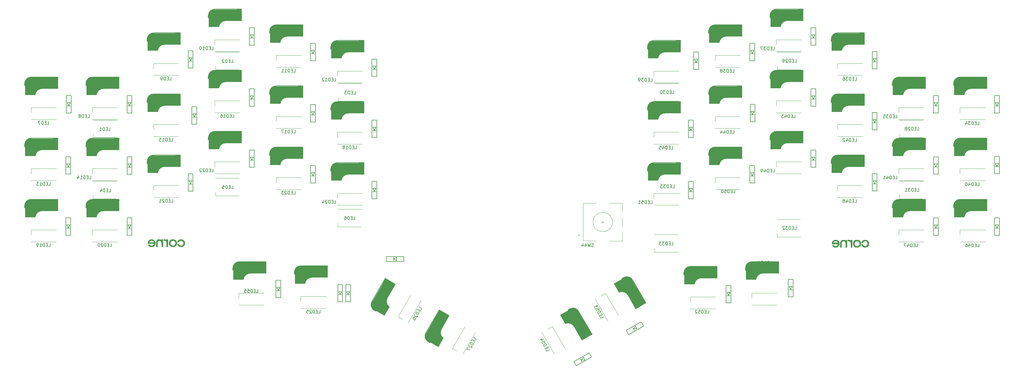
<source format=gbo>
G04 #@! TF.GenerationSoftware,KiCad,Pcbnew,(5.1.4-0-10_14)*
G04 #@! TF.CreationDate,2021-06-12T19:28:26+03:00*
G04 #@! TF.ProjectId,corne-cherry,636f726e-652d-4636-9865-7272792e6b69,3.0.1*
G04 #@! TF.SameCoordinates,Original*
G04 #@! TF.FileFunction,Legend,Bot*
G04 #@! TF.FilePolarity,Positive*
%FSLAX46Y46*%
G04 Gerber Fmt 4.6, Leading zero omitted, Abs format (unit mm)*
G04 Created by KiCad (PCBNEW (5.1.4-0-10_14)) date 2021-06-12 19:28:26*
%MOMM*%
%LPD*%
G04 APERTURE LIST*
%ADD10C,0.120000*%
%ADD11C,0.150000*%
%ADD12C,0.300000*%
%ADD13C,0.800000*%
%ADD14C,3.000000*%
%ADD15C,0.500000*%
%ADD16C,1.000000*%
%ADD17C,3.500000*%
%ADD18C,0.400000*%
%ADD19C,0.010000*%
G04 APERTURE END LIST*
D10*
X111457500Y-36655000D02*
X111457500Y-35505000D01*
X118757500Y-36655000D02*
X111457500Y-36655000D01*
X118757500Y-31155000D02*
X111457500Y-31155000D01*
D11*
X45984500Y-34980000D02*
X47484500Y-34980000D01*
X45984500Y-40380000D02*
X45984500Y-34980000D01*
X47484500Y-40380000D02*
X45984500Y-40380000D01*
X47484500Y-34980000D02*
X47484500Y-40380000D01*
X47234500Y-38180000D02*
X46234500Y-38180000D01*
X46234500Y-37180000D02*
X46734500Y-38080000D01*
X47234500Y-37180000D02*
X46234500Y-37180000D01*
X46734500Y-38080000D02*
X47234500Y-37180000D01*
D12*
X109307500Y-58355000D02*
X109307500Y-57705000D01*
D13*
X109807500Y-60805000D02*
X109807500Y-59005001D01*
D14*
X110937500Y-57305000D02*
X110937500Y-59545000D01*
D15*
X119307500Y-59155000D02*
X118007500Y-59105000D01*
D16*
X119007500Y-56405000D02*
X119007500Y-58905000D01*
D17*
X117707500Y-57605000D02*
X111007500Y-57605000D01*
D11*
X119507500Y-59405000D02*
X119507500Y-55805000D01*
X119487500Y-58405000D02*
X119487500Y-56155000D01*
X109207500Y-58455000D02*
X109407500Y-58455000D01*
X109457500Y-56855000D02*
X109457500Y-61305000D01*
X109207500Y-57705000D02*
X109207500Y-58455000D01*
X109457500Y-61305000D02*
X112487500Y-61305000D01*
X114707500Y-59405000D02*
X119507500Y-59405000D01*
X119507500Y-55805000D02*
X111307499Y-55805000D01*
X112491182Y-61283529D02*
G75*
G02X114707500Y-59405000I2151318J-291471D01*
G01*
X109207500Y-57705001D02*
G75*
G02X111307499Y-55805000I2000000J-99999D01*
G01*
D16*
X112091182Y-60883529D02*
G75*
G02X114307500Y-59005000I2151318J-291471D01*
G01*
D15*
X109657500Y-61105000D02*
X112107500Y-61105000D01*
D18*
X119357500Y-56005000D02*
X118107500Y-56005000D01*
D12*
X139950097Y-111652947D02*
X139387181Y-111327947D01*
D13*
X142321859Y-112444935D02*
X140763014Y-111544935D01*
D14*
X139855770Y-109716326D02*
X141795667Y-110836326D01*
D15*
X145642917Y-103392693D02*
X144949616Y-104493526D01*
D16*
X143111348Y-102277501D02*
X145276411Y-103527501D01*
D17*
X143500578Y-104003334D02*
X140150578Y-109805704D01*
D11*
X145959424Y-103344488D02*
X142841732Y-101544488D01*
X145083398Y-102861809D02*
X143134841Y-101736809D01*
X139986700Y-111789550D02*
X140086700Y-111616345D01*
X138726059Y-110773044D02*
X142579872Y-112998044D01*
X139337181Y-111414550D02*
X139986700Y-111789550D01*
X142579872Y-112998044D02*
X144094872Y-110373987D01*
X143559424Y-107501410D02*
X145959424Y-103344488D01*
X142841732Y-101544488D02*
X138741732Y-108645897D01*
X144078119Y-110360062D02*
G75*
G02X143559424Y-107501410I1328080J1717360D01*
G01*
X139337181Y-111414550D02*
G75*
G02X138741732Y-108645897I1086602J1682051D01*
G01*
D16*
X143531709Y-110506472D02*
G75*
G02X143013014Y-107647820I1328080J1717360D01*
G01*
D15*
X142506667Y-112724838D02*
X143731667Y-110603076D01*
D18*
X142939937Y-101774392D02*
X142314937Y-102856924D01*
D12*
X182971903Y-101602053D02*
X183534819Y-101277053D01*
D13*
X181100141Y-103260065D02*
X182658986Y-102360066D01*
D14*
X184696230Y-102488674D02*
X182756333Y-103608674D01*
D15*
X187279083Y-110662307D02*
X186672384Y-109511474D01*
D16*
X189510652Y-109027499D02*
X187345589Y-110277499D01*
D17*
X187821422Y-108501666D02*
X184471422Y-102699296D01*
D11*
X187162576Y-110960512D02*
X190280268Y-109160512D01*
X188018602Y-110443191D02*
X189967159Y-109318191D01*
X182835300Y-101565450D02*
X182935300Y-101738655D01*
X184345941Y-100981956D02*
X180492128Y-103206956D01*
X183484819Y-101190450D02*
X182835300Y-101565450D01*
X180492128Y-103206956D02*
X182007128Y-105831013D01*
X184762576Y-106803590D02*
X187162576Y-110960512D01*
X190280268Y-109160512D02*
X186180267Y-102059103D01*
X182027563Y-105823467D02*
G75*
G02X184762576Y-106803590I823238J-2008831D01*
G01*
X183484819Y-101190451D02*
G75*
G02X186180267Y-102059103I913398J-1782050D01*
G01*
D16*
X182173973Y-105277057D02*
G75*
G02X184908986Y-106257180I823238J-2008831D01*
G01*
D15*
X180765333Y-103280162D02*
X181990333Y-105401924D01*
D18*
X190032063Y-109130608D02*
X189407063Y-108048076D01*
D12*
X237967500Y-89130000D02*
X237967500Y-88480000D01*
D13*
X238467500Y-91580000D02*
X238467500Y-89780001D01*
D14*
X239597500Y-88080000D02*
X239597500Y-90320000D01*
D15*
X247967500Y-89930000D02*
X246667500Y-89880000D01*
D16*
X247667500Y-87180000D02*
X247667500Y-89680000D01*
D17*
X246367500Y-88380000D02*
X239667500Y-88380000D01*
D11*
X248167500Y-90180000D02*
X248167500Y-86580000D01*
X248147500Y-89180000D02*
X248147500Y-86930000D01*
X237867500Y-89230000D02*
X238067500Y-89230000D01*
X238117500Y-87630000D02*
X238117500Y-92080000D01*
X237867500Y-88480000D02*
X237867500Y-89230000D01*
X238117500Y-92080000D02*
X241147500Y-92080000D01*
X243367500Y-90180000D02*
X248167500Y-90180000D01*
X248167500Y-86580000D02*
X239967499Y-86580000D01*
X241151182Y-92058529D02*
G75*
G02X243367500Y-90180000I2151318J-291471D01*
G01*
X237867500Y-88480001D02*
G75*
G02X239967499Y-86580000I2000000J-99999D01*
G01*
D16*
X240751182Y-91658529D02*
G75*
G02X242967500Y-89780000I2151318J-291471D01*
G01*
D15*
X238317500Y-91880000D02*
X240767500Y-91880000D01*
D18*
X248017500Y-86780000D02*
X246767500Y-86780000D01*
D10*
X239807500Y-97930000D02*
X239807500Y-96330000D01*
X247607500Y-100030000D02*
X239807500Y-100030000D01*
X239807500Y-96330000D02*
X247607500Y-96330000D01*
D11*
X251157500Y-92080000D02*
X252657500Y-92080000D01*
X251157500Y-97480000D02*
X251157500Y-92080000D01*
X252657500Y-97480000D02*
X251157500Y-97480000D01*
X252657500Y-92080000D02*
X252657500Y-97480000D01*
X252407500Y-95280000D02*
X251407500Y-95280000D01*
X251407500Y-94280000D02*
X251907500Y-95180000D01*
X252407500Y-94280000D02*
X251407500Y-94280000D01*
X251907500Y-95180000D02*
X252407500Y-94280000D01*
X92157500Y-92380000D02*
X93657500Y-92380000D01*
X92157500Y-97780000D02*
X92157500Y-92380000D01*
X93657500Y-97780000D02*
X92157500Y-97780000D01*
X93657500Y-92380000D02*
X93657500Y-97780000D01*
X93407500Y-95580000D02*
X92407500Y-95580000D01*
X92407500Y-94580000D02*
X92907500Y-95480000D01*
X93407500Y-94580000D02*
X92407500Y-94580000D01*
X92907500Y-95480000D02*
X93407500Y-94580000D01*
X189333574Y-114967981D02*
X190083574Y-116267019D01*
X184657036Y-117667981D02*
X189333574Y-114967981D01*
X185407036Y-118967019D02*
X184657036Y-117667981D01*
X190083574Y-116267019D02*
X185407036Y-118967019D01*
X187187292Y-117650513D02*
X186687292Y-116784487D01*
X187553318Y-116284487D02*
X187023895Y-117167500D01*
X188053318Y-117150513D02*
X187553318Y-116284487D01*
X187023895Y-117167500D02*
X188053318Y-117150513D01*
X205533574Y-105267981D02*
X206283574Y-106567019D01*
X200857036Y-107967981D02*
X205533574Y-105267981D01*
X201607036Y-109267019D02*
X200857036Y-107967981D01*
X206283574Y-106567019D02*
X201607036Y-109267019D01*
X203387292Y-107950513D02*
X202887292Y-107084487D01*
X203753318Y-106584487D02*
X203223895Y-107467500D01*
X204253318Y-107450513D02*
X203753318Y-106584487D01*
X203223895Y-107467500D02*
X204253318Y-107450513D01*
X231857500Y-93980000D02*
X233357500Y-93980000D01*
X231857500Y-99380000D02*
X231857500Y-93980000D01*
X233357500Y-99380000D02*
X231857500Y-99380000D01*
X233357500Y-93980000D02*
X233357500Y-99380000D01*
X233107500Y-97180000D02*
X232107500Y-97180000D01*
X232107500Y-96180000D02*
X232607500Y-97080000D01*
X233107500Y-96180000D02*
X232107500Y-96180000D01*
X232607500Y-97080000D02*
X233107500Y-96180000D01*
X220207500Y-61605000D02*
X221707500Y-61605000D01*
X220207500Y-67005000D02*
X220207500Y-61605000D01*
X221707500Y-67005000D02*
X220207500Y-67005000D01*
X221707500Y-61605000D02*
X221707500Y-67005000D01*
X221457500Y-64805000D02*
X220457500Y-64805000D01*
X220457500Y-63805000D02*
X220957500Y-64705000D01*
X221457500Y-63805000D02*
X220457500Y-63805000D01*
X220957500Y-64705000D02*
X221457500Y-63805000D01*
X239214500Y-56725000D02*
X240714500Y-56725000D01*
X239214500Y-62125000D02*
X239214500Y-56725000D01*
X240714500Y-62125000D02*
X239214500Y-62125000D01*
X240714500Y-56725000D02*
X240714500Y-62125000D01*
X240464500Y-59925000D02*
X239464500Y-59925000D01*
X239464500Y-58925000D02*
X239964500Y-59825000D01*
X240464500Y-58925000D02*
X239464500Y-58925000D01*
X239964500Y-59825000D02*
X240464500Y-58925000D01*
X258214500Y-51850000D02*
X259714500Y-51850000D01*
X258214500Y-57250000D02*
X258214500Y-51850000D01*
X259714500Y-57250000D02*
X258214500Y-57250000D01*
X259714500Y-51850000D02*
X259714500Y-57250000D01*
X259464500Y-55050000D02*
X258464500Y-55050000D01*
X258464500Y-54050000D02*
X258964500Y-54950000D01*
X259464500Y-54050000D02*
X258464500Y-54050000D01*
X258964500Y-54950000D02*
X259464500Y-54050000D01*
X277214500Y-59225000D02*
X278714500Y-59225000D01*
X277214500Y-64625000D02*
X277214500Y-59225000D01*
X278714500Y-64625000D02*
X277214500Y-64625000D01*
X278714500Y-59225000D02*
X278714500Y-64625000D01*
X278464500Y-62425000D02*
X277464500Y-62425000D01*
X277464500Y-61425000D02*
X277964500Y-62325000D01*
X278464500Y-61425000D02*
X277464500Y-61425000D01*
X277964500Y-62325000D02*
X278464500Y-61425000D01*
X296214500Y-72975000D02*
X297714500Y-72975000D01*
X296214500Y-78375000D02*
X296214500Y-72975000D01*
X297714500Y-78375000D02*
X296214500Y-78375000D01*
X297714500Y-72975000D02*
X297714500Y-78375000D01*
X297464500Y-76175000D02*
X296464500Y-76175000D01*
X296464500Y-75175000D02*
X296964500Y-76075000D01*
X297464500Y-75175000D02*
X296464500Y-75175000D01*
X296964500Y-76075000D02*
X297464500Y-75175000D01*
X315214500Y-72975000D02*
X316714500Y-72975000D01*
X315214500Y-78375000D02*
X315214500Y-72975000D01*
X316714500Y-78375000D02*
X315214500Y-78375000D01*
X316714500Y-72975000D02*
X316714500Y-78375000D01*
X316464500Y-76175000D02*
X315464500Y-76175000D01*
X315464500Y-75175000D02*
X315964500Y-76075000D01*
X316464500Y-75175000D02*
X315464500Y-75175000D01*
X315964500Y-76075000D02*
X316464500Y-75175000D01*
X220207500Y-42605000D02*
X221707500Y-42605000D01*
X220207500Y-48005000D02*
X220207500Y-42605000D01*
X221707500Y-48005000D02*
X220207500Y-48005000D01*
X221707500Y-42605000D02*
X221707500Y-48005000D01*
X221457500Y-45805000D02*
X220457500Y-45805000D01*
X220457500Y-44805000D02*
X220957500Y-45705000D01*
X221457500Y-44805000D02*
X220457500Y-44805000D01*
X220957500Y-45705000D02*
X221457500Y-44805000D01*
X239357500Y-37680000D02*
X240857500Y-37680000D01*
X239357500Y-43080000D02*
X239357500Y-37680000D01*
X240857500Y-43080000D02*
X239357500Y-43080000D01*
X240857500Y-37680000D02*
X240857500Y-43080000D01*
X240607500Y-40880000D02*
X239607500Y-40880000D01*
X239607500Y-39880000D02*
X240107500Y-40780000D01*
X240607500Y-39880000D02*
X239607500Y-39880000D01*
X240107500Y-40780000D02*
X240607500Y-39880000D01*
X258214500Y-32850000D02*
X259714500Y-32850000D01*
X258214500Y-38250000D02*
X258214500Y-32850000D01*
X259714500Y-38250000D02*
X258214500Y-38250000D01*
X259714500Y-32850000D02*
X259714500Y-38250000D01*
X259464500Y-36050000D02*
X258464500Y-36050000D01*
X258464500Y-35050000D02*
X258964500Y-35950000D01*
X259464500Y-35050000D02*
X258464500Y-35050000D01*
X258964500Y-35950000D02*
X259464500Y-35050000D01*
X277214500Y-40225000D02*
X278714500Y-40225000D01*
X277214500Y-45625000D02*
X277214500Y-40225000D01*
X278714500Y-45625000D02*
X277214500Y-45625000D01*
X278714500Y-40225000D02*
X278714500Y-45625000D01*
X278464500Y-43425000D02*
X277464500Y-43425000D01*
X277464500Y-42425000D02*
X277964500Y-43325000D01*
X278464500Y-42425000D02*
X277464500Y-42425000D01*
X277964500Y-43325000D02*
X278464500Y-42425000D01*
X296214500Y-53975000D02*
X297714500Y-53975000D01*
X296214500Y-59375000D02*
X296214500Y-53975000D01*
X297714500Y-59375000D02*
X296214500Y-59375000D01*
X297714500Y-53975000D02*
X297714500Y-59375000D01*
X297464500Y-57175000D02*
X296464500Y-57175000D01*
X296464500Y-56175000D02*
X296964500Y-57075000D01*
X297464500Y-56175000D02*
X296464500Y-56175000D01*
X296964500Y-57075000D02*
X297464500Y-56175000D01*
X315214500Y-53825000D02*
X316714500Y-53825000D01*
X315214500Y-59225000D02*
X315214500Y-53825000D01*
X316714500Y-59225000D02*
X315214500Y-59225000D01*
X316714500Y-53825000D02*
X316714500Y-59225000D01*
X316464500Y-57025000D02*
X315464500Y-57025000D01*
X315464500Y-56025000D02*
X315964500Y-56925000D01*
X316464500Y-56025000D02*
X315464500Y-56025000D01*
X315964500Y-56925000D02*
X316464500Y-56025000D01*
X221807500Y-21420000D02*
X223307500Y-21420000D01*
X221807500Y-26820000D02*
X221807500Y-21420000D01*
X223307500Y-26820000D02*
X221807500Y-26820000D01*
X223307500Y-21420000D02*
X223307500Y-26820000D01*
X223057500Y-24620000D02*
X222057500Y-24620000D01*
X222057500Y-23620000D02*
X222557500Y-24520000D01*
X223057500Y-23620000D02*
X222057500Y-23620000D01*
X222557500Y-24520000D02*
X223057500Y-23620000D01*
X239214500Y-18725000D02*
X240714500Y-18725000D01*
X239214500Y-24125000D02*
X239214500Y-18725000D01*
X240714500Y-24125000D02*
X239214500Y-24125000D01*
X240714500Y-18725000D02*
X240714500Y-24125000D01*
X240464500Y-21925000D02*
X239464500Y-21925000D01*
X239464500Y-20925000D02*
X239964500Y-21825000D01*
X240464500Y-20925000D02*
X239464500Y-20925000D01*
X239964500Y-21825000D02*
X240464500Y-20925000D01*
X258214500Y-13850000D02*
X259714500Y-13850000D01*
X258214500Y-19250000D02*
X258214500Y-13850000D01*
X259714500Y-19250000D02*
X258214500Y-19250000D01*
X259714500Y-13850000D02*
X259714500Y-19250000D01*
X259464500Y-17050000D02*
X258464500Y-17050000D01*
X258464500Y-16050000D02*
X258964500Y-16950000D01*
X259464500Y-16050000D02*
X258464500Y-16050000D01*
X258964500Y-16950000D02*
X259464500Y-16050000D01*
X277214500Y-21225000D02*
X278714500Y-21225000D01*
X277214500Y-26625000D02*
X277214500Y-21225000D01*
X278714500Y-26625000D02*
X277214500Y-26625000D01*
X278714500Y-21225000D02*
X278714500Y-26625000D01*
X278464500Y-24425000D02*
X277464500Y-24425000D01*
X277464500Y-23425000D02*
X277964500Y-24325000D01*
X278464500Y-23425000D02*
X277464500Y-23425000D01*
X277964500Y-24325000D02*
X278464500Y-23425000D01*
X296214500Y-34975000D02*
X297714500Y-34975000D01*
X296214500Y-40375000D02*
X296214500Y-34975000D01*
X297714500Y-40375000D02*
X296214500Y-40375000D01*
X297714500Y-34975000D02*
X297714500Y-40375000D01*
X297464500Y-38175000D02*
X296464500Y-38175000D01*
X296464500Y-37175000D02*
X296964500Y-38075000D01*
X297464500Y-37175000D02*
X296464500Y-37175000D01*
X296964500Y-38075000D02*
X297464500Y-37175000D01*
X315214500Y-34975000D02*
X316714500Y-34975000D01*
X315214500Y-40375000D02*
X315214500Y-34975000D01*
X316714500Y-40375000D02*
X315214500Y-40375000D01*
X316714500Y-34975000D02*
X316714500Y-40375000D01*
X316464500Y-38175000D02*
X315464500Y-38175000D01*
X315464500Y-37175000D02*
X315964500Y-38075000D01*
X316464500Y-37175000D02*
X315464500Y-37175000D01*
X315964500Y-38075000D02*
X316464500Y-37175000D01*
X131882500Y-85030000D02*
X131882500Y-86530000D01*
X126482500Y-85030000D02*
X131882500Y-85030000D01*
X126482500Y-86530000D02*
X126482500Y-85030000D01*
X131882500Y-86530000D02*
X126482500Y-86530000D01*
X128682500Y-86280000D02*
X128682500Y-85280000D01*
X129682500Y-85280000D02*
X128782500Y-85780000D01*
X129682500Y-86280000D02*
X129682500Y-85280000D01*
X128782500Y-85780000D02*
X129682500Y-86280000D01*
X113857500Y-93680000D02*
X115357500Y-93680000D01*
X113857500Y-99080000D02*
X113857500Y-93680000D01*
X115357500Y-99080000D02*
X113857500Y-99080000D01*
X115357500Y-93680000D02*
X115357500Y-99080000D01*
X115107500Y-96880000D02*
X114107500Y-96880000D01*
X114107500Y-95880000D02*
X114607500Y-96780000D01*
X115107500Y-95880000D02*
X114107500Y-95880000D01*
X114607500Y-96780000D02*
X115107500Y-95880000D01*
X111357500Y-93680000D02*
X112857500Y-93680000D01*
X111357500Y-99080000D02*
X111357500Y-93680000D01*
X112857500Y-99080000D02*
X111357500Y-99080000D01*
X112857500Y-93680000D02*
X112857500Y-99080000D01*
X112607500Y-96880000D02*
X111607500Y-96880000D01*
X111607500Y-95880000D02*
X112107500Y-96780000D01*
X112607500Y-95880000D02*
X111607500Y-95880000D01*
X112107500Y-96780000D02*
X112607500Y-95880000D01*
X121957500Y-61605000D02*
X123457500Y-61605000D01*
X121957500Y-67005000D02*
X121957500Y-61605000D01*
X123457500Y-67005000D02*
X121957500Y-67005000D01*
X123457500Y-61605000D02*
X123457500Y-67005000D01*
X123207500Y-64805000D02*
X122207500Y-64805000D01*
X122207500Y-63805000D02*
X122707500Y-64705000D01*
X123207500Y-63805000D02*
X122207500Y-63805000D01*
X122707500Y-64705000D02*
X123207500Y-63805000D01*
X102957500Y-56730000D02*
X104457500Y-56730000D01*
X102957500Y-62130000D02*
X102957500Y-56730000D01*
X104457500Y-62130000D02*
X102957500Y-62130000D01*
X104457500Y-56730000D02*
X104457500Y-62130000D01*
X104207500Y-59930000D02*
X103207500Y-59930000D01*
X103207500Y-58930000D02*
X103707500Y-59830000D01*
X104207500Y-58930000D02*
X103207500Y-58930000D01*
X103707500Y-59830000D02*
X104207500Y-58930000D01*
X83957500Y-51855000D02*
X85457500Y-51855000D01*
X83957500Y-57255000D02*
X83957500Y-51855000D01*
X85457500Y-57255000D02*
X83957500Y-57255000D01*
X85457500Y-51855000D02*
X85457500Y-57255000D01*
X85207500Y-55055000D02*
X84207500Y-55055000D01*
X84207500Y-54055000D02*
X84707500Y-54955000D01*
X85207500Y-54055000D02*
X84207500Y-54055000D01*
X84707500Y-54955000D02*
X85207500Y-54055000D01*
X64957500Y-59230000D02*
X66457500Y-59230000D01*
X64957500Y-64630000D02*
X64957500Y-59230000D01*
X66457500Y-64630000D02*
X64957500Y-64630000D01*
X66457500Y-59230000D02*
X66457500Y-64630000D01*
X66207500Y-62430000D02*
X65207500Y-62430000D01*
X65207500Y-61430000D02*
X65707500Y-62330000D01*
X66207500Y-61430000D02*
X65207500Y-61430000D01*
X65707500Y-62330000D02*
X66207500Y-61430000D01*
X45984500Y-72980000D02*
X47484500Y-72980000D01*
X45984500Y-78380000D02*
X45984500Y-72980000D01*
X47484500Y-78380000D02*
X45984500Y-78380000D01*
X47484500Y-72980000D02*
X47484500Y-78380000D01*
X47234500Y-76180000D02*
X46234500Y-76180000D01*
X46234500Y-75180000D02*
X46734500Y-76080000D01*
X47234500Y-75180000D02*
X46234500Y-75180000D01*
X46734500Y-76080000D02*
X47234500Y-75180000D01*
X26984500Y-72976875D02*
X28484500Y-72976875D01*
X26984500Y-78376875D02*
X26984500Y-72976875D01*
X28484500Y-78376875D02*
X26984500Y-78376875D01*
X28484500Y-72976875D02*
X28484500Y-78376875D01*
X28234500Y-76176875D02*
X27234500Y-76176875D01*
X27234500Y-75176875D02*
X27734500Y-76076875D01*
X28234500Y-75176875D02*
X27234500Y-75176875D01*
X27734500Y-76076875D02*
X28234500Y-75176875D01*
X121957500Y-42605000D02*
X123457500Y-42605000D01*
X121957500Y-48005000D02*
X121957500Y-42605000D01*
X123457500Y-48005000D02*
X121957500Y-48005000D01*
X123457500Y-42605000D02*
X123457500Y-48005000D01*
X123207500Y-45805000D02*
X122207500Y-45805000D01*
X122207500Y-44805000D02*
X122707500Y-45705000D01*
X123207500Y-44805000D02*
X122207500Y-44805000D01*
X122707500Y-45705000D02*
X123207500Y-44805000D01*
X102957500Y-37730000D02*
X104457500Y-37730000D01*
X102957500Y-43130000D02*
X102957500Y-37730000D01*
X104457500Y-43130000D02*
X102957500Y-43130000D01*
X104457500Y-37730000D02*
X104457500Y-43130000D01*
X104207500Y-40930000D02*
X103207500Y-40930000D01*
X103207500Y-39930000D02*
X103707500Y-40830000D01*
X104207500Y-39930000D02*
X103207500Y-39930000D01*
X103707500Y-40830000D02*
X104207500Y-39930000D01*
X83957500Y-32855000D02*
X85457500Y-32855000D01*
X83957500Y-38255000D02*
X83957500Y-32855000D01*
X85457500Y-38255000D02*
X83957500Y-38255000D01*
X85457500Y-32855000D02*
X85457500Y-38255000D01*
X85207500Y-36055000D02*
X84207500Y-36055000D01*
X84207500Y-35055000D02*
X84707500Y-35955000D01*
X85207500Y-35055000D02*
X84207500Y-35055000D01*
X84707500Y-35955000D02*
X85207500Y-35055000D01*
X66107500Y-38430000D02*
X67607500Y-38430000D01*
X66107500Y-43830000D02*
X66107500Y-38430000D01*
X67607500Y-43830000D02*
X66107500Y-43830000D01*
X67607500Y-38430000D02*
X67607500Y-43830000D01*
X67357500Y-41630000D02*
X66357500Y-41630000D01*
X66357500Y-40630000D02*
X66857500Y-41530000D01*
X67357500Y-40630000D02*
X66357500Y-40630000D01*
X66857500Y-41530000D02*
X67357500Y-40630000D01*
X45984500Y-53980000D02*
X47484500Y-53980000D01*
X45984500Y-59380000D02*
X45984500Y-53980000D01*
X47484500Y-59380000D02*
X45984500Y-59380000D01*
X47484500Y-53980000D02*
X47484500Y-59380000D01*
X47234500Y-57180000D02*
X46234500Y-57180000D01*
X46234500Y-56180000D02*
X46734500Y-57080000D01*
X47234500Y-56180000D02*
X46234500Y-56180000D01*
X46734500Y-57080000D02*
X47234500Y-56180000D01*
X26984500Y-53976875D02*
X28484500Y-53976875D01*
X26984500Y-59376875D02*
X26984500Y-53976875D01*
X28484500Y-59376875D02*
X26984500Y-59376875D01*
X28484500Y-53976875D02*
X28484500Y-59376875D01*
X28234500Y-57176875D02*
X27234500Y-57176875D01*
X27234500Y-56176875D02*
X27734500Y-57076875D01*
X28234500Y-56176875D02*
X27234500Y-56176875D01*
X27734500Y-57076875D02*
X28234500Y-56176875D01*
X121957500Y-23605000D02*
X123457500Y-23605000D01*
X121957500Y-29005000D02*
X121957500Y-23605000D01*
X123457500Y-29005000D02*
X121957500Y-29005000D01*
X123457500Y-23605000D02*
X123457500Y-29005000D01*
X123207500Y-26805000D02*
X122207500Y-26805000D01*
X122207500Y-25805000D02*
X122707500Y-26705000D01*
X123207500Y-25805000D02*
X122207500Y-25805000D01*
X122707500Y-26705000D02*
X123207500Y-25805000D01*
X102957500Y-18730000D02*
X104457500Y-18730000D01*
X102957500Y-24130000D02*
X102957500Y-18730000D01*
X104457500Y-24130000D02*
X102957500Y-24130000D01*
X104457500Y-18730000D02*
X104457500Y-24130000D01*
X104207500Y-21930000D02*
X103207500Y-21930000D01*
X103207500Y-20930000D02*
X103707500Y-21830000D01*
X104207500Y-20930000D02*
X103207500Y-20930000D01*
X103707500Y-21830000D02*
X104207500Y-20930000D01*
X83957500Y-13855000D02*
X85457500Y-13855000D01*
X83957500Y-19255000D02*
X83957500Y-13855000D01*
X85457500Y-19255000D02*
X83957500Y-19255000D01*
X85457500Y-13855000D02*
X85457500Y-19255000D01*
X85207500Y-17055000D02*
X84207500Y-17055000D01*
X84207500Y-16055000D02*
X84707500Y-16955000D01*
X85207500Y-16055000D02*
X84207500Y-16055000D01*
X84707500Y-16955000D02*
X85207500Y-16055000D01*
X64957500Y-20980000D02*
X66457500Y-20980000D01*
X64957500Y-26380000D02*
X64957500Y-20980000D01*
X66457500Y-26380000D02*
X64957500Y-26380000D01*
X66457500Y-20980000D02*
X66457500Y-26380000D01*
X66207500Y-24180000D02*
X65207500Y-24180000D01*
X65207500Y-23180000D02*
X65707500Y-24080000D01*
X66207500Y-23180000D02*
X65207500Y-23180000D01*
X65707500Y-24080000D02*
X66207500Y-23180000D01*
X27157500Y-34970000D02*
X28657500Y-34970000D01*
X27157500Y-40370000D02*
X27157500Y-34970000D01*
X28657500Y-40370000D02*
X27157500Y-40370000D01*
X28657500Y-34970000D02*
X28657500Y-40370000D01*
X28407500Y-38170000D02*
X27407500Y-38170000D01*
X27407500Y-37170000D02*
X27907500Y-38070000D01*
X28407500Y-37170000D02*
X27407500Y-37170000D01*
X27907500Y-38070000D02*
X28407500Y-37170000D01*
D12*
X109307500Y-20355000D02*
X109307500Y-19705000D01*
D13*
X109807500Y-22805000D02*
X109807500Y-21005001D01*
D14*
X110937500Y-19305000D02*
X110937500Y-21545000D01*
D15*
X119307500Y-21155000D02*
X118007500Y-21105000D01*
D16*
X119007500Y-18405000D02*
X119007500Y-20905000D01*
D17*
X117707500Y-19605000D02*
X111007500Y-19605000D01*
D11*
X119507500Y-21405000D02*
X119507500Y-17805000D01*
X119487500Y-20405000D02*
X119487500Y-18155000D01*
X109207500Y-20455000D02*
X109407500Y-20455000D01*
X109457500Y-18855000D02*
X109457500Y-23305000D01*
X109207500Y-19705000D02*
X109207500Y-20455000D01*
X109457500Y-23305000D02*
X112487500Y-23305000D01*
X114707500Y-21405000D02*
X119507500Y-21405000D01*
X119507500Y-17805000D02*
X111307499Y-17805000D01*
X112491182Y-23283529D02*
G75*
G02X114707500Y-21405000I2151318J-291471D01*
G01*
X109207500Y-19705001D02*
G75*
G02X111307499Y-17805000I2000000J-99999D01*
G01*
D16*
X112091182Y-22883529D02*
G75*
G02X114307500Y-21005000I2151318J-291471D01*
G01*
D15*
X109657500Y-23105000D02*
X112107500Y-23105000D01*
D18*
X119357500Y-18005000D02*
X118107500Y-18005000D01*
D12*
X199671903Y-91852053D02*
X200234819Y-91527053D01*
D13*
X197800141Y-93510065D02*
X199358986Y-92610066D01*
D14*
X201396230Y-92738674D02*
X199456333Y-93858674D01*
D15*
X203979083Y-100912307D02*
X203372384Y-99761474D01*
D16*
X206210652Y-99277499D02*
X204045589Y-100527499D01*
D17*
X204521422Y-98751666D02*
X201171422Y-92949296D01*
D11*
X203862576Y-101210512D02*
X206980268Y-99410512D01*
X204718602Y-100693191D02*
X206667159Y-99568191D01*
X199535300Y-91815450D02*
X199635300Y-91988655D01*
X201045941Y-91231956D02*
X197192128Y-93456956D01*
X200184819Y-91440450D02*
X199535300Y-91815450D01*
X197192128Y-93456956D02*
X198707128Y-96081013D01*
X201462576Y-97053590D02*
X203862576Y-101210512D01*
X206980268Y-99410512D02*
X202880267Y-92309103D01*
X198727563Y-96073467D02*
G75*
G02X201462576Y-97053590I823238J-2008831D01*
G01*
X200184819Y-91440451D02*
G75*
G02X202880267Y-92309103I913398J-1782050D01*
G01*
D16*
X198873973Y-95527057D02*
G75*
G02X201608986Y-96507180I823238J-2008831D01*
G01*
D15*
X197465333Y-93530162D02*
X198690333Y-95651924D01*
D18*
X206732063Y-99380608D02*
X206107063Y-98298076D01*
D12*
X123200097Y-101902947D02*
X122637181Y-101577947D01*
D13*
X125571859Y-102694935D02*
X124013014Y-101794935D01*
D14*
X123105770Y-99966326D02*
X125045667Y-101086326D01*
D15*
X128892917Y-93642693D02*
X128199616Y-94743526D01*
D16*
X126361348Y-92527501D02*
X128526411Y-93777501D01*
D17*
X126750578Y-94253334D02*
X123400578Y-100055704D01*
D11*
X129209424Y-93594488D02*
X126091732Y-91794488D01*
X128333398Y-93111809D02*
X126384841Y-91986809D01*
X123236700Y-102039550D02*
X123336700Y-101866345D01*
X121976059Y-101023044D02*
X125829872Y-103248044D01*
X122587181Y-101664550D02*
X123236700Y-102039550D01*
X125829872Y-103248044D02*
X127344872Y-100623987D01*
X126809424Y-97751410D02*
X129209424Y-93594488D01*
X126091732Y-91794488D02*
X121991732Y-98895897D01*
X127328119Y-100610062D02*
G75*
G02X126809424Y-97751410I1328080J1717360D01*
G01*
X122587181Y-101664550D02*
G75*
G02X121991732Y-98895897I1086602J1682051D01*
G01*
D16*
X126781709Y-100756472D02*
G75*
G02X126263014Y-97897820I1328080J1717360D01*
G01*
D15*
X125756667Y-102974838D02*
X126981667Y-100853076D01*
D18*
X126189937Y-92024392D02*
X125564937Y-93106924D01*
D10*
X196607500Y-74280000D02*
G75*
G03X196607500Y-74280000I-3000000J0D01*
G01*
X195607500Y-80180000D02*
X199707500Y-80180000D01*
X199707500Y-68380000D02*
X195607500Y-68380000D01*
X191607500Y-68380000D02*
X187507500Y-68380000D01*
X191607500Y-80080000D02*
X187507500Y-80080000D01*
X187507500Y-80080000D02*
X187507500Y-68380000D01*
X186107500Y-78080000D02*
X185807500Y-78380000D01*
X185807500Y-78380000D02*
X186407500Y-78380000D01*
X186407500Y-78380000D02*
X186107500Y-78080000D01*
X199707500Y-80180000D02*
X199707500Y-77580000D01*
X199707500Y-75580000D02*
X199707500Y-72980000D01*
X199707500Y-70980000D02*
X199707500Y-68380000D01*
X193607500Y-74780000D02*
X193607500Y-73780000D01*
X193107500Y-74280000D02*
X194107500Y-74280000D01*
D12*
X78907500Y-89130000D02*
X78907500Y-88480000D01*
D13*
X79407500Y-91580000D02*
X79407500Y-89780001D01*
D14*
X80537500Y-88080000D02*
X80537500Y-90320000D01*
D15*
X88907500Y-89930000D02*
X87607500Y-89880000D01*
D16*
X88607500Y-87180000D02*
X88607500Y-89680000D01*
D17*
X87307500Y-88380000D02*
X80607500Y-88380000D01*
D11*
X89107500Y-90180000D02*
X89107500Y-86580000D01*
X89087500Y-89180000D02*
X89087500Y-86930000D01*
X78807500Y-89230000D02*
X79007500Y-89230000D01*
X79057500Y-87630000D02*
X79057500Y-92080000D01*
X78807500Y-88480000D02*
X78807500Y-89230000D01*
X79057500Y-92080000D02*
X82087500Y-92080000D01*
X84307500Y-90180000D02*
X89107500Y-90180000D01*
X89107500Y-86580000D02*
X80907499Y-86580000D01*
X82091182Y-92058529D02*
G75*
G02X84307500Y-90180000I2151318J-291471D01*
G01*
X78807500Y-88480001D02*
G75*
G02X80907499Y-86580000I2000000J-99999D01*
G01*
D16*
X81691182Y-91658529D02*
G75*
G02X83907500Y-89780000I2151318J-291471D01*
G01*
D15*
X79257500Y-91880000D02*
X81707500Y-91880000D01*
D18*
X88957500Y-86780000D02*
X87707500Y-86780000D01*
D10*
X80607500Y-97930000D02*
X80607500Y-96330000D01*
X88407500Y-100030000D02*
X80607500Y-100030000D01*
X80607500Y-96330000D02*
X88407500Y-96330000D01*
X35457500Y-48030000D02*
X35457500Y-46880000D01*
X42757500Y-48030000D02*
X35457500Y-48030000D01*
X42757500Y-42530000D02*
X35457500Y-42530000D01*
X73457500Y-26905000D02*
X73457500Y-25755000D01*
X80757500Y-26905000D02*
X73457500Y-26905000D01*
X80757500Y-21405000D02*
X73457500Y-21405000D01*
X35457500Y-67030000D02*
X35457500Y-65880000D01*
X42757500Y-67030000D02*
X35457500Y-67030000D01*
X42757500Y-61530000D02*
X35457500Y-61530000D01*
X73457500Y-66130000D02*
X73457500Y-64980000D01*
X80757500Y-66130000D02*
X73457500Y-66130000D01*
X80757500Y-60630000D02*
X73457500Y-60630000D01*
X111357500Y-75730000D02*
X111357500Y-74580000D01*
X118657500Y-75730000D02*
X111357500Y-75730000D01*
X118657500Y-70230000D02*
X111357500Y-70230000D01*
X285707500Y-48030000D02*
X285707500Y-46880000D01*
X293007500Y-48030000D02*
X285707500Y-48030000D01*
X293007500Y-42530000D02*
X285707500Y-42530000D01*
X247707500Y-26905000D02*
X247707500Y-25755000D01*
X255007500Y-26905000D02*
X247707500Y-26905000D01*
X255007500Y-21405000D02*
X247707500Y-21405000D01*
X209707500Y-36655000D02*
X209707500Y-35505000D01*
X217007500Y-36655000D02*
X209707500Y-36655000D01*
X217007500Y-31155000D02*
X209707500Y-31155000D01*
X285707500Y-67030000D02*
X285707500Y-65880000D01*
X293007500Y-67030000D02*
X285707500Y-67030000D01*
X293007500Y-61530000D02*
X285707500Y-61530000D01*
X247707500Y-78905000D02*
X247707500Y-77755000D01*
X255007500Y-78905000D02*
X247707500Y-78905000D01*
X255007500Y-73405000D02*
X247707500Y-73405000D01*
X209707500Y-83655000D02*
X209707500Y-82505000D01*
X217007500Y-83655000D02*
X209707500Y-83655000D01*
X217007500Y-78155000D02*
X209707500Y-78155000D01*
X131440994Y-104532499D02*
X130055353Y-103732499D01*
X137159647Y-98827501D02*
X133259647Y-105582499D01*
X130055353Y-103732499D02*
X133955353Y-96977501D01*
X16207500Y-40280000D02*
X16207500Y-38680000D01*
X24007500Y-42380000D02*
X16207500Y-42380000D01*
X16207500Y-38680000D02*
X24007500Y-38680000D01*
X35207500Y-40280000D02*
X35207500Y-38680000D01*
X43007500Y-42380000D02*
X35207500Y-42380000D01*
X35207500Y-38680000D02*
X43007500Y-38680000D01*
X54207500Y-26530000D02*
X54207500Y-24930000D01*
X62007500Y-28630000D02*
X54207500Y-28630000D01*
X54207500Y-24930000D02*
X62007500Y-24930000D01*
X73207500Y-19155000D02*
X73207500Y-17555000D01*
X81007500Y-21255000D02*
X73207500Y-21255000D01*
X73207500Y-17555000D02*
X81007500Y-17555000D01*
X92207500Y-24030000D02*
X92207500Y-22430000D01*
X100007500Y-26130000D02*
X92207500Y-26130000D01*
X92207500Y-22430000D02*
X100007500Y-22430000D01*
X111207500Y-28905000D02*
X111207500Y-27305000D01*
X119007500Y-31005000D02*
X111207500Y-31005000D01*
X111207500Y-27305000D02*
X119007500Y-27305000D01*
X16207500Y-59280000D02*
X16207500Y-57680000D01*
X24007500Y-61380000D02*
X16207500Y-61380000D01*
X16207500Y-57680000D02*
X24007500Y-57680000D01*
X35207500Y-59280000D02*
X35207500Y-57680000D01*
X43007500Y-61380000D02*
X35207500Y-61380000D01*
X35207500Y-57680000D02*
X43007500Y-57680000D01*
X54207500Y-45530000D02*
X54207500Y-43930000D01*
X62007500Y-47630000D02*
X54207500Y-47630000D01*
X54207500Y-43930000D02*
X62007500Y-43930000D01*
X73207500Y-38155000D02*
X73207500Y-36555000D01*
X81007500Y-40255000D02*
X73207500Y-40255000D01*
X73207500Y-36555000D02*
X81007500Y-36555000D01*
X92207500Y-43030000D02*
X92207500Y-41430000D01*
X100007500Y-45130000D02*
X92207500Y-45130000D01*
X92207500Y-41430000D02*
X100007500Y-41430000D01*
X111207500Y-47905000D02*
X111207500Y-46305000D01*
X119007500Y-50005000D02*
X111207500Y-50005000D01*
X111207500Y-46305000D02*
X119007500Y-46305000D01*
X16207500Y-78280000D02*
X16207500Y-76680000D01*
X24007500Y-80380000D02*
X16207500Y-80380000D01*
X16207500Y-76680000D02*
X24007500Y-76680000D01*
X35207500Y-78280000D02*
X35207500Y-76680000D01*
X43007500Y-80380000D02*
X35207500Y-80380000D01*
X35207500Y-76680000D02*
X43007500Y-76680000D01*
X54207500Y-64530000D02*
X54207500Y-62930000D01*
X62007500Y-66630000D02*
X54207500Y-66630000D01*
X54207500Y-62930000D02*
X62007500Y-62930000D01*
X73207500Y-57155000D02*
X73207500Y-55555000D01*
X81007500Y-59255000D02*
X73207500Y-59255000D01*
X73207500Y-55555000D02*
X81007500Y-55555000D01*
X111207500Y-66905000D02*
X111207500Y-65305000D01*
X119007500Y-69005000D02*
X111207500Y-69005000D01*
X111207500Y-65305000D02*
X119007500Y-65305000D01*
X99907500Y-98955000D02*
X99907500Y-97355000D01*
X107707500Y-101055000D02*
X99907500Y-101055000D01*
X99907500Y-97355000D02*
X107707500Y-97355000D01*
X148304615Y-114282499D02*
X146918974Y-113482499D01*
X154023268Y-108577501D02*
X150123268Y-115332499D01*
X146918974Y-113482499D02*
X150818974Y-106727501D01*
X247457500Y-38155000D02*
X247457500Y-36555000D01*
X255257500Y-40255000D02*
X247457500Y-40255000D01*
X247457500Y-36555000D02*
X255257500Y-36555000D01*
X228457500Y-43030000D02*
X228457500Y-41430000D01*
X236257500Y-45130000D02*
X228457500Y-45130000D01*
X228457500Y-41430000D02*
X236257500Y-41430000D01*
X209457500Y-47905000D02*
X209457500Y-46305000D01*
X217257500Y-50005000D02*
X209457500Y-50005000D01*
X209457500Y-46305000D02*
X217257500Y-46305000D01*
X304457500Y-78280000D02*
X304457500Y-76680000D01*
X312257500Y-80380000D02*
X304457500Y-80380000D01*
X304457500Y-76680000D02*
X312257500Y-76680000D01*
X285457500Y-78280000D02*
X285457500Y-76680000D01*
X293257500Y-80380000D02*
X285457500Y-80380000D01*
X285457500Y-76680000D02*
X293257500Y-76680000D01*
X266457500Y-64530000D02*
X266457500Y-62930000D01*
X274257500Y-66630000D02*
X266457500Y-66630000D01*
X266457500Y-62930000D02*
X274257500Y-62930000D01*
X247457500Y-57155000D02*
X247457500Y-55555000D01*
X255257500Y-59255000D02*
X247457500Y-59255000D01*
X247457500Y-55555000D02*
X255257500Y-55555000D01*
X228457500Y-62030000D02*
X228457500Y-60430000D01*
X236257500Y-64130000D02*
X228457500Y-64130000D01*
X228457500Y-60430000D02*
X236257500Y-60430000D01*
X209457500Y-66905000D02*
X209457500Y-65305000D01*
X217257500Y-69005000D02*
X209457500Y-69005000D01*
X209457500Y-65305000D02*
X217257500Y-65305000D01*
X220757500Y-99155000D02*
X220757500Y-97555000D01*
X228557500Y-101255000D02*
X220757500Y-101255000D01*
X220757500Y-97555000D02*
X228557500Y-97555000D01*
X193092788Y-97245931D02*
X194478429Y-96445931D01*
X195174135Y-105050929D02*
X191274135Y-98295931D01*
X194478429Y-96445931D02*
X198378429Y-103200929D01*
X176517385Y-107522501D02*
X177903026Y-106722501D01*
X178598732Y-115327499D02*
X174698732Y-108572501D01*
X177903026Y-106722501D02*
X181803026Y-113477499D01*
X92207500Y-62030000D02*
X92207500Y-60430000D01*
X100007500Y-64130000D02*
X92207500Y-64130000D01*
X92207500Y-60430000D02*
X100007500Y-60430000D01*
X304457500Y-40280000D02*
X304457500Y-38680000D01*
X312257500Y-42380000D02*
X304457500Y-42380000D01*
X304457500Y-38680000D02*
X312257500Y-38680000D01*
X285457500Y-40280000D02*
X285457500Y-38680000D01*
X293257500Y-42380000D02*
X285457500Y-42380000D01*
X285457500Y-38680000D02*
X293257500Y-38680000D01*
X266457500Y-26530000D02*
X266457500Y-24930000D01*
X274257500Y-28630000D02*
X266457500Y-28630000D01*
X266457500Y-24930000D02*
X274257500Y-24930000D01*
X247457500Y-19155000D02*
X247457500Y-17555000D01*
X255257500Y-21255000D02*
X247457500Y-21255000D01*
X247457500Y-17555000D02*
X255257500Y-17555000D01*
X228457500Y-24030000D02*
X228457500Y-22430000D01*
X236257500Y-26130000D02*
X228457500Y-26130000D01*
X228457500Y-22430000D02*
X236257500Y-22430000D01*
X209457500Y-28905000D02*
X209457500Y-27305000D01*
X217257500Y-31005000D02*
X209457500Y-31005000D01*
X209457500Y-27305000D02*
X217257500Y-27305000D01*
X304457500Y-59280000D02*
X304457500Y-57680000D01*
X312257500Y-61380000D02*
X304457500Y-61380000D01*
X304457500Y-57680000D02*
X312257500Y-57680000D01*
X285457500Y-59280000D02*
X285457500Y-57680000D01*
X293257500Y-61380000D02*
X285457500Y-61380000D01*
X285457500Y-57680000D02*
X293257500Y-57680000D01*
X266457500Y-45530000D02*
X266457500Y-43930000D01*
X274257500Y-47630000D02*
X266457500Y-47630000D01*
X266457500Y-43930000D02*
X274257500Y-43930000D01*
D12*
X207564500Y-39350000D02*
X207564500Y-38700000D01*
D13*
X208064500Y-41800000D02*
X208064500Y-40000001D01*
D14*
X209194500Y-38300000D02*
X209194500Y-40540000D01*
D15*
X217564500Y-40150000D02*
X216264500Y-40100000D01*
D16*
X217264500Y-37400000D02*
X217264500Y-39900000D01*
D17*
X215964500Y-38600000D02*
X209264500Y-38600000D01*
D11*
X217764500Y-40400000D02*
X217764500Y-36800000D01*
X217744500Y-39400000D02*
X217744500Y-37150000D01*
X207464500Y-39450000D02*
X207664500Y-39450000D01*
X207714500Y-37850000D02*
X207714500Y-42300000D01*
X207464500Y-38700000D02*
X207464500Y-39450000D01*
X207714500Y-42300000D02*
X210744500Y-42300000D01*
X212964500Y-40400000D02*
X217764500Y-40400000D01*
X217764500Y-36800000D02*
X209564499Y-36800000D01*
X210748182Y-42278529D02*
G75*
G02X212964500Y-40400000I2151318J-291471D01*
G01*
X207464500Y-38700001D02*
G75*
G02X209564499Y-36800000I2000000J-99999D01*
G01*
D16*
X210348182Y-41878529D02*
G75*
G02X212564500Y-40000000I2151318J-291471D01*
G01*
D15*
X207914500Y-42100000D02*
X210364500Y-42100000D01*
D18*
X217614500Y-37000000D02*
X216364500Y-37000000D01*
D12*
X207564500Y-58350000D02*
X207564500Y-57700000D01*
D13*
X208064500Y-60800000D02*
X208064500Y-59000001D01*
D14*
X209194500Y-57300000D02*
X209194500Y-59540000D01*
D15*
X217564500Y-59150000D02*
X216264500Y-59100000D01*
D16*
X217264500Y-56400000D02*
X217264500Y-58900000D01*
D17*
X215964500Y-57600000D02*
X209264500Y-57600000D01*
D11*
X217764500Y-59400000D02*
X217764500Y-55800000D01*
X217744500Y-58400000D02*
X217744500Y-56150000D01*
X207464500Y-58450000D02*
X207664500Y-58450000D01*
X207714500Y-56850000D02*
X207714500Y-61300000D01*
X207464500Y-57700000D02*
X207464500Y-58450000D01*
X207714500Y-61300000D02*
X210744500Y-61300000D01*
X212964500Y-59400000D02*
X217764500Y-59400000D01*
X217764500Y-55800000D02*
X209564499Y-55800000D01*
X210748182Y-61278529D02*
G75*
G02X212964500Y-59400000I2151318J-291471D01*
G01*
X207464500Y-57700001D02*
G75*
G02X209564499Y-55800000I2000000J-99999D01*
G01*
D16*
X210348182Y-60878529D02*
G75*
G02X212564500Y-59000000I2151318J-291471D01*
G01*
D15*
X207914500Y-61100000D02*
X210364500Y-61100000D01*
D18*
X217614500Y-56000000D02*
X216364500Y-56000000D01*
D12*
X14307500Y-69730000D02*
X14307500Y-69080000D01*
D13*
X14807500Y-72180000D02*
X14807500Y-70380001D01*
D14*
X15937500Y-68680000D02*
X15937500Y-70920000D01*
D15*
X24307500Y-70530000D02*
X23007500Y-70480000D01*
D16*
X24007500Y-67780000D02*
X24007500Y-70280000D01*
D17*
X22707500Y-68980000D02*
X16007500Y-68980000D01*
D11*
X24507500Y-70780000D02*
X24507500Y-67180000D01*
X24487500Y-69780000D02*
X24487500Y-67530000D01*
X14207500Y-69830000D02*
X14407500Y-69830000D01*
X14457500Y-68230000D02*
X14457500Y-72680000D01*
X14207500Y-69080000D02*
X14207500Y-69830000D01*
X14457500Y-72680000D02*
X17487500Y-72680000D01*
X19707500Y-70780000D02*
X24507500Y-70780000D01*
X24507500Y-67180000D02*
X16307499Y-67180000D01*
X17491182Y-72658529D02*
G75*
G02X19707500Y-70780000I2151318J-291471D01*
G01*
X14207500Y-69080001D02*
G75*
G02X16307499Y-67180000I2000000J-99999D01*
G01*
D16*
X17091182Y-72258529D02*
G75*
G02X19307500Y-70380000I2151318J-291471D01*
G01*
D15*
X14657500Y-72480000D02*
X17107500Y-72480000D01*
D18*
X24357500Y-67380000D02*
X23107500Y-67380000D01*
D12*
X283564500Y-69725000D02*
X283564500Y-69075000D01*
D13*
X284064500Y-72175000D02*
X284064500Y-70375001D01*
D14*
X285194500Y-68675000D02*
X285194500Y-70915000D01*
D15*
X293564500Y-70525000D02*
X292264500Y-70475000D01*
D16*
X293264500Y-67775000D02*
X293264500Y-70275000D01*
D17*
X291964500Y-68975000D02*
X285264500Y-68975000D01*
D11*
X293764500Y-70775000D02*
X293764500Y-67175000D01*
X293744500Y-69775000D02*
X293744500Y-67525000D01*
X283464500Y-69825000D02*
X283664500Y-69825000D01*
X283714500Y-68225000D02*
X283714500Y-72675000D01*
X283464500Y-69075000D02*
X283464500Y-69825000D01*
X283714500Y-72675000D02*
X286744500Y-72675000D01*
X288964500Y-70775000D02*
X293764500Y-70775000D01*
X293764500Y-67175000D02*
X285564499Y-67175000D01*
X286748182Y-72653529D02*
G75*
G02X288964500Y-70775000I2151318J-291471D01*
G01*
X283464500Y-69075001D02*
G75*
G02X285564499Y-67175000I2000000J-99999D01*
G01*
D16*
X286348182Y-72253529D02*
G75*
G02X288564500Y-70375000I2151318J-291471D01*
G01*
D15*
X283914500Y-72475000D02*
X286364500Y-72475000D01*
D18*
X293614500Y-67375000D02*
X292364500Y-67375000D01*
D12*
X245564500Y-48600000D02*
X245564500Y-47950000D01*
D13*
X246064500Y-51050000D02*
X246064500Y-49250001D01*
D14*
X247194500Y-47550000D02*
X247194500Y-49790000D01*
D15*
X255564500Y-49400000D02*
X254264500Y-49350000D01*
D16*
X255264500Y-46650000D02*
X255264500Y-49150000D01*
D17*
X253964500Y-47850000D02*
X247264500Y-47850000D01*
D11*
X255764500Y-49650000D02*
X255764500Y-46050000D01*
X255744500Y-48650000D02*
X255744500Y-46400000D01*
X245464500Y-48700000D02*
X245664500Y-48700000D01*
X245714500Y-47100000D02*
X245714500Y-51550000D01*
X245464500Y-47950000D02*
X245464500Y-48700000D01*
X245714500Y-51550000D02*
X248744500Y-51550000D01*
X250964500Y-49650000D02*
X255764500Y-49650000D01*
X255764500Y-46050000D02*
X247564499Y-46050000D01*
X248748182Y-51528529D02*
G75*
G02X250964500Y-49650000I2151318J-291471D01*
G01*
X245464500Y-47950001D02*
G75*
G02X247564499Y-46050000I2000000J-99999D01*
G01*
D16*
X248348182Y-51128529D02*
G75*
G02X250564500Y-49250000I2151318J-291471D01*
G01*
D15*
X245914500Y-51350000D02*
X248364500Y-51350000D01*
D18*
X255614500Y-46250000D02*
X254364500Y-46250000D01*
D12*
X33307500Y-69730000D02*
X33307500Y-69080000D01*
D13*
X33807500Y-72180000D02*
X33807500Y-70380001D01*
D14*
X34937500Y-68680000D02*
X34937500Y-70920000D01*
D15*
X43307500Y-70530000D02*
X42007500Y-70480000D01*
D16*
X43007500Y-67780000D02*
X43007500Y-70280000D01*
D17*
X41707500Y-68980000D02*
X35007500Y-68980000D01*
D11*
X43507500Y-70780000D02*
X43507500Y-67180000D01*
X43487500Y-69780000D02*
X43487500Y-67530000D01*
X33207500Y-69830000D02*
X33407500Y-69830000D01*
X33457500Y-68230000D02*
X33457500Y-72680000D01*
X33207500Y-69080000D02*
X33207500Y-69830000D01*
X33457500Y-72680000D02*
X36487500Y-72680000D01*
X38707500Y-70780000D02*
X43507500Y-70780000D01*
X43507500Y-67180000D02*
X35307499Y-67180000D01*
X36491182Y-72658529D02*
G75*
G02X38707500Y-70780000I2151318J-291471D01*
G01*
X33207500Y-69080001D02*
G75*
G02X35307499Y-67180000I2000000J-99999D01*
G01*
D16*
X36091182Y-72258529D02*
G75*
G02X38307500Y-70380000I2151318J-291471D01*
G01*
D15*
X33657500Y-72480000D02*
X36107500Y-72480000D01*
D18*
X43357500Y-67380000D02*
X42107500Y-67380000D01*
D12*
X14307500Y-50730000D02*
X14307500Y-50080000D01*
D13*
X14807500Y-53180000D02*
X14807500Y-51380001D01*
D14*
X15937500Y-49680000D02*
X15937500Y-51920000D01*
D15*
X24307500Y-51530000D02*
X23007500Y-51480000D01*
D16*
X24007500Y-48780000D02*
X24007500Y-51280000D01*
D17*
X22707500Y-49980000D02*
X16007500Y-49980000D01*
D11*
X24507500Y-51780000D02*
X24507500Y-48180000D01*
X24487500Y-50780000D02*
X24487500Y-48530000D01*
X14207500Y-50830000D02*
X14407500Y-50830000D01*
X14457500Y-49230000D02*
X14457500Y-53680000D01*
X14207500Y-50080000D02*
X14207500Y-50830000D01*
X14457500Y-53680000D02*
X17487500Y-53680000D01*
X19707500Y-51780000D02*
X24507500Y-51780000D01*
X24507500Y-48180000D02*
X16307499Y-48180000D01*
X17491182Y-53658529D02*
G75*
G02X19707500Y-51780000I2151318J-291471D01*
G01*
X14207500Y-50080001D02*
G75*
G02X16307499Y-48180000I2000000J-99999D01*
G01*
D16*
X17091182Y-53258529D02*
G75*
G02X19307500Y-51380000I2151318J-291471D01*
G01*
D15*
X14657500Y-53480000D02*
X17107500Y-53480000D01*
D18*
X24357500Y-48380000D02*
X23107500Y-48380000D01*
D12*
X33307500Y-50730000D02*
X33307500Y-50080000D01*
D13*
X33807500Y-53180000D02*
X33807500Y-51380001D01*
D14*
X34937500Y-49680000D02*
X34937500Y-51920000D01*
D15*
X43307500Y-51530000D02*
X42007500Y-51480000D01*
D16*
X43007500Y-48780000D02*
X43007500Y-51280000D01*
D17*
X41707500Y-49980000D02*
X35007500Y-49980000D01*
D11*
X43507500Y-51780000D02*
X43507500Y-48180000D01*
X43487500Y-50780000D02*
X43487500Y-48530000D01*
X33207500Y-50830000D02*
X33407500Y-50830000D01*
X33457500Y-49230000D02*
X33457500Y-53680000D01*
X33207500Y-50080000D02*
X33207500Y-50830000D01*
X33457500Y-53680000D02*
X36487500Y-53680000D01*
X38707500Y-51780000D02*
X43507500Y-51780000D01*
X43507500Y-48180000D02*
X35307499Y-48180000D01*
X36491182Y-53658529D02*
G75*
G02X38707500Y-51780000I2151318J-291471D01*
G01*
X33207500Y-50080001D02*
G75*
G02X35307499Y-48180000I2000000J-99999D01*
G01*
D16*
X36091182Y-53258529D02*
G75*
G02X38307500Y-51380000I2151318J-291471D01*
G01*
D15*
X33657500Y-53480000D02*
X36107500Y-53480000D01*
D18*
X43357500Y-48380000D02*
X42107500Y-48380000D01*
D12*
X14307500Y-31730000D02*
X14307500Y-31080000D01*
D13*
X14807500Y-34180000D02*
X14807500Y-32380001D01*
D14*
X15937500Y-30680000D02*
X15937500Y-32920000D01*
D15*
X24307500Y-32530000D02*
X23007500Y-32480000D01*
D16*
X24007500Y-29780000D02*
X24007500Y-32280000D01*
D17*
X22707500Y-30980000D02*
X16007500Y-30980000D01*
D11*
X24507500Y-32780000D02*
X24507500Y-29180000D01*
X24487500Y-31780000D02*
X24487500Y-29530000D01*
X14207500Y-31830000D02*
X14407500Y-31830000D01*
X14457500Y-30230000D02*
X14457500Y-34680000D01*
X14207500Y-31080000D02*
X14207500Y-31830000D01*
X14457500Y-34680000D02*
X17487500Y-34680000D01*
X19707500Y-32780000D02*
X24507500Y-32780000D01*
X24507500Y-29180000D02*
X16307499Y-29180000D01*
X17491182Y-34658529D02*
G75*
G02X19707500Y-32780000I2151318J-291471D01*
G01*
X14207500Y-31080001D02*
G75*
G02X16307499Y-29180000I2000000J-99999D01*
G01*
D16*
X17091182Y-34258529D02*
G75*
G02X19307500Y-32380000I2151318J-291471D01*
G01*
D15*
X14657500Y-34480000D02*
X17107500Y-34480000D01*
D18*
X24357500Y-29380000D02*
X23107500Y-29380000D01*
D12*
X33307500Y-31730000D02*
X33307500Y-31080000D01*
D13*
X33807500Y-34180000D02*
X33807500Y-32380001D01*
D14*
X34937500Y-30680000D02*
X34937500Y-32920000D01*
D15*
X43307500Y-32530000D02*
X42007500Y-32480000D01*
D16*
X43007500Y-29780000D02*
X43007500Y-32280000D01*
D17*
X41707500Y-30980000D02*
X35007500Y-30980000D01*
D11*
X43507500Y-32780000D02*
X43507500Y-29180000D01*
X43487500Y-31780000D02*
X43487500Y-29530000D01*
X33207500Y-31830000D02*
X33407500Y-31830000D01*
X33457500Y-30230000D02*
X33457500Y-34680000D01*
X33207500Y-31080000D02*
X33207500Y-31830000D01*
X33457500Y-34680000D02*
X36487500Y-34680000D01*
X38707500Y-32780000D02*
X43507500Y-32780000D01*
X43507500Y-29180000D02*
X35307499Y-29180000D01*
X36491182Y-34658529D02*
G75*
G02X38707500Y-32780000I2151318J-291471D01*
G01*
X33207500Y-31080001D02*
G75*
G02X35307499Y-29180000I2000000J-99999D01*
G01*
D16*
X36091182Y-34258529D02*
G75*
G02X38307500Y-32380000I2151318J-291471D01*
G01*
D15*
X33657500Y-34480000D02*
X36107500Y-34480000D01*
D18*
X43357500Y-29380000D02*
X42107500Y-29380000D01*
D12*
X52307500Y-17980000D02*
X52307500Y-17330000D01*
D13*
X52807500Y-20430000D02*
X52807500Y-18630001D01*
D14*
X53937500Y-16930000D02*
X53937500Y-19170000D01*
D15*
X62307500Y-18780000D02*
X61007500Y-18730000D01*
D16*
X62007500Y-16030000D02*
X62007500Y-18530000D01*
D17*
X60707500Y-17230000D02*
X54007500Y-17230000D01*
D11*
X62507500Y-19030000D02*
X62507500Y-15430000D01*
X62487500Y-18030000D02*
X62487500Y-15780000D01*
X52207500Y-18080000D02*
X52407500Y-18080000D01*
X52457500Y-16480000D02*
X52457500Y-20930000D01*
X52207500Y-17330000D02*
X52207500Y-18080000D01*
X52457500Y-20930000D02*
X55487500Y-20930000D01*
X57707500Y-19030000D02*
X62507500Y-19030000D01*
X62507500Y-15430000D02*
X54307499Y-15430000D01*
X55491182Y-20908529D02*
G75*
G02X57707500Y-19030000I2151318J-291471D01*
G01*
X52207500Y-17330001D02*
G75*
G02X54307499Y-15430000I2000000J-99999D01*
G01*
D16*
X55091182Y-20508529D02*
G75*
G02X57307500Y-18630000I2151318J-291471D01*
G01*
D15*
X52657500Y-20730000D02*
X55107500Y-20730000D01*
D18*
X62357500Y-15630000D02*
X61107500Y-15630000D01*
D12*
X71307500Y-10605000D02*
X71307500Y-9955000D01*
D13*
X71807500Y-13055000D02*
X71807500Y-11255001D01*
D14*
X72937500Y-9555000D02*
X72937500Y-11795000D01*
D15*
X81307500Y-11405000D02*
X80007500Y-11355000D01*
D16*
X81007500Y-8655000D02*
X81007500Y-11155000D01*
D17*
X79707500Y-9855000D02*
X73007500Y-9855000D01*
D11*
X81507500Y-11655000D02*
X81507500Y-8055000D01*
X81487500Y-10655000D02*
X81487500Y-8405000D01*
X71207500Y-10705000D02*
X71407500Y-10705000D01*
X71457500Y-9105000D02*
X71457500Y-13555000D01*
X71207500Y-9955000D02*
X71207500Y-10705000D01*
X71457500Y-13555000D02*
X74487500Y-13555000D01*
X76707500Y-11655000D02*
X81507500Y-11655000D01*
X81507500Y-8055000D02*
X73307499Y-8055000D01*
X74491182Y-13533529D02*
G75*
G02X76707500Y-11655000I2151318J-291471D01*
G01*
X71207500Y-9955001D02*
G75*
G02X73307499Y-8055000I2000000J-99999D01*
G01*
D16*
X74091182Y-13133529D02*
G75*
G02X76307500Y-11255000I2151318J-291471D01*
G01*
D15*
X71657500Y-13355000D02*
X74107500Y-13355000D01*
D18*
X81357500Y-8255000D02*
X80107500Y-8255000D01*
D12*
X90307500Y-15480000D02*
X90307500Y-14830000D01*
D13*
X90807500Y-17930000D02*
X90807500Y-16130001D01*
D14*
X91937500Y-14430000D02*
X91937500Y-16670000D01*
D15*
X100307500Y-16280000D02*
X99007500Y-16230000D01*
D16*
X100007500Y-13530000D02*
X100007500Y-16030000D01*
D17*
X98707500Y-14730000D02*
X92007500Y-14730000D01*
D11*
X100507500Y-16530000D02*
X100507500Y-12930000D01*
X100487500Y-15530000D02*
X100487500Y-13280000D01*
X90207500Y-15580000D02*
X90407500Y-15580000D01*
X90457500Y-13980000D02*
X90457500Y-18430000D01*
X90207500Y-14830000D02*
X90207500Y-15580000D01*
X90457500Y-18430000D02*
X93487500Y-18430000D01*
X95707500Y-16530000D02*
X100507500Y-16530000D01*
X100507500Y-12930000D02*
X92307499Y-12930000D01*
X93491182Y-18408529D02*
G75*
G02X95707500Y-16530000I2151318J-291471D01*
G01*
X90207500Y-14830001D02*
G75*
G02X92307499Y-12930000I2000000J-99999D01*
G01*
D16*
X93091182Y-18008529D02*
G75*
G02X95307500Y-16130000I2151318J-291471D01*
G01*
D15*
X90657500Y-18230000D02*
X93107500Y-18230000D01*
D18*
X100357500Y-13130000D02*
X99107500Y-13130000D01*
D12*
X52307500Y-36980000D02*
X52307500Y-36330000D01*
D13*
X52807500Y-39430000D02*
X52807500Y-37630001D01*
D14*
X53937500Y-35930000D02*
X53937500Y-38170000D01*
D15*
X62307500Y-37780000D02*
X61007500Y-37730000D01*
D16*
X62007500Y-35030000D02*
X62007500Y-37530000D01*
D17*
X60707500Y-36230000D02*
X54007500Y-36230000D01*
D11*
X62507500Y-38030000D02*
X62507500Y-34430000D01*
X62487500Y-37030000D02*
X62487500Y-34780000D01*
X52207500Y-37080000D02*
X52407500Y-37080000D01*
X52457500Y-35480000D02*
X52457500Y-39930000D01*
X52207500Y-36330000D02*
X52207500Y-37080000D01*
X52457500Y-39930000D02*
X55487500Y-39930000D01*
X57707500Y-38030000D02*
X62507500Y-38030000D01*
X62507500Y-34430000D02*
X54307499Y-34430000D01*
X55491182Y-39908529D02*
G75*
G02X57707500Y-38030000I2151318J-291471D01*
G01*
X52207500Y-36330001D02*
G75*
G02X54307499Y-34430000I2000000J-99999D01*
G01*
D16*
X55091182Y-39508529D02*
G75*
G02X57307500Y-37630000I2151318J-291471D01*
G01*
D15*
X52657500Y-39730000D02*
X55107500Y-39730000D01*
D18*
X62357500Y-34630000D02*
X61107500Y-34630000D01*
D12*
X71307500Y-29605000D02*
X71307500Y-28955000D01*
D13*
X71807500Y-32055000D02*
X71807500Y-30255001D01*
D14*
X72937500Y-28555000D02*
X72937500Y-30795000D01*
D15*
X81307500Y-30405000D02*
X80007500Y-30355000D01*
D16*
X81007500Y-27655000D02*
X81007500Y-30155000D01*
D17*
X79707500Y-28855000D02*
X73007500Y-28855000D01*
D11*
X81507500Y-30655000D02*
X81507500Y-27055000D01*
X81487500Y-29655000D02*
X81487500Y-27405000D01*
X71207500Y-29705000D02*
X71407500Y-29705000D01*
X71457500Y-28105000D02*
X71457500Y-32555000D01*
X71207500Y-28955000D02*
X71207500Y-29705000D01*
X71457500Y-32555000D02*
X74487500Y-32555000D01*
X76707500Y-30655000D02*
X81507500Y-30655000D01*
X81507500Y-27055000D02*
X73307499Y-27055000D01*
X74491182Y-32533529D02*
G75*
G02X76707500Y-30655000I2151318J-291471D01*
G01*
X71207500Y-28955001D02*
G75*
G02X73307499Y-27055000I2000000J-99999D01*
G01*
D16*
X74091182Y-32133529D02*
G75*
G02X76307500Y-30255000I2151318J-291471D01*
G01*
D15*
X71657500Y-32355000D02*
X74107500Y-32355000D01*
D18*
X81357500Y-27255000D02*
X80107500Y-27255000D01*
D12*
X90307500Y-34480000D02*
X90307500Y-33830000D01*
D13*
X90807500Y-36930000D02*
X90807500Y-35130001D01*
D14*
X91937500Y-33430000D02*
X91937500Y-35670000D01*
D15*
X100307500Y-35280000D02*
X99007500Y-35230000D01*
D16*
X100007500Y-32530000D02*
X100007500Y-35030000D01*
D17*
X98707500Y-33730000D02*
X92007500Y-33730000D01*
D11*
X100507500Y-35530000D02*
X100507500Y-31930000D01*
X100487500Y-34530000D02*
X100487500Y-32280000D01*
X90207500Y-34580000D02*
X90407500Y-34580000D01*
X90457500Y-32980000D02*
X90457500Y-37430000D01*
X90207500Y-33830000D02*
X90207500Y-34580000D01*
X90457500Y-37430000D02*
X93487500Y-37430000D01*
X95707500Y-35530000D02*
X100507500Y-35530000D01*
X100507500Y-31930000D02*
X92307499Y-31930000D01*
X93491182Y-37408529D02*
G75*
G02X95707500Y-35530000I2151318J-291471D01*
G01*
X90207500Y-33830001D02*
G75*
G02X92307499Y-31930000I2000000J-99999D01*
G01*
D16*
X93091182Y-37008529D02*
G75*
G02X95307500Y-35130000I2151318J-291471D01*
G01*
D15*
X90657500Y-37230000D02*
X93107500Y-37230000D01*
D18*
X100357500Y-32130000D02*
X99107500Y-32130000D01*
D12*
X109307500Y-39355000D02*
X109307500Y-38705000D01*
D13*
X109807500Y-41805000D02*
X109807500Y-40005001D01*
D14*
X110937500Y-38305000D02*
X110937500Y-40545000D01*
D15*
X119307500Y-40155000D02*
X118007500Y-40105000D01*
D16*
X119007500Y-37405000D02*
X119007500Y-39905000D01*
D17*
X117707500Y-38605000D02*
X111007500Y-38605000D01*
D11*
X119507500Y-40405000D02*
X119507500Y-36805000D01*
X119487500Y-39405000D02*
X119487500Y-37155000D01*
X109207500Y-39455000D02*
X109407500Y-39455000D01*
X109457500Y-37855000D02*
X109457500Y-42305000D01*
X109207500Y-38705000D02*
X109207500Y-39455000D01*
X109457500Y-42305000D02*
X112487500Y-42305000D01*
X114707500Y-40405000D02*
X119507500Y-40405000D01*
X119507500Y-36805000D02*
X111307499Y-36805000D01*
X112491182Y-42283529D02*
G75*
G02X114707500Y-40405000I2151318J-291471D01*
G01*
X109207500Y-38705001D02*
G75*
G02X111307499Y-36805000I2000000J-99999D01*
G01*
D16*
X112091182Y-41883529D02*
G75*
G02X114307500Y-40005000I2151318J-291471D01*
G01*
D15*
X109657500Y-42105000D02*
X112107500Y-42105000D01*
D18*
X119357500Y-37005000D02*
X118107500Y-37005000D01*
D12*
X52307500Y-55980000D02*
X52307500Y-55330000D01*
D13*
X52807500Y-58430000D02*
X52807500Y-56630001D01*
D14*
X53937500Y-54930000D02*
X53937500Y-57170000D01*
D15*
X62307500Y-56780000D02*
X61007500Y-56730000D01*
D16*
X62007500Y-54030000D02*
X62007500Y-56530000D01*
D17*
X60707500Y-55230000D02*
X54007500Y-55230000D01*
D11*
X62507500Y-57030000D02*
X62507500Y-53430000D01*
X62487500Y-56030000D02*
X62487500Y-53780000D01*
X52207500Y-56080000D02*
X52407500Y-56080000D01*
X52457500Y-54480000D02*
X52457500Y-58930000D01*
X52207500Y-55330000D02*
X52207500Y-56080000D01*
X52457500Y-58930000D02*
X55487500Y-58930000D01*
X57707500Y-57030000D02*
X62507500Y-57030000D01*
X62507500Y-53430000D02*
X54307499Y-53430000D01*
X55491182Y-58908529D02*
G75*
G02X57707500Y-57030000I2151318J-291471D01*
G01*
X52207500Y-55330001D02*
G75*
G02X54307499Y-53430000I2000000J-99999D01*
G01*
D16*
X55091182Y-58508529D02*
G75*
G02X57307500Y-56630000I2151318J-291471D01*
G01*
D15*
X52657500Y-58730000D02*
X55107500Y-58730000D01*
D18*
X62357500Y-53630000D02*
X61107500Y-53630000D01*
D12*
X71307500Y-48605000D02*
X71307500Y-47955000D01*
D13*
X71807500Y-51055000D02*
X71807500Y-49255001D01*
D14*
X72937500Y-47555000D02*
X72937500Y-49795000D01*
D15*
X81307500Y-49405000D02*
X80007500Y-49355000D01*
D16*
X81007500Y-46655000D02*
X81007500Y-49155000D01*
D17*
X79707500Y-47855000D02*
X73007500Y-47855000D01*
D11*
X81507500Y-49655000D02*
X81507500Y-46055000D01*
X81487500Y-48655000D02*
X81487500Y-46405000D01*
X71207500Y-48705000D02*
X71407500Y-48705000D01*
X71457500Y-47105000D02*
X71457500Y-51555000D01*
X71207500Y-47955000D02*
X71207500Y-48705000D01*
X71457500Y-51555000D02*
X74487500Y-51555000D01*
X76707500Y-49655000D02*
X81507500Y-49655000D01*
X81507500Y-46055000D02*
X73307499Y-46055000D01*
X74491182Y-51533529D02*
G75*
G02X76707500Y-49655000I2151318J-291471D01*
G01*
X71207500Y-47955001D02*
G75*
G02X73307499Y-46055000I2000000J-99999D01*
G01*
D16*
X74091182Y-51133529D02*
G75*
G02X76307500Y-49255000I2151318J-291471D01*
G01*
D15*
X71657500Y-51355000D02*
X74107500Y-51355000D01*
D18*
X81357500Y-46255000D02*
X80107500Y-46255000D01*
D12*
X90307500Y-53480000D02*
X90307500Y-52830000D01*
D13*
X90807500Y-55930000D02*
X90807500Y-54130001D01*
D14*
X91937500Y-52430000D02*
X91937500Y-54670000D01*
D15*
X100307500Y-54280000D02*
X99007500Y-54230000D01*
D16*
X100007500Y-51530000D02*
X100007500Y-54030000D01*
D17*
X98707500Y-52730000D02*
X92007500Y-52730000D01*
D11*
X100507500Y-54530000D02*
X100507500Y-50930000D01*
X100487500Y-53530000D02*
X100487500Y-51280000D01*
X90207500Y-53580000D02*
X90407500Y-53580000D01*
X90457500Y-51980000D02*
X90457500Y-56430000D01*
X90207500Y-52830000D02*
X90207500Y-53580000D01*
X90457500Y-56430000D02*
X93487500Y-56430000D01*
X95707500Y-54530000D02*
X100507500Y-54530000D01*
X100507500Y-50930000D02*
X92307499Y-50930000D01*
X93491182Y-56408529D02*
G75*
G02X95707500Y-54530000I2151318J-291471D01*
G01*
X90207500Y-52830001D02*
G75*
G02X92307499Y-50930000I2000000J-99999D01*
G01*
D16*
X93091182Y-56008529D02*
G75*
G02X95307500Y-54130000I2151318J-291471D01*
G01*
D15*
X90657500Y-56230000D02*
X93107500Y-56230000D01*
D18*
X100357500Y-51130000D02*
X99107500Y-51130000D01*
D12*
X98007500Y-90405000D02*
X98007500Y-89755000D01*
D13*
X98507500Y-92855000D02*
X98507500Y-91055001D01*
D14*
X99637500Y-89355000D02*
X99637500Y-91595000D01*
D15*
X108007500Y-91205000D02*
X106707500Y-91155000D01*
D16*
X107707500Y-88455000D02*
X107707500Y-90955000D01*
D17*
X106407500Y-89655000D02*
X99707500Y-89655000D01*
D11*
X108207500Y-91455000D02*
X108207500Y-87855000D01*
X108187500Y-90455000D02*
X108187500Y-88205000D01*
X97907500Y-90505000D02*
X98107500Y-90505000D01*
X98157500Y-88905000D02*
X98157500Y-93355000D01*
X97907500Y-89755000D02*
X97907500Y-90505000D01*
X98157500Y-93355000D02*
X101187500Y-93355000D01*
X103407500Y-91455000D02*
X108207500Y-91455000D01*
X108207500Y-87855000D02*
X100007499Y-87855000D01*
X101191182Y-93333529D02*
G75*
G02X103407500Y-91455000I2151318J-291471D01*
G01*
X97907500Y-89755001D02*
G75*
G02X100007499Y-87855000I2000000J-99999D01*
G01*
D16*
X100791182Y-92933529D02*
G75*
G02X103007500Y-91055000I2151318J-291471D01*
G01*
D15*
X98357500Y-93155000D02*
X100807500Y-93155000D01*
D18*
X108057500Y-88055000D02*
X106807500Y-88055000D01*
D12*
X302564500Y-31725000D02*
X302564500Y-31075000D01*
D13*
X303064500Y-34175000D02*
X303064500Y-32375001D01*
D14*
X304194500Y-30675000D02*
X304194500Y-32915000D01*
D15*
X312564500Y-32525000D02*
X311264500Y-32475000D01*
D16*
X312264500Y-29775000D02*
X312264500Y-32275000D01*
D17*
X310964500Y-30975000D02*
X304264500Y-30975000D01*
D11*
X312764500Y-32775000D02*
X312764500Y-29175000D01*
X312744500Y-31775000D02*
X312744500Y-29525000D01*
X302464500Y-31825000D02*
X302664500Y-31825000D01*
X302714500Y-30225000D02*
X302714500Y-34675000D01*
X302464500Y-31075000D02*
X302464500Y-31825000D01*
X302714500Y-34675000D02*
X305744500Y-34675000D01*
X307964500Y-32775000D02*
X312764500Y-32775000D01*
X312764500Y-29175000D02*
X304564499Y-29175000D01*
X305748182Y-34653529D02*
G75*
G02X307964500Y-32775000I2151318J-291471D01*
G01*
X302464500Y-31075001D02*
G75*
G02X304564499Y-29175000I2000000J-99999D01*
G01*
D16*
X305348182Y-34253529D02*
G75*
G02X307564500Y-32375000I2151318J-291471D01*
G01*
D15*
X302914500Y-34475000D02*
X305364500Y-34475000D01*
D18*
X312614500Y-29375000D02*
X311364500Y-29375000D01*
D12*
X283564500Y-31725000D02*
X283564500Y-31075000D01*
D13*
X284064500Y-34175000D02*
X284064500Y-32375001D01*
D14*
X285194500Y-30675000D02*
X285194500Y-32915000D01*
D15*
X293564500Y-32525000D02*
X292264500Y-32475000D01*
D16*
X293264500Y-29775000D02*
X293264500Y-32275000D01*
D17*
X291964500Y-30975000D02*
X285264500Y-30975000D01*
D11*
X293764500Y-32775000D02*
X293764500Y-29175000D01*
X293744500Y-31775000D02*
X293744500Y-29525000D01*
X283464500Y-31825000D02*
X283664500Y-31825000D01*
X283714500Y-30225000D02*
X283714500Y-34675000D01*
X283464500Y-31075000D02*
X283464500Y-31825000D01*
X283714500Y-34675000D02*
X286744500Y-34675000D01*
X288964500Y-32775000D02*
X293764500Y-32775000D01*
X293764500Y-29175000D02*
X285564499Y-29175000D01*
X286748182Y-34653529D02*
G75*
G02X288964500Y-32775000I2151318J-291471D01*
G01*
X283464500Y-31075001D02*
G75*
G02X285564499Y-29175000I2000000J-99999D01*
G01*
D16*
X286348182Y-34253529D02*
G75*
G02X288564500Y-32375000I2151318J-291471D01*
G01*
D15*
X283914500Y-34475000D02*
X286364500Y-34475000D01*
D18*
X293614500Y-29375000D02*
X292364500Y-29375000D01*
D12*
X264564500Y-17975000D02*
X264564500Y-17325000D01*
D13*
X265064500Y-20425000D02*
X265064500Y-18625001D01*
D14*
X266194500Y-16925000D02*
X266194500Y-19165000D01*
D15*
X274564500Y-18775000D02*
X273264500Y-18725000D01*
D16*
X274264500Y-16025000D02*
X274264500Y-18525000D01*
D17*
X272964500Y-17225000D02*
X266264500Y-17225000D01*
D11*
X274764500Y-19025000D02*
X274764500Y-15425000D01*
X274744500Y-18025000D02*
X274744500Y-15775000D01*
X264464500Y-18075000D02*
X264664500Y-18075000D01*
X264714500Y-16475000D02*
X264714500Y-20925000D01*
X264464500Y-17325000D02*
X264464500Y-18075000D01*
X264714500Y-20925000D02*
X267744500Y-20925000D01*
X269964500Y-19025000D02*
X274764500Y-19025000D01*
X274764500Y-15425000D02*
X266564499Y-15425000D01*
X267748182Y-20903529D02*
G75*
G02X269964500Y-19025000I2151318J-291471D01*
G01*
X264464500Y-17325001D02*
G75*
G02X266564499Y-15425000I2000000J-99999D01*
G01*
D16*
X267348182Y-20503529D02*
G75*
G02X269564500Y-18625000I2151318J-291471D01*
G01*
D15*
X264914500Y-20725000D02*
X267364500Y-20725000D01*
D18*
X274614500Y-15625000D02*
X273364500Y-15625000D01*
D12*
X245564500Y-10600000D02*
X245564500Y-9950000D01*
D13*
X246064500Y-13050000D02*
X246064500Y-11250001D01*
D14*
X247194500Y-9550000D02*
X247194500Y-11790000D01*
D15*
X255564500Y-11400000D02*
X254264500Y-11350000D01*
D16*
X255264500Y-8650000D02*
X255264500Y-11150000D01*
D17*
X253964500Y-9850000D02*
X247264500Y-9850000D01*
D11*
X255764500Y-11650000D02*
X255764500Y-8050000D01*
X255744500Y-10650000D02*
X255744500Y-8400000D01*
X245464500Y-10700000D02*
X245664500Y-10700000D01*
X245714500Y-9100000D02*
X245714500Y-13550000D01*
X245464500Y-9950000D02*
X245464500Y-10700000D01*
X245714500Y-13550000D02*
X248744500Y-13550000D01*
X250964500Y-11650000D02*
X255764500Y-11650000D01*
X255764500Y-8050000D02*
X247564499Y-8050000D01*
X248748182Y-13528529D02*
G75*
G02X250964500Y-11650000I2151318J-291471D01*
G01*
X245464500Y-9950001D02*
G75*
G02X247564499Y-8050000I2000000J-99999D01*
G01*
D16*
X248348182Y-13128529D02*
G75*
G02X250564500Y-11250000I2151318J-291471D01*
G01*
D15*
X245914500Y-13350000D02*
X248364500Y-13350000D01*
D18*
X255614500Y-8250000D02*
X254364500Y-8250000D01*
D12*
X226564500Y-15475000D02*
X226564500Y-14825000D01*
D13*
X227064500Y-17925000D02*
X227064500Y-16125001D01*
D14*
X228194500Y-14425000D02*
X228194500Y-16665000D01*
D15*
X236564500Y-16275000D02*
X235264500Y-16225000D01*
D16*
X236264500Y-13525000D02*
X236264500Y-16025000D01*
D17*
X234964500Y-14725000D02*
X228264500Y-14725000D01*
D11*
X236764500Y-16525000D02*
X236764500Y-12925000D01*
X236744500Y-15525000D02*
X236744500Y-13275000D01*
X226464500Y-15575000D02*
X226664500Y-15575000D01*
X226714500Y-13975000D02*
X226714500Y-18425000D01*
X226464500Y-14825000D02*
X226464500Y-15575000D01*
X226714500Y-18425000D02*
X229744500Y-18425000D01*
X231964500Y-16525000D02*
X236764500Y-16525000D01*
X236764500Y-12925000D02*
X228564499Y-12925000D01*
X229748182Y-18403529D02*
G75*
G02X231964500Y-16525000I2151318J-291471D01*
G01*
X226464500Y-14825001D02*
G75*
G02X228564499Y-12925000I2000000J-99999D01*
G01*
D16*
X229348182Y-18003529D02*
G75*
G02X231564500Y-16125000I2151318J-291471D01*
G01*
D15*
X226914500Y-18225000D02*
X229364500Y-18225000D01*
D18*
X236614500Y-13125000D02*
X235364500Y-13125000D01*
D12*
X207557500Y-20355000D02*
X207557500Y-19705000D01*
D13*
X208057500Y-22805000D02*
X208057500Y-21005001D01*
D14*
X209187500Y-19305000D02*
X209187500Y-21545000D01*
D15*
X217557500Y-21155000D02*
X216257500Y-21105000D01*
D16*
X217257500Y-18405000D02*
X217257500Y-20905000D01*
D17*
X215957500Y-19605000D02*
X209257500Y-19605000D01*
D11*
X217757500Y-21405000D02*
X217757500Y-17805000D01*
X217737500Y-20405000D02*
X217737500Y-18155000D01*
X207457500Y-20455000D02*
X207657500Y-20455000D01*
X207707500Y-18855000D02*
X207707500Y-23305000D01*
X207457500Y-19705000D02*
X207457500Y-20455000D01*
X207707500Y-23305000D02*
X210737500Y-23305000D01*
X212957500Y-21405000D02*
X217757500Y-21405000D01*
X217757500Y-17805000D02*
X209557499Y-17805000D01*
X210741182Y-23283529D02*
G75*
G02X212957500Y-21405000I2151318J-291471D01*
G01*
X207457500Y-19705001D02*
G75*
G02X209557499Y-17805000I2000000J-99999D01*
G01*
D16*
X210341182Y-22883529D02*
G75*
G02X212557500Y-21005000I2151318J-291471D01*
G01*
D15*
X207907500Y-23105000D02*
X210357500Y-23105000D01*
D18*
X217607500Y-18005000D02*
X216357500Y-18005000D01*
D12*
X302564500Y-50725000D02*
X302564500Y-50075000D01*
D13*
X303064500Y-53175000D02*
X303064500Y-51375001D01*
D14*
X304194500Y-49675000D02*
X304194500Y-51915000D01*
D15*
X312564500Y-51525000D02*
X311264500Y-51475000D01*
D16*
X312264500Y-48775000D02*
X312264500Y-51275000D01*
D17*
X310964500Y-49975000D02*
X304264500Y-49975000D01*
D11*
X312764500Y-51775000D02*
X312764500Y-48175000D01*
X312744500Y-50775000D02*
X312744500Y-48525000D01*
X302464500Y-50825000D02*
X302664500Y-50825000D01*
X302714500Y-49225000D02*
X302714500Y-53675000D01*
X302464500Y-50075000D02*
X302464500Y-50825000D01*
X302714500Y-53675000D02*
X305744500Y-53675000D01*
X307964500Y-51775000D02*
X312764500Y-51775000D01*
X312764500Y-48175000D02*
X304564499Y-48175000D01*
X305748182Y-53653529D02*
G75*
G02X307964500Y-51775000I2151318J-291471D01*
G01*
X302464500Y-50075001D02*
G75*
G02X304564499Y-48175000I2000000J-99999D01*
G01*
D16*
X305348182Y-53253529D02*
G75*
G02X307564500Y-51375000I2151318J-291471D01*
G01*
D15*
X302914500Y-53475000D02*
X305364500Y-53475000D01*
D18*
X312614500Y-48375000D02*
X311364500Y-48375000D01*
D12*
X283564500Y-50725000D02*
X283564500Y-50075000D01*
D13*
X284064500Y-53175000D02*
X284064500Y-51375001D01*
D14*
X285194500Y-49675000D02*
X285194500Y-51915000D01*
D15*
X293564500Y-51525000D02*
X292264500Y-51475000D01*
D16*
X293264500Y-48775000D02*
X293264500Y-51275000D01*
D17*
X291964500Y-49975000D02*
X285264500Y-49975000D01*
D11*
X293764500Y-51775000D02*
X293764500Y-48175000D01*
X293744500Y-50775000D02*
X293744500Y-48525000D01*
X283464500Y-50825000D02*
X283664500Y-50825000D01*
X283714500Y-49225000D02*
X283714500Y-53675000D01*
X283464500Y-50075000D02*
X283464500Y-50825000D01*
X283714500Y-53675000D02*
X286744500Y-53675000D01*
X288964500Y-51775000D02*
X293764500Y-51775000D01*
X293764500Y-48175000D02*
X285564499Y-48175000D01*
X286748182Y-53653529D02*
G75*
G02X288964500Y-51775000I2151318J-291471D01*
G01*
X283464500Y-50075001D02*
G75*
G02X285564499Y-48175000I2000000J-99999D01*
G01*
D16*
X286348182Y-53253529D02*
G75*
G02X288564500Y-51375000I2151318J-291471D01*
G01*
D15*
X283914500Y-53475000D02*
X286364500Y-53475000D01*
D18*
X293614500Y-48375000D02*
X292364500Y-48375000D01*
D12*
X264564500Y-36975000D02*
X264564500Y-36325000D01*
D13*
X265064500Y-39425000D02*
X265064500Y-37625001D01*
D14*
X266194500Y-35925000D02*
X266194500Y-38165000D01*
D15*
X274564500Y-37775000D02*
X273264500Y-37725000D01*
D16*
X274264500Y-35025000D02*
X274264500Y-37525000D01*
D17*
X272964500Y-36225000D02*
X266264500Y-36225000D01*
D11*
X274764500Y-38025000D02*
X274764500Y-34425000D01*
X274744500Y-37025000D02*
X274744500Y-34775000D01*
X264464500Y-37075000D02*
X264664500Y-37075000D01*
X264714500Y-35475000D02*
X264714500Y-39925000D01*
X264464500Y-36325000D02*
X264464500Y-37075000D01*
X264714500Y-39925000D02*
X267744500Y-39925000D01*
X269964500Y-38025000D02*
X274764500Y-38025000D01*
X274764500Y-34425000D02*
X266564499Y-34425000D01*
X267748182Y-39903529D02*
G75*
G02X269964500Y-38025000I2151318J-291471D01*
G01*
X264464500Y-36325001D02*
G75*
G02X266564499Y-34425000I2000000J-99999D01*
G01*
D16*
X267348182Y-39503529D02*
G75*
G02X269564500Y-37625000I2151318J-291471D01*
G01*
D15*
X264914500Y-39725000D02*
X267364500Y-39725000D01*
D18*
X274614500Y-34625000D02*
X273364500Y-34625000D01*
D12*
X245564500Y-29600000D02*
X245564500Y-28950000D01*
D13*
X246064500Y-32050000D02*
X246064500Y-30250001D01*
D14*
X247194500Y-28550000D02*
X247194500Y-30790000D01*
D15*
X255564500Y-30400000D02*
X254264500Y-30350000D01*
D16*
X255264500Y-27650000D02*
X255264500Y-30150000D01*
D17*
X253964500Y-28850000D02*
X247264500Y-28850000D01*
D11*
X255764500Y-30650000D02*
X255764500Y-27050000D01*
X255744500Y-29650000D02*
X255744500Y-27400000D01*
X245464500Y-29700000D02*
X245664500Y-29700000D01*
X245714500Y-28100000D02*
X245714500Y-32550000D01*
X245464500Y-28950000D02*
X245464500Y-29700000D01*
X245714500Y-32550000D02*
X248744500Y-32550000D01*
X250964500Y-30650000D02*
X255764500Y-30650000D01*
X255764500Y-27050000D02*
X247564499Y-27050000D01*
X248748182Y-32528529D02*
G75*
G02X250964500Y-30650000I2151318J-291471D01*
G01*
X245464500Y-28950001D02*
G75*
G02X247564499Y-27050000I2000000J-99999D01*
G01*
D16*
X248348182Y-32128529D02*
G75*
G02X250564500Y-30250000I2151318J-291471D01*
G01*
D15*
X245914500Y-32350000D02*
X248364500Y-32350000D01*
D18*
X255614500Y-27250000D02*
X254364500Y-27250000D01*
D12*
X226564500Y-34475000D02*
X226564500Y-33825000D01*
D13*
X227064500Y-36925000D02*
X227064500Y-35125001D01*
D14*
X228194500Y-33425000D02*
X228194500Y-35665000D01*
D15*
X236564500Y-35275000D02*
X235264500Y-35225000D01*
D16*
X236264500Y-32525000D02*
X236264500Y-35025000D01*
D17*
X234964500Y-33725000D02*
X228264500Y-33725000D01*
D11*
X236764500Y-35525000D02*
X236764500Y-31925000D01*
X236744500Y-34525000D02*
X236744500Y-32275000D01*
X226464500Y-34575000D02*
X226664500Y-34575000D01*
X226714500Y-32975000D02*
X226714500Y-37425000D01*
X226464500Y-33825000D02*
X226464500Y-34575000D01*
X226714500Y-37425000D02*
X229744500Y-37425000D01*
X231964500Y-35525000D02*
X236764500Y-35525000D01*
X236764500Y-31925000D02*
X228564499Y-31925000D01*
X229748182Y-37403529D02*
G75*
G02X231964500Y-35525000I2151318J-291471D01*
G01*
X226464500Y-33825001D02*
G75*
G02X228564499Y-31925000I2000000J-99999D01*
G01*
D16*
X229348182Y-37003529D02*
G75*
G02X231564500Y-35125000I2151318J-291471D01*
G01*
D15*
X226914500Y-37225000D02*
X229364500Y-37225000D01*
D18*
X236614500Y-32125000D02*
X235364500Y-32125000D01*
D12*
X302564500Y-69725000D02*
X302564500Y-69075000D01*
D13*
X303064500Y-72175000D02*
X303064500Y-70375001D01*
D14*
X304194500Y-68675000D02*
X304194500Y-70915000D01*
D15*
X312564500Y-70525000D02*
X311264500Y-70475000D01*
D16*
X312264500Y-67775000D02*
X312264500Y-70275000D01*
D17*
X310964500Y-68975000D02*
X304264500Y-68975000D01*
D11*
X312764500Y-70775000D02*
X312764500Y-67175000D01*
X312744500Y-69775000D02*
X312744500Y-67525000D01*
X302464500Y-69825000D02*
X302664500Y-69825000D01*
X302714500Y-68225000D02*
X302714500Y-72675000D01*
X302464500Y-69075000D02*
X302464500Y-69825000D01*
X302714500Y-72675000D02*
X305744500Y-72675000D01*
X307964500Y-70775000D02*
X312764500Y-70775000D01*
X312764500Y-67175000D02*
X304564499Y-67175000D01*
X305748182Y-72653529D02*
G75*
G02X307964500Y-70775000I2151318J-291471D01*
G01*
X302464500Y-69075001D02*
G75*
G02X304564499Y-67175000I2000000J-99999D01*
G01*
D16*
X305348182Y-72253529D02*
G75*
G02X307564500Y-70375000I2151318J-291471D01*
G01*
D15*
X302914500Y-72475000D02*
X305364500Y-72475000D01*
D18*
X312614500Y-67375000D02*
X311364500Y-67375000D01*
D12*
X264564500Y-55975000D02*
X264564500Y-55325000D01*
D13*
X265064500Y-58425000D02*
X265064500Y-56625001D01*
D14*
X266194500Y-54925000D02*
X266194500Y-57165000D01*
D15*
X274564500Y-56775000D02*
X273264500Y-56725000D01*
D16*
X274264500Y-54025000D02*
X274264500Y-56525000D01*
D17*
X272964500Y-55225000D02*
X266264500Y-55225000D01*
D11*
X274764500Y-57025000D02*
X274764500Y-53425000D01*
X274744500Y-56025000D02*
X274744500Y-53775000D01*
X264464500Y-56075000D02*
X264664500Y-56075000D01*
X264714500Y-54475000D02*
X264714500Y-58925000D01*
X264464500Y-55325000D02*
X264464500Y-56075000D01*
X264714500Y-58925000D02*
X267744500Y-58925000D01*
X269964500Y-57025000D02*
X274764500Y-57025000D01*
X274764500Y-53425000D02*
X266564499Y-53425000D01*
X267748182Y-58903529D02*
G75*
G02X269964500Y-57025000I2151318J-291471D01*
G01*
X264464500Y-55325001D02*
G75*
G02X266564499Y-53425000I2000000J-99999D01*
G01*
D16*
X267348182Y-58503529D02*
G75*
G02X269564500Y-56625000I2151318J-291471D01*
G01*
D15*
X264914500Y-58725000D02*
X267364500Y-58725000D01*
D18*
X274614500Y-53625000D02*
X273364500Y-53625000D01*
D12*
X226564500Y-53475000D02*
X226564500Y-52825000D01*
D13*
X227064500Y-55925000D02*
X227064500Y-54125001D01*
D14*
X228194500Y-52425000D02*
X228194500Y-54665000D01*
D15*
X236564500Y-54275000D02*
X235264500Y-54225000D01*
D16*
X236264500Y-51525000D02*
X236264500Y-54025000D01*
D17*
X234964500Y-52725000D02*
X228264500Y-52725000D01*
D11*
X236764500Y-54525000D02*
X236764500Y-50925000D01*
X236744500Y-53525000D02*
X236744500Y-51275000D01*
X226464500Y-53575000D02*
X226664500Y-53575000D01*
X226714500Y-51975000D02*
X226714500Y-56425000D01*
X226464500Y-52825000D02*
X226464500Y-53575000D01*
X226714500Y-56425000D02*
X229744500Y-56425000D01*
X231964500Y-54525000D02*
X236764500Y-54525000D01*
X236764500Y-50925000D02*
X228564499Y-50925000D01*
X229748182Y-56403529D02*
G75*
G02X231964500Y-54525000I2151318J-291471D01*
G01*
X226464500Y-52825001D02*
G75*
G02X228564499Y-50925000I2000000J-99999D01*
G01*
D16*
X229348182Y-56003529D02*
G75*
G02X231564500Y-54125000I2151318J-291471D01*
G01*
D15*
X226914500Y-56225000D02*
X229364500Y-56225000D01*
D18*
X236614500Y-51125000D02*
X235364500Y-51125000D01*
D12*
X218864500Y-90600000D02*
X218864500Y-89950000D01*
D13*
X219364500Y-93050000D02*
X219364500Y-91250001D01*
D14*
X220494500Y-89550000D02*
X220494500Y-91790000D01*
D15*
X228864500Y-91400000D02*
X227564500Y-91350000D01*
D16*
X228564500Y-88650000D02*
X228564500Y-91150000D01*
D17*
X227264500Y-89850000D02*
X220564500Y-89850000D01*
D11*
X229064500Y-91650000D02*
X229064500Y-88050000D01*
X229044500Y-90650000D02*
X229044500Y-88400000D01*
X218764500Y-90700000D02*
X218964500Y-90700000D01*
X219014500Y-89100000D02*
X219014500Y-93550000D01*
X218764500Y-89950000D02*
X218764500Y-90700000D01*
X219014500Y-93550000D02*
X222044500Y-93550000D01*
X224264500Y-91650000D02*
X229064500Y-91650000D01*
X229064500Y-88050000D02*
X220864499Y-88050000D01*
X222048182Y-93528529D02*
G75*
G02X224264500Y-91650000I2151318J-291471D01*
G01*
X218764500Y-89950001D02*
G75*
G02X220864499Y-88050000I2000000J-99999D01*
G01*
D16*
X221648182Y-93128529D02*
G75*
G02X223864500Y-91250000I2151318J-291471D01*
G01*
D15*
X219214500Y-93350000D02*
X221664500Y-93350000D01*
D18*
X228914500Y-88250000D02*
X227664500Y-88250000D01*
D19*
G36*
X268115509Y-79808791D02*
G01*
X268021425Y-79812451D01*
X267951010Y-79821455D01*
X267890699Y-79838181D01*
X267826930Y-79865005D01*
X267772749Y-79891171D01*
X267601702Y-79999513D01*
X267468452Y-80138673D01*
X267371121Y-80311378D01*
X267307832Y-80520354D01*
X267296425Y-80582800D01*
X267289136Y-80653770D01*
X267282597Y-80766525D01*
X267277097Y-80912049D01*
X267272926Y-81081330D01*
X267270373Y-81265353D01*
X267269692Y-81414650D01*
X267269500Y-82081400D01*
X267701300Y-82081400D01*
X267701300Y-81362110D01*
X267701907Y-81133457D01*
X267703900Y-80949758D01*
X267707537Y-80805177D01*
X267713078Y-80693882D01*
X267720781Y-80610037D01*
X267730905Y-80547809D01*
X267738803Y-80516534D01*
X267803563Y-80378307D01*
X267904470Y-80275106D01*
X268039897Y-80207984D01*
X268208220Y-80177999D01*
X268262688Y-80176400D01*
X268425159Y-80186817D01*
X268555138Y-80221694D01*
X268667236Y-80286472D01*
X268747140Y-80356726D01*
X268801327Y-80413731D01*
X268844709Y-80469501D01*
X268878477Y-80530365D01*
X268903821Y-80602652D01*
X268921933Y-80692689D01*
X268934004Y-80806805D01*
X268941223Y-80951327D01*
X268944783Y-81132585D01*
X268945874Y-81356907D01*
X268945900Y-81412910D01*
X268945900Y-82081400D01*
X269377700Y-82081400D01*
X269377700Y-79820800D01*
X268945900Y-79820800D01*
X268945900Y-80078707D01*
X268863636Y-79996442D01*
X268777248Y-79920836D01*
X268686545Y-79867569D01*
X268580522Y-79833282D01*
X268448176Y-79814616D01*
X268278505Y-79808211D01*
X268246826Y-79808100D01*
X268115509Y-79808791D01*
X268115509Y-79808791D01*
G37*
X268115509Y-79808791D02*
X268021425Y-79812451D01*
X267951010Y-79821455D01*
X267890699Y-79838181D01*
X267826930Y-79865005D01*
X267772749Y-79891171D01*
X267601702Y-79999513D01*
X267468452Y-80138673D01*
X267371121Y-80311378D01*
X267307832Y-80520354D01*
X267296425Y-80582800D01*
X267289136Y-80653770D01*
X267282597Y-80766525D01*
X267277097Y-80912049D01*
X267272926Y-81081330D01*
X267270373Y-81265353D01*
X267269692Y-81414650D01*
X267269500Y-82081400D01*
X267701300Y-82081400D01*
X267701300Y-81362110D01*
X267701907Y-81133457D01*
X267703900Y-80949758D01*
X267707537Y-80805177D01*
X267713078Y-80693882D01*
X267720781Y-80610037D01*
X267730905Y-80547809D01*
X267738803Y-80516534D01*
X267803563Y-80378307D01*
X267904470Y-80275106D01*
X268039897Y-80207984D01*
X268208220Y-80177999D01*
X268262688Y-80176400D01*
X268425159Y-80186817D01*
X268555138Y-80221694D01*
X268667236Y-80286472D01*
X268747140Y-80356726D01*
X268801327Y-80413731D01*
X268844709Y-80469501D01*
X268878477Y-80530365D01*
X268903821Y-80602652D01*
X268921933Y-80692689D01*
X268934004Y-80806805D01*
X268941223Y-80951327D01*
X268944783Y-81132585D01*
X268945874Y-81356907D01*
X268945900Y-81412910D01*
X268945900Y-82081400D01*
X269377700Y-82081400D01*
X269377700Y-79820800D01*
X268945900Y-79820800D01*
X268945900Y-80078707D01*
X268863636Y-79996442D01*
X268777248Y-79920836D01*
X268686545Y-79867569D01*
X268580522Y-79833282D01*
X268448176Y-79814616D01*
X268278505Y-79808211D01*
X268246826Y-79808100D01*
X268115509Y-79808791D01*
G36*
X269777763Y-79785436D02*
G01*
X269631700Y-79801961D01*
X269631700Y-80172729D01*
X269765050Y-80159068D01*
X269949149Y-80164139D01*
X270118548Y-80215922D01*
X270267119Y-80311056D01*
X270388734Y-80446179D01*
X270437611Y-80527869D01*
X270520700Y-80688838D01*
X270520700Y-82081400D01*
X270952500Y-82081400D01*
X270952500Y-79818745D01*
X270742950Y-79826122D01*
X270533400Y-79833500D01*
X270508000Y-80055358D01*
X270457231Y-79998946D01*
X270339054Y-79902357D01*
X270187202Y-79831267D01*
X270013958Y-79789536D01*
X269831610Y-79781025D01*
X269777763Y-79785436D01*
X269777763Y-79785436D01*
G37*
X269777763Y-79785436D02*
X269631700Y-79801961D01*
X269631700Y-80172729D01*
X269765050Y-80159068D01*
X269949149Y-80164139D01*
X270118548Y-80215922D01*
X270267119Y-80311056D01*
X270388734Y-80446179D01*
X270437611Y-80527869D01*
X270520700Y-80688838D01*
X270520700Y-82081400D01*
X270952500Y-82081400D01*
X270952500Y-79818745D01*
X270742950Y-79826122D01*
X270533400Y-79833500D01*
X270508000Y-80055358D01*
X270457231Y-79998946D01*
X270339054Y-79902357D01*
X270187202Y-79831267D01*
X270013958Y-79789536D01*
X269831610Y-79781025D01*
X269777763Y-79785436D01*
G36*
X265583470Y-79818406D02*
G01*
X265361106Y-79884705D01*
X265162867Y-79990213D01*
X264992921Y-80130847D01*
X264855441Y-80302524D01*
X264754596Y-80501162D01*
X264694557Y-80722678D01*
X264678700Y-80918336D01*
X264678700Y-81065400D01*
X266583700Y-81065400D01*
X266583700Y-81138498D01*
X266560783Y-81261649D01*
X266497345Y-81389172D01*
X266401357Y-81510298D01*
X266280789Y-81614256D01*
X266191612Y-81668239D01*
X266055758Y-81719647D01*
X265895096Y-81744683D01*
X265882128Y-81745596D01*
X265699871Y-81743127D01*
X265546197Y-81706329D01*
X265408505Y-81630614D01*
X265293807Y-81531419D01*
X265157987Y-81395600D01*
X264954732Y-81395600D01*
X264854189Y-81396246D01*
X264794967Y-81400122D01*
X264767590Y-81410133D01*
X264762581Y-81429182D01*
X264768270Y-81452750D01*
X264806583Y-81538398D01*
X264871501Y-81641086D01*
X264951226Y-81744606D01*
X265033956Y-81832746D01*
X265064143Y-81859173D01*
X265263010Y-81988773D01*
X265485698Y-82078237D01*
X265722404Y-82125509D01*
X265963327Y-82128535D01*
X266174643Y-82092004D01*
X266395755Y-82007879D01*
X266590575Y-81884023D01*
X266754175Y-81725554D01*
X266881626Y-81537590D01*
X266967999Y-81325249D01*
X266987156Y-81248299D01*
X267017692Y-80998242D01*
X267003959Y-80758661D01*
X266991778Y-80709800D01*
X266582443Y-80709800D01*
X265859172Y-80709800D01*
X265646586Y-80709528D01*
X265479501Y-80708521D01*
X265352621Y-80706494D01*
X265260649Y-80703158D01*
X265198288Y-80698229D01*
X265160241Y-80691420D01*
X265141212Y-80682444D01*
X265135903Y-80671014D01*
X265135900Y-80670688D01*
X265156277Y-80588758D01*
X265210975Y-80493173D01*
X265290348Y-80395722D01*
X265384752Y-80308195D01*
X265484539Y-80242383D01*
X265487597Y-80240826D01*
X265626653Y-80193277D01*
X265790767Y-80172014D01*
X265961572Y-80176960D01*
X266120702Y-80208039D01*
X266212440Y-80243844D01*
X266358974Y-80345486D01*
X266477851Y-80486797D01*
X266558235Y-80646127D01*
X266582443Y-80709800D01*
X266991778Y-80709800D01*
X266948133Y-80534735D01*
X266852394Y-80331643D01*
X266718921Y-80154563D01*
X266549892Y-80008672D01*
X266437001Y-79940689D01*
X266242397Y-79856746D01*
X266045074Y-79809901D01*
X265825787Y-79795400D01*
X265583470Y-79818406D01*
X265583470Y-79818406D01*
G37*
X265583470Y-79818406D02*
X265361106Y-79884705D01*
X265162867Y-79990213D01*
X264992921Y-80130847D01*
X264855441Y-80302524D01*
X264754596Y-80501162D01*
X264694557Y-80722678D01*
X264678700Y-80918336D01*
X264678700Y-81065400D01*
X266583700Y-81065400D01*
X266583700Y-81138498D01*
X266560783Y-81261649D01*
X266497345Y-81389172D01*
X266401357Y-81510298D01*
X266280789Y-81614256D01*
X266191612Y-81668239D01*
X266055758Y-81719647D01*
X265895096Y-81744683D01*
X265882128Y-81745596D01*
X265699871Y-81743127D01*
X265546197Y-81706329D01*
X265408505Y-81630614D01*
X265293807Y-81531419D01*
X265157987Y-81395600D01*
X264954732Y-81395600D01*
X264854189Y-81396246D01*
X264794967Y-81400122D01*
X264767590Y-81410133D01*
X264762581Y-81429182D01*
X264768270Y-81452750D01*
X264806583Y-81538398D01*
X264871501Y-81641086D01*
X264951226Y-81744606D01*
X265033956Y-81832746D01*
X265064143Y-81859173D01*
X265263010Y-81988773D01*
X265485698Y-82078237D01*
X265722404Y-82125509D01*
X265963327Y-82128535D01*
X266174643Y-82092004D01*
X266395755Y-82007879D01*
X266590575Y-81884023D01*
X266754175Y-81725554D01*
X266881626Y-81537590D01*
X266967999Y-81325249D01*
X266987156Y-81248299D01*
X267017692Y-80998242D01*
X267003959Y-80758661D01*
X266991778Y-80709800D01*
X266582443Y-80709800D01*
X265859172Y-80709800D01*
X265646586Y-80709528D01*
X265479501Y-80708521D01*
X265352621Y-80706494D01*
X265260649Y-80703158D01*
X265198288Y-80698229D01*
X265160241Y-80691420D01*
X265141212Y-80682444D01*
X265135903Y-80671014D01*
X265135900Y-80670688D01*
X265156277Y-80588758D01*
X265210975Y-80493173D01*
X265290348Y-80395722D01*
X265384752Y-80308195D01*
X265484539Y-80242383D01*
X265487597Y-80240826D01*
X265626653Y-80193277D01*
X265790767Y-80172014D01*
X265961572Y-80176960D01*
X266120702Y-80208039D01*
X266212440Y-80243844D01*
X266358974Y-80345486D01*
X266477851Y-80486797D01*
X266558235Y-80646127D01*
X266582443Y-80709800D01*
X266991778Y-80709800D01*
X266948133Y-80534735D01*
X266852394Y-80331643D01*
X266718921Y-80154563D01*
X266549892Y-80008672D01*
X266437001Y-79940689D01*
X266242397Y-79856746D01*
X266045074Y-79809901D01*
X265825787Y-79795400D01*
X265583470Y-79818406D01*
G36*
X272375014Y-79801840D02*
G01*
X272121560Y-79837111D01*
X271893475Y-79913807D01*
X271693825Y-80029865D01*
X271525675Y-80183222D01*
X271392092Y-80371816D01*
X271327544Y-80506600D01*
X271295982Y-80620705D01*
X271275715Y-80768371D01*
X271266970Y-80933580D01*
X271269975Y-81100313D01*
X271284957Y-81252551D01*
X271312144Y-81374275D01*
X271315095Y-81382900D01*
X271411481Y-81580172D01*
X271550725Y-81756574D01*
X271727321Y-81906769D01*
X271935759Y-82025421D01*
X272010660Y-82056770D01*
X272142679Y-82093019D01*
X272305665Y-82116467D01*
X272481219Y-82126287D01*
X272650940Y-82121650D01*
X272796426Y-82101729D01*
X272829247Y-82093599D01*
X273043147Y-82011401D01*
X273237879Y-81893093D01*
X273404845Y-81745635D01*
X273535444Y-81575986D01*
X273586318Y-81480895D01*
X273624663Y-81378102D01*
X273658849Y-81253876D01*
X273678901Y-81150628D01*
X273686252Y-81009224D01*
X273261926Y-81009224D01*
X273247591Y-81156866D01*
X273227459Y-81238207D01*
X273174206Y-81350941D01*
X273093805Y-81466333D01*
X272999822Y-81567702D01*
X272905826Y-81638365D01*
X272899042Y-81642020D01*
X272702302Y-81718118D01*
X272497311Y-81748463D01*
X272293896Y-81732243D01*
X272181336Y-81701468D01*
X272004056Y-81614347D01*
X271859590Y-81490677D01*
X271752413Y-81334341D01*
X271747980Y-81325466D01*
X271694990Y-81169401D01*
X271673007Y-80992298D01*
X271682361Y-80813017D01*
X271723379Y-80650421D01*
X271735711Y-80620900D01*
X271833042Y-80461906D01*
X271960739Y-80337092D01*
X272111436Y-80246623D01*
X272277764Y-80190666D01*
X272452358Y-80169386D01*
X272627851Y-80182949D01*
X272796876Y-80231522D01*
X272952066Y-80315270D01*
X273086055Y-80434360D01*
X273191035Y-80588101D01*
X273232581Y-80705807D01*
X273256567Y-80852526D01*
X273261926Y-81009224D01*
X273686252Y-81009224D01*
X273691762Y-80903236D01*
X273659350Y-80668693D01*
X273584150Y-80452052D01*
X273468643Y-80258365D01*
X273315313Y-80092687D01*
X273126640Y-79960069D01*
X273082581Y-79936803D01*
X272908295Y-79862053D01*
X272736970Y-79817281D01*
X272551095Y-79799147D01*
X272375014Y-79801840D01*
X272375014Y-79801840D01*
G37*
X272375014Y-79801840D02*
X272121560Y-79837111D01*
X271893475Y-79913807D01*
X271693825Y-80029865D01*
X271525675Y-80183222D01*
X271392092Y-80371816D01*
X271327544Y-80506600D01*
X271295982Y-80620705D01*
X271275715Y-80768371D01*
X271266970Y-80933580D01*
X271269975Y-81100313D01*
X271284957Y-81252551D01*
X271312144Y-81374275D01*
X271315095Y-81382900D01*
X271411481Y-81580172D01*
X271550725Y-81756574D01*
X271727321Y-81906769D01*
X271935759Y-82025421D01*
X272010660Y-82056770D01*
X272142679Y-82093019D01*
X272305665Y-82116467D01*
X272481219Y-82126287D01*
X272650940Y-82121650D01*
X272796426Y-82101729D01*
X272829247Y-82093599D01*
X273043147Y-82011401D01*
X273237879Y-81893093D01*
X273404845Y-81745635D01*
X273535444Y-81575986D01*
X273586318Y-81480895D01*
X273624663Y-81378102D01*
X273658849Y-81253876D01*
X273678901Y-81150628D01*
X273686252Y-81009224D01*
X273261926Y-81009224D01*
X273247591Y-81156866D01*
X273227459Y-81238207D01*
X273174206Y-81350941D01*
X273093805Y-81466333D01*
X272999822Y-81567702D01*
X272905826Y-81638365D01*
X272899042Y-81642020D01*
X272702302Y-81718118D01*
X272497311Y-81748463D01*
X272293896Y-81732243D01*
X272181336Y-81701468D01*
X272004056Y-81614347D01*
X271859590Y-81490677D01*
X271752413Y-81334341D01*
X271747980Y-81325466D01*
X271694990Y-81169401D01*
X271673007Y-80992298D01*
X271682361Y-80813017D01*
X271723379Y-80650421D01*
X271735711Y-80620900D01*
X271833042Y-80461906D01*
X271960739Y-80337092D01*
X272111436Y-80246623D01*
X272277764Y-80190666D01*
X272452358Y-80169386D01*
X272627851Y-80182949D01*
X272796876Y-80231522D01*
X272952066Y-80315270D01*
X273086055Y-80434360D01*
X273191035Y-80588101D01*
X273232581Y-80705807D01*
X273256567Y-80852526D01*
X273261926Y-81009224D01*
X273686252Y-81009224D01*
X273691762Y-80903236D01*
X273659350Y-80668693D01*
X273584150Y-80452052D01*
X273468643Y-80258365D01*
X273315313Y-80092687D01*
X273126640Y-79960069D01*
X273082581Y-79936803D01*
X272908295Y-79862053D01*
X272736970Y-79817281D01*
X272551095Y-79799147D01*
X272375014Y-79801840D01*
G36*
X274757951Y-79815988D02*
G01*
X274643252Y-79842102D01*
X274422150Y-79932639D01*
X274230707Y-80059036D01*
X274073778Y-80216988D01*
X273956218Y-80402188D01*
X273921563Y-80482254D01*
X273887536Y-80575731D01*
X273875917Y-80634761D01*
X273893202Y-80667261D01*
X273945888Y-80681149D01*
X274040471Y-80684343D01*
X274087431Y-80684400D01*
X274301361Y-80684399D01*
X274332267Y-80590754D01*
X274398857Y-80464894D01*
X274505362Y-80353503D01*
X274641537Y-80263012D01*
X274797136Y-80199854D01*
X274961915Y-80170461D01*
X275003801Y-80169142D01*
X275186131Y-80191910D01*
X275356435Y-80256221D01*
X275505984Y-80356089D01*
X275626047Y-80485526D01*
X275707895Y-80638547D01*
X275714093Y-80656267D01*
X275747644Y-80814924D01*
X275753427Y-80990402D01*
X275732741Y-81164327D01*
X275686887Y-81318322D01*
X275663825Y-81366531D01*
X275558096Y-81517138D01*
X275423221Y-81629303D01*
X275275898Y-81700915D01*
X275097211Y-81743926D01*
X274917741Y-81743773D01*
X274745928Y-81703785D01*
X274590210Y-81627291D01*
X274459026Y-81517622D01*
X274360816Y-81378106D01*
X274339233Y-81331389D01*
X274292600Y-81217990D01*
X274083050Y-81217895D01*
X273980332Y-81218561D01*
X273918216Y-81222620D01*
X273886505Y-81232992D01*
X273875003Y-81252594D01*
X273873500Y-81277887D01*
X273889025Y-81352902D01*
X273930576Y-81452781D01*
X273990622Y-81564252D01*
X274061631Y-81674041D01*
X274136071Y-81768876D01*
X274174962Y-81809119D01*
X274354736Y-81944131D01*
X274563593Y-82044811D01*
X274790440Y-82107913D01*
X275024182Y-82130194D01*
X275219700Y-82114664D01*
X275412913Y-82063943D01*
X275600549Y-81980877D01*
X275770240Y-81872860D01*
X275909617Y-81747289D01*
X275976511Y-81662165D01*
X276057840Y-81527841D01*
X276113730Y-81402887D01*
X276148309Y-81272138D01*
X276165707Y-81120430D01*
X276170086Y-80951100D01*
X276168581Y-80810194D01*
X276162879Y-80706188D01*
X276151202Y-80625236D01*
X276131770Y-80553494D01*
X276112149Y-80500197D01*
X276006503Y-80300543D01*
X275860238Y-80124026D01*
X275681124Y-79978316D01*
X275476931Y-79871085D01*
X275473700Y-79869802D01*
X275317717Y-79825914D01*
X275133745Y-79801892D01*
X274940813Y-79798372D01*
X274757951Y-79815988D01*
X274757951Y-79815988D01*
G37*
X274757951Y-79815988D02*
X274643252Y-79842102D01*
X274422150Y-79932639D01*
X274230707Y-80059036D01*
X274073778Y-80216988D01*
X273956218Y-80402188D01*
X273921563Y-80482254D01*
X273887536Y-80575731D01*
X273875917Y-80634761D01*
X273893202Y-80667261D01*
X273945888Y-80681149D01*
X274040471Y-80684343D01*
X274087431Y-80684400D01*
X274301361Y-80684399D01*
X274332267Y-80590754D01*
X274398857Y-80464894D01*
X274505362Y-80353503D01*
X274641537Y-80263012D01*
X274797136Y-80199854D01*
X274961915Y-80170461D01*
X275003801Y-80169142D01*
X275186131Y-80191910D01*
X275356435Y-80256221D01*
X275505984Y-80356089D01*
X275626047Y-80485526D01*
X275707895Y-80638547D01*
X275714093Y-80656267D01*
X275747644Y-80814924D01*
X275753427Y-80990402D01*
X275732741Y-81164327D01*
X275686887Y-81318322D01*
X275663825Y-81366531D01*
X275558096Y-81517138D01*
X275423221Y-81629303D01*
X275275898Y-81700915D01*
X275097211Y-81743926D01*
X274917741Y-81743773D01*
X274745928Y-81703785D01*
X274590210Y-81627291D01*
X274459026Y-81517622D01*
X274360816Y-81378106D01*
X274339233Y-81331389D01*
X274292600Y-81217990D01*
X274083050Y-81217895D01*
X273980332Y-81218561D01*
X273918216Y-81222620D01*
X273886505Y-81232992D01*
X273875003Y-81252594D01*
X273873500Y-81277887D01*
X273889025Y-81352902D01*
X273930576Y-81452781D01*
X273990622Y-81564252D01*
X274061631Y-81674041D01*
X274136071Y-81768876D01*
X274174962Y-81809119D01*
X274354736Y-81944131D01*
X274563593Y-82044811D01*
X274790440Y-82107913D01*
X275024182Y-82130194D01*
X275219700Y-82114664D01*
X275412913Y-82063943D01*
X275600549Y-81980877D01*
X275770240Y-81872860D01*
X275909617Y-81747289D01*
X275976511Y-81662165D01*
X276057840Y-81527841D01*
X276113730Y-81402887D01*
X276148309Y-81272138D01*
X276165707Y-81120430D01*
X276170086Y-80951100D01*
X276168581Y-80810194D01*
X276162879Y-80706188D01*
X276151202Y-80625236D01*
X276131770Y-80553494D01*
X276112149Y-80500197D01*
X276006503Y-80300543D01*
X275860238Y-80124026D01*
X275681124Y-79978316D01*
X275476931Y-79871085D01*
X275473700Y-79869802D01*
X275317717Y-79825914D01*
X275133745Y-79801892D01*
X274940813Y-79798372D01*
X274757951Y-79815988D01*
G36*
X62477951Y-79665988D02*
G01*
X62363252Y-79692102D01*
X62142150Y-79782639D01*
X61950707Y-79909036D01*
X61793778Y-80066988D01*
X61676218Y-80252188D01*
X61641563Y-80332254D01*
X61607536Y-80425731D01*
X61595917Y-80484761D01*
X61613202Y-80517261D01*
X61665888Y-80531149D01*
X61760471Y-80534343D01*
X61807431Y-80534400D01*
X62021361Y-80534399D01*
X62052267Y-80440754D01*
X62118857Y-80314894D01*
X62225362Y-80203503D01*
X62361537Y-80113012D01*
X62517136Y-80049854D01*
X62681915Y-80020461D01*
X62723801Y-80019142D01*
X62906131Y-80041910D01*
X63076435Y-80106221D01*
X63225984Y-80206089D01*
X63346047Y-80335526D01*
X63427895Y-80488547D01*
X63434093Y-80506267D01*
X63467644Y-80664924D01*
X63473427Y-80840402D01*
X63452741Y-81014327D01*
X63406887Y-81168322D01*
X63383825Y-81216531D01*
X63278096Y-81367138D01*
X63143221Y-81479303D01*
X62995898Y-81550915D01*
X62817211Y-81593926D01*
X62637741Y-81593773D01*
X62465928Y-81553785D01*
X62310210Y-81477291D01*
X62179026Y-81367622D01*
X62080816Y-81228106D01*
X62059233Y-81181389D01*
X62012600Y-81067990D01*
X61803050Y-81067895D01*
X61700332Y-81068561D01*
X61638216Y-81072620D01*
X61606505Y-81082992D01*
X61595003Y-81102594D01*
X61593500Y-81127887D01*
X61609025Y-81202902D01*
X61650576Y-81302781D01*
X61710622Y-81414252D01*
X61781631Y-81524041D01*
X61856071Y-81618876D01*
X61894962Y-81659119D01*
X62074736Y-81794131D01*
X62283593Y-81894811D01*
X62510440Y-81957913D01*
X62744182Y-81980194D01*
X62939700Y-81964664D01*
X63132913Y-81913943D01*
X63320549Y-81830877D01*
X63490240Y-81722860D01*
X63629617Y-81597289D01*
X63696511Y-81512165D01*
X63777840Y-81377841D01*
X63833730Y-81252887D01*
X63868309Y-81122138D01*
X63885707Y-80970430D01*
X63890086Y-80801100D01*
X63888581Y-80660194D01*
X63882879Y-80556188D01*
X63871202Y-80475236D01*
X63851770Y-80403494D01*
X63832149Y-80350197D01*
X63726503Y-80150543D01*
X63580238Y-79974026D01*
X63401124Y-79828316D01*
X63196931Y-79721085D01*
X63193700Y-79719802D01*
X63037717Y-79675914D01*
X62853745Y-79651892D01*
X62660813Y-79648372D01*
X62477951Y-79665988D01*
X62477951Y-79665988D01*
G37*
X62477951Y-79665988D02*
X62363252Y-79692102D01*
X62142150Y-79782639D01*
X61950707Y-79909036D01*
X61793778Y-80066988D01*
X61676218Y-80252188D01*
X61641563Y-80332254D01*
X61607536Y-80425731D01*
X61595917Y-80484761D01*
X61613202Y-80517261D01*
X61665888Y-80531149D01*
X61760471Y-80534343D01*
X61807431Y-80534400D01*
X62021361Y-80534399D01*
X62052267Y-80440754D01*
X62118857Y-80314894D01*
X62225362Y-80203503D01*
X62361537Y-80113012D01*
X62517136Y-80049854D01*
X62681915Y-80020461D01*
X62723801Y-80019142D01*
X62906131Y-80041910D01*
X63076435Y-80106221D01*
X63225984Y-80206089D01*
X63346047Y-80335526D01*
X63427895Y-80488547D01*
X63434093Y-80506267D01*
X63467644Y-80664924D01*
X63473427Y-80840402D01*
X63452741Y-81014327D01*
X63406887Y-81168322D01*
X63383825Y-81216531D01*
X63278096Y-81367138D01*
X63143221Y-81479303D01*
X62995898Y-81550915D01*
X62817211Y-81593926D01*
X62637741Y-81593773D01*
X62465928Y-81553785D01*
X62310210Y-81477291D01*
X62179026Y-81367622D01*
X62080816Y-81228106D01*
X62059233Y-81181389D01*
X62012600Y-81067990D01*
X61803050Y-81067895D01*
X61700332Y-81068561D01*
X61638216Y-81072620D01*
X61606505Y-81082992D01*
X61595003Y-81102594D01*
X61593500Y-81127887D01*
X61609025Y-81202902D01*
X61650576Y-81302781D01*
X61710622Y-81414252D01*
X61781631Y-81524041D01*
X61856071Y-81618876D01*
X61894962Y-81659119D01*
X62074736Y-81794131D01*
X62283593Y-81894811D01*
X62510440Y-81957913D01*
X62744182Y-81980194D01*
X62939700Y-81964664D01*
X63132913Y-81913943D01*
X63320549Y-81830877D01*
X63490240Y-81722860D01*
X63629617Y-81597289D01*
X63696511Y-81512165D01*
X63777840Y-81377841D01*
X63833730Y-81252887D01*
X63868309Y-81122138D01*
X63885707Y-80970430D01*
X63890086Y-80801100D01*
X63888581Y-80660194D01*
X63882879Y-80556188D01*
X63871202Y-80475236D01*
X63851770Y-80403494D01*
X63832149Y-80350197D01*
X63726503Y-80150543D01*
X63580238Y-79974026D01*
X63401124Y-79828316D01*
X63196931Y-79721085D01*
X63193700Y-79719802D01*
X63037717Y-79675914D01*
X62853745Y-79651892D01*
X62660813Y-79648372D01*
X62477951Y-79665988D01*
G36*
X60095014Y-79651840D02*
G01*
X59841560Y-79687111D01*
X59613475Y-79763807D01*
X59413825Y-79879865D01*
X59245675Y-80033222D01*
X59112092Y-80221816D01*
X59047544Y-80356600D01*
X59015982Y-80470705D01*
X58995715Y-80618371D01*
X58986970Y-80783580D01*
X58989975Y-80950313D01*
X59004957Y-81102551D01*
X59032144Y-81224275D01*
X59035095Y-81232900D01*
X59131481Y-81430172D01*
X59270725Y-81606574D01*
X59447321Y-81756769D01*
X59655759Y-81875421D01*
X59730660Y-81906770D01*
X59862679Y-81943019D01*
X60025665Y-81966467D01*
X60201219Y-81976287D01*
X60370940Y-81971650D01*
X60516426Y-81951729D01*
X60549247Y-81943599D01*
X60763147Y-81861401D01*
X60957879Y-81743093D01*
X61124845Y-81595635D01*
X61255444Y-81425986D01*
X61306318Y-81330895D01*
X61344663Y-81228102D01*
X61378849Y-81103876D01*
X61398901Y-81000628D01*
X61406252Y-80859224D01*
X60981926Y-80859224D01*
X60967591Y-81006866D01*
X60947459Y-81088207D01*
X60894206Y-81200941D01*
X60813805Y-81316333D01*
X60719822Y-81417702D01*
X60625826Y-81488365D01*
X60619042Y-81492020D01*
X60422302Y-81568118D01*
X60217311Y-81598463D01*
X60013896Y-81582243D01*
X59901336Y-81551468D01*
X59724056Y-81464347D01*
X59579590Y-81340677D01*
X59472413Y-81184341D01*
X59467980Y-81175466D01*
X59414990Y-81019401D01*
X59393007Y-80842298D01*
X59402361Y-80663017D01*
X59443379Y-80500421D01*
X59455711Y-80470900D01*
X59553042Y-80311906D01*
X59680739Y-80187092D01*
X59831436Y-80096623D01*
X59997764Y-80040666D01*
X60172358Y-80019386D01*
X60347851Y-80032949D01*
X60516876Y-80081522D01*
X60672066Y-80165270D01*
X60806055Y-80284360D01*
X60911035Y-80438101D01*
X60952581Y-80555807D01*
X60976567Y-80702526D01*
X60981926Y-80859224D01*
X61406252Y-80859224D01*
X61411762Y-80753236D01*
X61379350Y-80518693D01*
X61304150Y-80302052D01*
X61188643Y-80108365D01*
X61035313Y-79942687D01*
X60846640Y-79810069D01*
X60802581Y-79786803D01*
X60628295Y-79712053D01*
X60456970Y-79667281D01*
X60271095Y-79649147D01*
X60095014Y-79651840D01*
X60095014Y-79651840D01*
G37*
X60095014Y-79651840D02*
X59841560Y-79687111D01*
X59613475Y-79763807D01*
X59413825Y-79879865D01*
X59245675Y-80033222D01*
X59112092Y-80221816D01*
X59047544Y-80356600D01*
X59015982Y-80470705D01*
X58995715Y-80618371D01*
X58986970Y-80783580D01*
X58989975Y-80950313D01*
X59004957Y-81102551D01*
X59032144Y-81224275D01*
X59035095Y-81232900D01*
X59131481Y-81430172D01*
X59270725Y-81606574D01*
X59447321Y-81756769D01*
X59655759Y-81875421D01*
X59730660Y-81906770D01*
X59862679Y-81943019D01*
X60025665Y-81966467D01*
X60201219Y-81976287D01*
X60370940Y-81971650D01*
X60516426Y-81951729D01*
X60549247Y-81943599D01*
X60763147Y-81861401D01*
X60957879Y-81743093D01*
X61124845Y-81595635D01*
X61255444Y-81425986D01*
X61306318Y-81330895D01*
X61344663Y-81228102D01*
X61378849Y-81103876D01*
X61398901Y-81000628D01*
X61406252Y-80859224D01*
X60981926Y-80859224D01*
X60967591Y-81006866D01*
X60947459Y-81088207D01*
X60894206Y-81200941D01*
X60813805Y-81316333D01*
X60719822Y-81417702D01*
X60625826Y-81488365D01*
X60619042Y-81492020D01*
X60422302Y-81568118D01*
X60217311Y-81598463D01*
X60013896Y-81582243D01*
X59901336Y-81551468D01*
X59724056Y-81464347D01*
X59579590Y-81340677D01*
X59472413Y-81184341D01*
X59467980Y-81175466D01*
X59414990Y-81019401D01*
X59393007Y-80842298D01*
X59402361Y-80663017D01*
X59443379Y-80500421D01*
X59455711Y-80470900D01*
X59553042Y-80311906D01*
X59680739Y-80187092D01*
X59831436Y-80096623D01*
X59997764Y-80040666D01*
X60172358Y-80019386D01*
X60347851Y-80032949D01*
X60516876Y-80081522D01*
X60672066Y-80165270D01*
X60806055Y-80284360D01*
X60911035Y-80438101D01*
X60952581Y-80555807D01*
X60976567Y-80702526D01*
X60981926Y-80859224D01*
X61406252Y-80859224D01*
X61411762Y-80753236D01*
X61379350Y-80518693D01*
X61304150Y-80302052D01*
X61188643Y-80108365D01*
X61035313Y-79942687D01*
X60846640Y-79810069D01*
X60802581Y-79786803D01*
X60628295Y-79712053D01*
X60456970Y-79667281D01*
X60271095Y-79649147D01*
X60095014Y-79651840D01*
G36*
X53303470Y-79668406D02*
G01*
X53081106Y-79734705D01*
X52882867Y-79840213D01*
X52712921Y-79980847D01*
X52575441Y-80152524D01*
X52474596Y-80351162D01*
X52414557Y-80572678D01*
X52398700Y-80768336D01*
X52398700Y-80915400D01*
X54303700Y-80915400D01*
X54303700Y-80988498D01*
X54280783Y-81111649D01*
X54217345Y-81239172D01*
X54121357Y-81360298D01*
X54000789Y-81464256D01*
X53911612Y-81518239D01*
X53775758Y-81569647D01*
X53615096Y-81594683D01*
X53602128Y-81595596D01*
X53419871Y-81593127D01*
X53266197Y-81556329D01*
X53128505Y-81480614D01*
X53013807Y-81381419D01*
X52877987Y-81245600D01*
X52674732Y-81245600D01*
X52574189Y-81246246D01*
X52514967Y-81250122D01*
X52487590Y-81260133D01*
X52482581Y-81279182D01*
X52488270Y-81302750D01*
X52526583Y-81388398D01*
X52591501Y-81491086D01*
X52671226Y-81594606D01*
X52753956Y-81682746D01*
X52784143Y-81709173D01*
X52983010Y-81838773D01*
X53205698Y-81928237D01*
X53442404Y-81975509D01*
X53683327Y-81978535D01*
X53894643Y-81942004D01*
X54115755Y-81857879D01*
X54310575Y-81734023D01*
X54474175Y-81575554D01*
X54601626Y-81387590D01*
X54687999Y-81175249D01*
X54707156Y-81098299D01*
X54737692Y-80848242D01*
X54723959Y-80608661D01*
X54711778Y-80559800D01*
X54302443Y-80559800D01*
X53579172Y-80559800D01*
X53366586Y-80559528D01*
X53199501Y-80558521D01*
X53072621Y-80556494D01*
X52980649Y-80553158D01*
X52918288Y-80548229D01*
X52880241Y-80541420D01*
X52861212Y-80532444D01*
X52855903Y-80521014D01*
X52855900Y-80520688D01*
X52876277Y-80438758D01*
X52930975Y-80343173D01*
X53010348Y-80245722D01*
X53104752Y-80158195D01*
X53204539Y-80092383D01*
X53207597Y-80090826D01*
X53346653Y-80043277D01*
X53510767Y-80022014D01*
X53681572Y-80026960D01*
X53840702Y-80058039D01*
X53932440Y-80093844D01*
X54078974Y-80195486D01*
X54197851Y-80336797D01*
X54278235Y-80496127D01*
X54302443Y-80559800D01*
X54711778Y-80559800D01*
X54668133Y-80384735D01*
X54572394Y-80181643D01*
X54438921Y-80004563D01*
X54269892Y-79858672D01*
X54157001Y-79790689D01*
X53962397Y-79706746D01*
X53765074Y-79659901D01*
X53545787Y-79645400D01*
X53303470Y-79668406D01*
X53303470Y-79668406D01*
G37*
X53303470Y-79668406D02*
X53081106Y-79734705D01*
X52882867Y-79840213D01*
X52712921Y-79980847D01*
X52575441Y-80152524D01*
X52474596Y-80351162D01*
X52414557Y-80572678D01*
X52398700Y-80768336D01*
X52398700Y-80915400D01*
X54303700Y-80915400D01*
X54303700Y-80988498D01*
X54280783Y-81111649D01*
X54217345Y-81239172D01*
X54121357Y-81360298D01*
X54000789Y-81464256D01*
X53911612Y-81518239D01*
X53775758Y-81569647D01*
X53615096Y-81594683D01*
X53602128Y-81595596D01*
X53419871Y-81593127D01*
X53266197Y-81556329D01*
X53128505Y-81480614D01*
X53013807Y-81381419D01*
X52877987Y-81245600D01*
X52674732Y-81245600D01*
X52574189Y-81246246D01*
X52514967Y-81250122D01*
X52487590Y-81260133D01*
X52482581Y-81279182D01*
X52488270Y-81302750D01*
X52526583Y-81388398D01*
X52591501Y-81491086D01*
X52671226Y-81594606D01*
X52753956Y-81682746D01*
X52784143Y-81709173D01*
X52983010Y-81838773D01*
X53205698Y-81928237D01*
X53442404Y-81975509D01*
X53683327Y-81978535D01*
X53894643Y-81942004D01*
X54115755Y-81857879D01*
X54310575Y-81734023D01*
X54474175Y-81575554D01*
X54601626Y-81387590D01*
X54687999Y-81175249D01*
X54707156Y-81098299D01*
X54737692Y-80848242D01*
X54723959Y-80608661D01*
X54711778Y-80559800D01*
X54302443Y-80559800D01*
X53579172Y-80559800D01*
X53366586Y-80559528D01*
X53199501Y-80558521D01*
X53072621Y-80556494D01*
X52980649Y-80553158D01*
X52918288Y-80548229D01*
X52880241Y-80541420D01*
X52861212Y-80532444D01*
X52855903Y-80521014D01*
X52855900Y-80520688D01*
X52876277Y-80438758D01*
X52930975Y-80343173D01*
X53010348Y-80245722D01*
X53104752Y-80158195D01*
X53204539Y-80092383D01*
X53207597Y-80090826D01*
X53346653Y-80043277D01*
X53510767Y-80022014D01*
X53681572Y-80026960D01*
X53840702Y-80058039D01*
X53932440Y-80093844D01*
X54078974Y-80195486D01*
X54197851Y-80336797D01*
X54278235Y-80496127D01*
X54302443Y-80559800D01*
X54711778Y-80559800D01*
X54668133Y-80384735D01*
X54572394Y-80181643D01*
X54438921Y-80004563D01*
X54269892Y-79858672D01*
X54157001Y-79790689D01*
X53962397Y-79706746D01*
X53765074Y-79659901D01*
X53545787Y-79645400D01*
X53303470Y-79668406D01*
G36*
X57497763Y-79635436D02*
G01*
X57351700Y-79651961D01*
X57351700Y-80022729D01*
X57485050Y-80009068D01*
X57669149Y-80014139D01*
X57838548Y-80065922D01*
X57987119Y-80161056D01*
X58108734Y-80296179D01*
X58157611Y-80377869D01*
X58240700Y-80538838D01*
X58240700Y-81931400D01*
X58672500Y-81931400D01*
X58672500Y-79668745D01*
X58462950Y-79676122D01*
X58253400Y-79683500D01*
X58228000Y-79905358D01*
X58177231Y-79848946D01*
X58059054Y-79752357D01*
X57907202Y-79681267D01*
X57733958Y-79639536D01*
X57551610Y-79631025D01*
X57497763Y-79635436D01*
X57497763Y-79635436D01*
G37*
X57497763Y-79635436D02*
X57351700Y-79651961D01*
X57351700Y-80022729D01*
X57485050Y-80009068D01*
X57669149Y-80014139D01*
X57838548Y-80065922D01*
X57987119Y-80161056D01*
X58108734Y-80296179D01*
X58157611Y-80377869D01*
X58240700Y-80538838D01*
X58240700Y-81931400D01*
X58672500Y-81931400D01*
X58672500Y-79668745D01*
X58462950Y-79676122D01*
X58253400Y-79683500D01*
X58228000Y-79905358D01*
X58177231Y-79848946D01*
X58059054Y-79752357D01*
X57907202Y-79681267D01*
X57733958Y-79639536D01*
X57551610Y-79631025D01*
X57497763Y-79635436D01*
G36*
X55835509Y-79658791D02*
G01*
X55741425Y-79662451D01*
X55671010Y-79671455D01*
X55610699Y-79688181D01*
X55546930Y-79715005D01*
X55492749Y-79741171D01*
X55321702Y-79849513D01*
X55188452Y-79988673D01*
X55091121Y-80161378D01*
X55027832Y-80370354D01*
X55016425Y-80432800D01*
X55009136Y-80503770D01*
X55002597Y-80616525D01*
X54997097Y-80762049D01*
X54992926Y-80931330D01*
X54990373Y-81115353D01*
X54989692Y-81264650D01*
X54989500Y-81931400D01*
X55421300Y-81931400D01*
X55421300Y-81212110D01*
X55421907Y-80983457D01*
X55423900Y-80799758D01*
X55427537Y-80655177D01*
X55433078Y-80543882D01*
X55440781Y-80460037D01*
X55450905Y-80397809D01*
X55458803Y-80366534D01*
X55523563Y-80228307D01*
X55624470Y-80125106D01*
X55759897Y-80057984D01*
X55928220Y-80027999D01*
X55982688Y-80026400D01*
X56145159Y-80036817D01*
X56275138Y-80071694D01*
X56387236Y-80136472D01*
X56467140Y-80206726D01*
X56521327Y-80263731D01*
X56564709Y-80319501D01*
X56598477Y-80380365D01*
X56623821Y-80452652D01*
X56641933Y-80542689D01*
X56654004Y-80656805D01*
X56661223Y-80801327D01*
X56664783Y-80982585D01*
X56665874Y-81206907D01*
X56665900Y-81262910D01*
X56665900Y-81931400D01*
X57097700Y-81931400D01*
X57097700Y-79670800D01*
X56665900Y-79670800D01*
X56665900Y-79928707D01*
X56583636Y-79846442D01*
X56497248Y-79770836D01*
X56406545Y-79717569D01*
X56300522Y-79683282D01*
X56168176Y-79664616D01*
X55998505Y-79658211D01*
X55966826Y-79658100D01*
X55835509Y-79658791D01*
X55835509Y-79658791D01*
G37*
X55835509Y-79658791D02*
X55741425Y-79662451D01*
X55671010Y-79671455D01*
X55610699Y-79688181D01*
X55546930Y-79715005D01*
X55492749Y-79741171D01*
X55321702Y-79849513D01*
X55188452Y-79988673D01*
X55091121Y-80161378D01*
X55027832Y-80370354D01*
X55016425Y-80432800D01*
X55009136Y-80503770D01*
X55002597Y-80616525D01*
X54997097Y-80762049D01*
X54992926Y-80931330D01*
X54990373Y-81115353D01*
X54989692Y-81264650D01*
X54989500Y-81931400D01*
X55421300Y-81931400D01*
X55421300Y-81212110D01*
X55421907Y-80983457D01*
X55423900Y-80799758D01*
X55427537Y-80655177D01*
X55433078Y-80543882D01*
X55440781Y-80460037D01*
X55450905Y-80397809D01*
X55458803Y-80366534D01*
X55523563Y-80228307D01*
X55624470Y-80125106D01*
X55759897Y-80057984D01*
X55928220Y-80027999D01*
X55982688Y-80026400D01*
X56145159Y-80036817D01*
X56275138Y-80071694D01*
X56387236Y-80136472D01*
X56467140Y-80206726D01*
X56521327Y-80263731D01*
X56564709Y-80319501D01*
X56598477Y-80380365D01*
X56623821Y-80452652D01*
X56641933Y-80542689D01*
X56654004Y-80656805D01*
X56661223Y-80801327D01*
X56664783Y-80982585D01*
X56665874Y-81206907D01*
X56665900Y-81262910D01*
X56665900Y-81931400D01*
X57097700Y-81931400D01*
X57097700Y-79670800D01*
X56665900Y-79670800D01*
X56665900Y-79928707D01*
X56583636Y-79846442D01*
X56497248Y-79770836D01*
X56406545Y-79717569D01*
X56300522Y-79683282D01*
X56168176Y-79664616D01*
X55998505Y-79658211D01*
X55966826Y-79658100D01*
X55835509Y-79658791D01*
D11*
X116306547Y-34497380D02*
X116782738Y-34497380D01*
X116782738Y-33497380D01*
X115973214Y-33973571D02*
X115639880Y-33973571D01*
X115497023Y-34497380D02*
X115973214Y-34497380D01*
X115973214Y-33497380D01*
X115497023Y-33497380D01*
X115068452Y-34497380D02*
X115068452Y-33497380D01*
X114830357Y-33497380D01*
X114687500Y-33545000D01*
X114592261Y-33640238D01*
X114544642Y-33735476D01*
X114497023Y-33925952D01*
X114497023Y-34068809D01*
X114544642Y-34259285D01*
X114592261Y-34354523D01*
X114687500Y-34449761D01*
X114830357Y-34497380D01*
X115068452Y-34497380D01*
X114163690Y-33497380D02*
X113544642Y-33497380D01*
X113877976Y-33878333D01*
X113735119Y-33878333D01*
X113639880Y-33925952D01*
X113592261Y-33973571D01*
X113544642Y-34068809D01*
X113544642Y-34306904D01*
X113592261Y-34402142D01*
X113639880Y-34449761D01*
X113735119Y-34497380D01*
X114020833Y-34497380D01*
X114116071Y-34449761D01*
X114163690Y-34402142D01*
X245502738Y-87432380D02*
X245978928Y-87432380D01*
X245978928Y-86432380D01*
X245169404Y-86908571D02*
X244836071Y-86908571D01*
X244693214Y-87432380D02*
X245169404Y-87432380D01*
X245169404Y-86432380D01*
X244693214Y-86432380D01*
X244264642Y-87432380D02*
X244264642Y-86432380D01*
X244026547Y-86432380D01*
X243883690Y-86480000D01*
X243788452Y-86575238D01*
X243740833Y-86670476D01*
X243693214Y-86860952D01*
X243693214Y-87003809D01*
X243740833Y-87194285D01*
X243788452Y-87289523D01*
X243883690Y-87384761D01*
X244026547Y-87432380D01*
X244264642Y-87432380D01*
X242788452Y-86432380D02*
X243264642Y-86432380D01*
X243312261Y-86908571D01*
X243264642Y-86860952D01*
X243169404Y-86813333D01*
X242931309Y-86813333D01*
X242836071Y-86860952D01*
X242788452Y-86908571D01*
X242740833Y-87003809D01*
X242740833Y-87241904D01*
X242788452Y-87337142D01*
X242836071Y-87384761D01*
X242931309Y-87432380D01*
X243169404Y-87432380D01*
X243264642Y-87384761D01*
X243312261Y-87337142D01*
X241883690Y-86432380D02*
X242074166Y-86432380D01*
X242169404Y-86480000D01*
X242217023Y-86527619D01*
X242312261Y-86670476D01*
X242359880Y-86860952D01*
X242359880Y-87241904D01*
X242312261Y-87337142D01*
X242264642Y-87384761D01*
X242169404Y-87432380D01*
X241978928Y-87432380D01*
X241883690Y-87384761D01*
X241836071Y-87337142D01*
X241788452Y-87241904D01*
X241788452Y-87003809D01*
X241836071Y-86908571D01*
X241883690Y-86860952D01*
X241978928Y-86813333D01*
X242169404Y-86813333D01*
X242264642Y-86860952D01*
X242312261Y-86908571D01*
X242359880Y-87003809D01*
X190717023Y-81884761D02*
X190574166Y-81932380D01*
X190336071Y-81932380D01*
X190240833Y-81884761D01*
X190193214Y-81837142D01*
X190145595Y-81741904D01*
X190145595Y-81646666D01*
X190193214Y-81551428D01*
X190240833Y-81503809D01*
X190336071Y-81456190D01*
X190526547Y-81408571D01*
X190621785Y-81360952D01*
X190669404Y-81313333D01*
X190717023Y-81218095D01*
X190717023Y-81122857D01*
X190669404Y-81027619D01*
X190621785Y-80980000D01*
X190526547Y-80932380D01*
X190288452Y-80932380D01*
X190145595Y-80980000D01*
X189812261Y-80932380D02*
X189574166Y-81932380D01*
X189383690Y-81218095D01*
X189193214Y-81932380D01*
X188955119Y-80932380D01*
X188145595Y-81265714D02*
X188145595Y-81932380D01*
X188383690Y-80884761D02*
X188621785Y-81599047D01*
X188002738Y-81599047D01*
X187193214Y-81265714D02*
X187193214Y-81932380D01*
X187431309Y-80884761D02*
X187669404Y-81599047D01*
X187050357Y-81599047D01*
X86102738Y-96144380D02*
X86578928Y-96144380D01*
X86578928Y-95144380D01*
X85769404Y-95620571D02*
X85436071Y-95620571D01*
X85293214Y-96144380D02*
X85769404Y-96144380D01*
X85769404Y-95144380D01*
X85293214Y-95144380D01*
X84864642Y-96144380D02*
X84864642Y-95144380D01*
X84626547Y-95144380D01*
X84483690Y-95192000D01*
X84388452Y-95287238D01*
X84340833Y-95382476D01*
X84293214Y-95572952D01*
X84293214Y-95715809D01*
X84340833Y-95906285D01*
X84388452Y-96001523D01*
X84483690Y-96096761D01*
X84626547Y-96144380D01*
X84864642Y-96144380D01*
X83388452Y-95144380D02*
X83864642Y-95144380D01*
X83912261Y-95620571D01*
X83864642Y-95572952D01*
X83769404Y-95525333D01*
X83531309Y-95525333D01*
X83436071Y-95572952D01*
X83388452Y-95620571D01*
X83340833Y-95715809D01*
X83340833Y-95953904D01*
X83388452Y-96049142D01*
X83436071Y-96096761D01*
X83531309Y-96144380D01*
X83769404Y-96144380D01*
X83864642Y-96096761D01*
X83912261Y-96049142D01*
X82436071Y-95144380D02*
X82912261Y-95144380D01*
X82959880Y-95620571D01*
X82912261Y-95572952D01*
X82817023Y-95525333D01*
X82578928Y-95525333D01*
X82483690Y-95572952D01*
X82436071Y-95620571D01*
X82388452Y-95715809D01*
X82388452Y-95953904D01*
X82436071Y-96049142D01*
X82483690Y-96096761D01*
X82578928Y-96144380D01*
X82817023Y-96144380D01*
X82912261Y-96096761D01*
X82959880Y-96049142D01*
X40236547Y-45867380D02*
X40712738Y-45867380D01*
X40712738Y-44867380D01*
X39903214Y-45343571D02*
X39569880Y-45343571D01*
X39427023Y-45867380D02*
X39903214Y-45867380D01*
X39903214Y-44867380D01*
X39427023Y-44867380D01*
X38998452Y-45867380D02*
X38998452Y-44867380D01*
X38760357Y-44867380D01*
X38617500Y-44915000D01*
X38522261Y-45010238D01*
X38474642Y-45105476D01*
X38427023Y-45295952D01*
X38427023Y-45438809D01*
X38474642Y-45629285D01*
X38522261Y-45724523D01*
X38617500Y-45819761D01*
X38760357Y-45867380D01*
X38998452Y-45867380D01*
X37474642Y-45867380D02*
X38046071Y-45867380D01*
X37760357Y-45867380D02*
X37760357Y-44867380D01*
X37855595Y-45010238D01*
X37950833Y-45105476D01*
X38046071Y-45153095D01*
X78286547Y-24747380D02*
X78762738Y-24747380D01*
X78762738Y-23747380D01*
X77953214Y-24223571D02*
X77619880Y-24223571D01*
X77477023Y-24747380D02*
X77953214Y-24747380D01*
X77953214Y-23747380D01*
X77477023Y-23747380D01*
X77048452Y-24747380D02*
X77048452Y-23747380D01*
X76810357Y-23747380D01*
X76667500Y-23795000D01*
X76572261Y-23890238D01*
X76524642Y-23985476D01*
X76477023Y-24175952D01*
X76477023Y-24318809D01*
X76524642Y-24509285D01*
X76572261Y-24604523D01*
X76667500Y-24699761D01*
X76810357Y-24747380D01*
X77048452Y-24747380D01*
X76096071Y-23842619D02*
X76048452Y-23795000D01*
X75953214Y-23747380D01*
X75715119Y-23747380D01*
X75619880Y-23795000D01*
X75572261Y-23842619D01*
X75524642Y-23937857D01*
X75524642Y-24033095D01*
X75572261Y-24175952D01*
X76143690Y-24747380D01*
X75524642Y-24747380D01*
X40356547Y-64897380D02*
X40832738Y-64897380D01*
X40832738Y-63897380D01*
X40023214Y-64373571D02*
X39689880Y-64373571D01*
X39547023Y-64897380D02*
X40023214Y-64897380D01*
X40023214Y-63897380D01*
X39547023Y-63897380D01*
X39118452Y-64897380D02*
X39118452Y-63897380D01*
X38880357Y-63897380D01*
X38737500Y-63945000D01*
X38642261Y-64040238D01*
X38594642Y-64135476D01*
X38547023Y-64325952D01*
X38547023Y-64468809D01*
X38594642Y-64659285D01*
X38642261Y-64754523D01*
X38737500Y-64849761D01*
X38880357Y-64897380D01*
X39118452Y-64897380D01*
X37689880Y-64230714D02*
X37689880Y-64897380D01*
X37927976Y-63849761D02*
X38166071Y-64564047D01*
X37547023Y-64564047D01*
X78356547Y-63852380D02*
X78832738Y-63852380D01*
X78832738Y-62852380D01*
X78023214Y-63328571D02*
X77689880Y-63328571D01*
X77547023Y-63852380D02*
X78023214Y-63852380D01*
X78023214Y-62852380D01*
X77547023Y-62852380D01*
X77118452Y-63852380D02*
X77118452Y-62852380D01*
X76880357Y-62852380D01*
X76737500Y-62900000D01*
X76642261Y-62995238D01*
X76594642Y-63090476D01*
X76547023Y-63280952D01*
X76547023Y-63423809D01*
X76594642Y-63614285D01*
X76642261Y-63709523D01*
X76737500Y-63804761D01*
X76880357Y-63852380D01*
X77118452Y-63852380D01*
X75642261Y-62852380D02*
X76118452Y-62852380D01*
X76166071Y-63328571D01*
X76118452Y-63280952D01*
X76023214Y-63233333D01*
X75785119Y-63233333D01*
X75689880Y-63280952D01*
X75642261Y-63328571D01*
X75594642Y-63423809D01*
X75594642Y-63661904D01*
X75642261Y-63757142D01*
X75689880Y-63804761D01*
X75785119Y-63852380D01*
X76023214Y-63852380D01*
X76118452Y-63804761D01*
X76166071Y-63757142D01*
X116176547Y-73512380D02*
X116652738Y-73512380D01*
X116652738Y-72512380D01*
X115843214Y-72988571D02*
X115509880Y-72988571D01*
X115367023Y-73512380D02*
X115843214Y-73512380D01*
X115843214Y-72512380D01*
X115367023Y-72512380D01*
X114938452Y-73512380D02*
X114938452Y-72512380D01*
X114700357Y-72512380D01*
X114557500Y-72560000D01*
X114462261Y-72655238D01*
X114414642Y-72750476D01*
X114367023Y-72940952D01*
X114367023Y-73083809D01*
X114414642Y-73274285D01*
X114462261Y-73369523D01*
X114557500Y-73464761D01*
X114700357Y-73512380D01*
X114938452Y-73512380D01*
X113509880Y-72512380D02*
X113700357Y-72512380D01*
X113795595Y-72560000D01*
X113843214Y-72607619D01*
X113938452Y-72750476D01*
X113986071Y-72940952D01*
X113986071Y-73321904D01*
X113938452Y-73417142D01*
X113890833Y-73464761D01*
X113795595Y-73512380D01*
X113605119Y-73512380D01*
X113509880Y-73464761D01*
X113462261Y-73417142D01*
X113414642Y-73321904D01*
X113414642Y-73083809D01*
X113462261Y-72988571D01*
X113509880Y-72940952D01*
X113605119Y-72893333D01*
X113795595Y-72893333D01*
X113890833Y-72940952D01*
X113938452Y-72988571D01*
X113986071Y-73083809D01*
X291152738Y-45742380D02*
X291628928Y-45742380D01*
X291628928Y-44742380D01*
X290819404Y-45218571D02*
X290486071Y-45218571D01*
X290343214Y-45742380D02*
X290819404Y-45742380D01*
X290819404Y-44742380D01*
X290343214Y-44742380D01*
X289914642Y-45742380D02*
X289914642Y-44742380D01*
X289676547Y-44742380D01*
X289533690Y-44790000D01*
X289438452Y-44885238D01*
X289390833Y-44980476D01*
X289343214Y-45170952D01*
X289343214Y-45313809D01*
X289390833Y-45504285D01*
X289438452Y-45599523D01*
X289533690Y-45694761D01*
X289676547Y-45742380D01*
X289914642Y-45742380D01*
X288962261Y-44837619D02*
X288914642Y-44790000D01*
X288819404Y-44742380D01*
X288581309Y-44742380D01*
X288486071Y-44790000D01*
X288438452Y-44837619D01*
X288390833Y-44932857D01*
X288390833Y-45028095D01*
X288438452Y-45170952D01*
X289009880Y-45742380D01*
X288390833Y-45742380D01*
X287819404Y-45170952D02*
X287914642Y-45123333D01*
X287962261Y-45075714D01*
X288009880Y-44980476D01*
X288009880Y-44932857D01*
X287962261Y-44837619D01*
X287914642Y-44790000D01*
X287819404Y-44742380D01*
X287628928Y-44742380D01*
X287533690Y-44790000D01*
X287486071Y-44837619D01*
X287438452Y-44932857D01*
X287438452Y-44980476D01*
X287486071Y-45075714D01*
X287533690Y-45123333D01*
X287628928Y-45170952D01*
X287819404Y-45170952D01*
X287914642Y-45218571D01*
X287962261Y-45266190D01*
X288009880Y-45361428D01*
X288009880Y-45551904D01*
X287962261Y-45647142D01*
X287914642Y-45694761D01*
X287819404Y-45742380D01*
X287628928Y-45742380D01*
X287533690Y-45694761D01*
X287486071Y-45647142D01*
X287438452Y-45551904D01*
X287438452Y-45361428D01*
X287486071Y-45266190D01*
X287533690Y-45218571D01*
X287628928Y-45170952D01*
X253152738Y-24617380D02*
X253628928Y-24617380D01*
X253628928Y-23617380D01*
X252819404Y-24093571D02*
X252486071Y-24093571D01*
X252343214Y-24617380D02*
X252819404Y-24617380D01*
X252819404Y-23617380D01*
X252343214Y-23617380D01*
X251914642Y-24617380D02*
X251914642Y-23617380D01*
X251676547Y-23617380D01*
X251533690Y-23665000D01*
X251438452Y-23760238D01*
X251390833Y-23855476D01*
X251343214Y-24045952D01*
X251343214Y-24188809D01*
X251390833Y-24379285D01*
X251438452Y-24474523D01*
X251533690Y-24569761D01*
X251676547Y-24617380D01*
X251914642Y-24617380D01*
X250962261Y-23712619D02*
X250914642Y-23665000D01*
X250819404Y-23617380D01*
X250581309Y-23617380D01*
X250486071Y-23665000D01*
X250438452Y-23712619D01*
X250390833Y-23807857D01*
X250390833Y-23903095D01*
X250438452Y-24045952D01*
X251009880Y-24617380D01*
X250390833Y-24617380D01*
X249914642Y-24617380D02*
X249724166Y-24617380D01*
X249628928Y-24569761D01*
X249581309Y-24522142D01*
X249486071Y-24379285D01*
X249438452Y-24188809D01*
X249438452Y-23807857D01*
X249486071Y-23712619D01*
X249533690Y-23665000D01*
X249628928Y-23617380D01*
X249819404Y-23617380D01*
X249914642Y-23665000D01*
X249962261Y-23712619D01*
X250009880Y-23807857D01*
X250009880Y-24045952D01*
X249962261Y-24141190D01*
X249914642Y-24188809D01*
X249819404Y-24236428D01*
X249628928Y-24236428D01*
X249533690Y-24188809D01*
X249486071Y-24141190D01*
X249438452Y-24045952D01*
X215152738Y-34367380D02*
X215628928Y-34367380D01*
X215628928Y-33367380D01*
X214819404Y-33843571D02*
X214486071Y-33843571D01*
X214343214Y-34367380D02*
X214819404Y-34367380D01*
X214819404Y-33367380D01*
X214343214Y-33367380D01*
X213914642Y-34367380D02*
X213914642Y-33367380D01*
X213676547Y-33367380D01*
X213533690Y-33415000D01*
X213438452Y-33510238D01*
X213390833Y-33605476D01*
X213343214Y-33795952D01*
X213343214Y-33938809D01*
X213390833Y-34129285D01*
X213438452Y-34224523D01*
X213533690Y-34319761D01*
X213676547Y-34367380D01*
X213914642Y-34367380D01*
X213009880Y-33367380D02*
X212390833Y-33367380D01*
X212724166Y-33748333D01*
X212581309Y-33748333D01*
X212486071Y-33795952D01*
X212438452Y-33843571D01*
X212390833Y-33938809D01*
X212390833Y-34176904D01*
X212438452Y-34272142D01*
X212486071Y-34319761D01*
X212581309Y-34367380D01*
X212867023Y-34367380D01*
X212962261Y-34319761D01*
X213009880Y-34272142D01*
X211771785Y-33367380D02*
X211676547Y-33367380D01*
X211581309Y-33415000D01*
X211533690Y-33462619D01*
X211486071Y-33557857D01*
X211438452Y-33748333D01*
X211438452Y-33986428D01*
X211486071Y-34176904D01*
X211533690Y-34272142D01*
X211581309Y-34319761D01*
X211676547Y-34367380D01*
X211771785Y-34367380D01*
X211867023Y-34319761D01*
X211914642Y-34272142D01*
X211962261Y-34176904D01*
X212009880Y-33986428D01*
X212009880Y-33748333D01*
X211962261Y-33557857D01*
X211914642Y-33462619D01*
X211867023Y-33415000D01*
X211771785Y-33367380D01*
X291152738Y-64742380D02*
X291628928Y-64742380D01*
X291628928Y-63742380D01*
X290819404Y-64218571D02*
X290486071Y-64218571D01*
X290343214Y-64742380D02*
X290819404Y-64742380D01*
X290819404Y-63742380D01*
X290343214Y-63742380D01*
X289914642Y-64742380D02*
X289914642Y-63742380D01*
X289676547Y-63742380D01*
X289533690Y-63790000D01*
X289438452Y-63885238D01*
X289390833Y-63980476D01*
X289343214Y-64170952D01*
X289343214Y-64313809D01*
X289390833Y-64504285D01*
X289438452Y-64599523D01*
X289533690Y-64694761D01*
X289676547Y-64742380D01*
X289914642Y-64742380D01*
X289009880Y-63742380D02*
X288390833Y-63742380D01*
X288724166Y-64123333D01*
X288581309Y-64123333D01*
X288486071Y-64170952D01*
X288438452Y-64218571D01*
X288390833Y-64313809D01*
X288390833Y-64551904D01*
X288438452Y-64647142D01*
X288486071Y-64694761D01*
X288581309Y-64742380D01*
X288867023Y-64742380D01*
X288962261Y-64694761D01*
X289009880Y-64647142D01*
X287438452Y-64742380D02*
X288009880Y-64742380D01*
X287724166Y-64742380D02*
X287724166Y-63742380D01*
X287819404Y-63885238D01*
X287914642Y-63980476D01*
X288009880Y-64028095D01*
X253152738Y-76617380D02*
X253628928Y-76617380D01*
X253628928Y-75617380D01*
X252819404Y-76093571D02*
X252486071Y-76093571D01*
X252343214Y-76617380D02*
X252819404Y-76617380D01*
X252819404Y-75617380D01*
X252343214Y-75617380D01*
X251914642Y-76617380D02*
X251914642Y-75617380D01*
X251676547Y-75617380D01*
X251533690Y-75665000D01*
X251438452Y-75760238D01*
X251390833Y-75855476D01*
X251343214Y-76045952D01*
X251343214Y-76188809D01*
X251390833Y-76379285D01*
X251438452Y-76474523D01*
X251533690Y-76569761D01*
X251676547Y-76617380D01*
X251914642Y-76617380D01*
X251009880Y-75617380D02*
X250390833Y-75617380D01*
X250724166Y-75998333D01*
X250581309Y-75998333D01*
X250486071Y-76045952D01*
X250438452Y-76093571D01*
X250390833Y-76188809D01*
X250390833Y-76426904D01*
X250438452Y-76522142D01*
X250486071Y-76569761D01*
X250581309Y-76617380D01*
X250867023Y-76617380D01*
X250962261Y-76569761D01*
X251009880Y-76522142D01*
X250009880Y-75712619D02*
X249962261Y-75665000D01*
X249867023Y-75617380D01*
X249628928Y-75617380D01*
X249533690Y-75665000D01*
X249486071Y-75712619D01*
X249438452Y-75807857D01*
X249438452Y-75903095D01*
X249486071Y-76045952D01*
X250057500Y-76617380D01*
X249438452Y-76617380D01*
X215272738Y-63669880D02*
X215748928Y-63669880D01*
X215748928Y-62669880D01*
X214939404Y-63146071D02*
X214606071Y-63146071D01*
X214463214Y-63669880D02*
X214939404Y-63669880D01*
X214939404Y-62669880D01*
X214463214Y-62669880D01*
X214034642Y-63669880D02*
X214034642Y-62669880D01*
X213796547Y-62669880D01*
X213653690Y-62717500D01*
X213558452Y-62812738D01*
X213510833Y-62907976D01*
X213463214Y-63098452D01*
X213463214Y-63241309D01*
X213510833Y-63431785D01*
X213558452Y-63527023D01*
X213653690Y-63622261D01*
X213796547Y-63669880D01*
X214034642Y-63669880D01*
X213129880Y-62669880D02*
X212510833Y-62669880D01*
X212844166Y-63050833D01*
X212701309Y-63050833D01*
X212606071Y-63098452D01*
X212558452Y-63146071D01*
X212510833Y-63241309D01*
X212510833Y-63479404D01*
X212558452Y-63574642D01*
X212606071Y-63622261D01*
X212701309Y-63669880D01*
X212987023Y-63669880D01*
X213082261Y-63622261D01*
X213129880Y-63574642D01*
X212177500Y-62669880D02*
X211558452Y-62669880D01*
X211891785Y-63050833D01*
X211748928Y-63050833D01*
X211653690Y-63098452D01*
X211606071Y-63146071D01*
X211558452Y-63241309D01*
X211558452Y-63479404D01*
X211606071Y-63574642D01*
X211653690Y-63622261D01*
X211748928Y-63669880D01*
X212034642Y-63669880D01*
X212129880Y-63622261D01*
X212177500Y-63574642D01*
X214912738Y-81432380D02*
X215388928Y-81432380D01*
X215388928Y-80432380D01*
X214579404Y-80908571D02*
X214246071Y-80908571D01*
X214103214Y-81432380D02*
X214579404Y-81432380D01*
X214579404Y-80432380D01*
X214103214Y-80432380D01*
X213674642Y-81432380D02*
X213674642Y-80432380D01*
X213436547Y-80432380D01*
X213293690Y-80480000D01*
X213198452Y-80575238D01*
X213150833Y-80670476D01*
X213103214Y-80860952D01*
X213103214Y-81003809D01*
X213150833Y-81194285D01*
X213198452Y-81289523D01*
X213293690Y-81384761D01*
X213436547Y-81432380D01*
X213674642Y-81432380D01*
X212769880Y-80432380D02*
X212150833Y-80432380D01*
X212484166Y-80813333D01*
X212341309Y-80813333D01*
X212246071Y-80860952D01*
X212198452Y-80908571D01*
X212150833Y-81003809D01*
X212150833Y-81241904D01*
X212198452Y-81337142D01*
X212246071Y-81384761D01*
X212341309Y-81432380D01*
X212627023Y-81432380D01*
X212722261Y-81384761D01*
X212769880Y-81337142D01*
X211817500Y-80432380D02*
X211198452Y-80432380D01*
X211531785Y-80813333D01*
X211388928Y-80813333D01*
X211293690Y-80860952D01*
X211246071Y-80908571D01*
X211198452Y-81003809D01*
X211198452Y-81241904D01*
X211246071Y-81337142D01*
X211293690Y-81384761D01*
X211388928Y-81432380D01*
X211674642Y-81432380D01*
X211769880Y-81384761D01*
X211817500Y-81337142D01*
X137228966Y-101574140D02*
X137467061Y-101161747D01*
X136601036Y-100661747D01*
X136608667Y-101600911D02*
X136442000Y-101889586D01*
X136824204Y-102275208D02*
X137062299Y-101862815D01*
X136196274Y-101362815D01*
X135958179Y-101775208D01*
X136609918Y-102646362D02*
X135743893Y-102146362D01*
X135624845Y-102352559D01*
X135594656Y-102500086D01*
X135629516Y-102630184D01*
X135688185Y-102719042D01*
X135829332Y-102855520D01*
X135953050Y-102926948D01*
X136141817Y-102980947D01*
X136248105Y-102987327D01*
X136378203Y-102952467D01*
X136490871Y-102852559D01*
X136609918Y-102646362D01*
X135350181Y-103018767D02*
X135285132Y-103036197D01*
X135196274Y-103094866D01*
X135077226Y-103301063D01*
X135070847Y-103407351D01*
X135088276Y-103472400D01*
X135146945Y-103561258D01*
X135229424Y-103608877D01*
X135376951Y-103639066D01*
X136157537Y-103429909D01*
X135848014Y-103966020D01*
X134553417Y-104208327D02*
X134648655Y-104043370D01*
X134737513Y-103984701D01*
X134802562Y-103967271D01*
X134973899Y-103956221D01*
X135162666Y-104010220D01*
X135492580Y-104200696D01*
X135551249Y-104289555D01*
X135568679Y-104354603D01*
X135562299Y-104460892D01*
X135467061Y-104625849D01*
X135378203Y-104684518D01*
X135313154Y-104701948D01*
X135206866Y-104695568D01*
X135000669Y-104576520D01*
X134942000Y-104487662D01*
X134924570Y-104422613D01*
X134930950Y-104316325D01*
X135026188Y-104151368D01*
X135115047Y-104092699D01*
X135180095Y-104075269D01*
X135286384Y-104081649D01*
X21196547Y-43889880D02*
X21672738Y-43889880D01*
X21672738Y-42889880D01*
X20863214Y-43366071D02*
X20529880Y-43366071D01*
X20387023Y-43889880D02*
X20863214Y-43889880D01*
X20863214Y-42889880D01*
X20387023Y-42889880D01*
X19958452Y-43889880D02*
X19958452Y-42889880D01*
X19720357Y-42889880D01*
X19577500Y-42937500D01*
X19482261Y-43032738D01*
X19434642Y-43127976D01*
X19387023Y-43318452D01*
X19387023Y-43461309D01*
X19434642Y-43651785D01*
X19482261Y-43747023D01*
X19577500Y-43842261D01*
X19720357Y-43889880D01*
X19958452Y-43889880D01*
X19053690Y-42889880D02*
X18387023Y-42889880D01*
X18815595Y-43889880D01*
X33766547Y-41819880D02*
X34242738Y-41819880D01*
X34242738Y-40819880D01*
X33433214Y-41296071D02*
X33099880Y-41296071D01*
X32957023Y-41819880D02*
X33433214Y-41819880D01*
X33433214Y-40819880D01*
X32957023Y-40819880D01*
X32528452Y-41819880D02*
X32528452Y-40819880D01*
X32290357Y-40819880D01*
X32147500Y-40867500D01*
X32052261Y-40962738D01*
X32004642Y-41057976D01*
X31957023Y-41248452D01*
X31957023Y-41391309D01*
X32004642Y-41581785D01*
X32052261Y-41677023D01*
X32147500Y-41772261D01*
X32290357Y-41819880D01*
X32528452Y-41819880D01*
X31385595Y-41248452D02*
X31480833Y-41200833D01*
X31528452Y-41153214D01*
X31576071Y-41057976D01*
X31576071Y-41010357D01*
X31528452Y-40915119D01*
X31480833Y-40867500D01*
X31385595Y-40819880D01*
X31195119Y-40819880D01*
X31099880Y-40867500D01*
X31052261Y-40915119D01*
X31004642Y-41010357D01*
X31004642Y-41057976D01*
X31052261Y-41153214D01*
X31099880Y-41200833D01*
X31195119Y-41248452D01*
X31385595Y-41248452D01*
X31480833Y-41296071D01*
X31528452Y-41343690D01*
X31576071Y-41438928D01*
X31576071Y-41629404D01*
X31528452Y-41724642D01*
X31480833Y-41772261D01*
X31385595Y-41819880D01*
X31195119Y-41819880D01*
X31099880Y-41772261D01*
X31052261Y-41724642D01*
X31004642Y-41629404D01*
X31004642Y-41438928D01*
X31052261Y-41343690D01*
X31099880Y-41296071D01*
X31195119Y-41248452D01*
X59196547Y-30139880D02*
X59672738Y-30139880D01*
X59672738Y-29139880D01*
X58863214Y-29616071D02*
X58529880Y-29616071D01*
X58387023Y-30139880D02*
X58863214Y-30139880D01*
X58863214Y-29139880D01*
X58387023Y-29139880D01*
X57958452Y-30139880D02*
X57958452Y-29139880D01*
X57720357Y-29139880D01*
X57577500Y-29187500D01*
X57482261Y-29282738D01*
X57434642Y-29377976D01*
X57387023Y-29568452D01*
X57387023Y-29711309D01*
X57434642Y-29901785D01*
X57482261Y-29997023D01*
X57577500Y-30092261D01*
X57720357Y-30139880D01*
X57958452Y-30139880D01*
X56910833Y-30139880D02*
X56720357Y-30139880D01*
X56625119Y-30092261D01*
X56577500Y-30044642D01*
X56482261Y-29901785D01*
X56434642Y-29711309D01*
X56434642Y-29330357D01*
X56482261Y-29235119D01*
X56529880Y-29187500D01*
X56625119Y-29139880D01*
X56815595Y-29139880D01*
X56910833Y-29187500D01*
X56958452Y-29235119D01*
X57006071Y-29330357D01*
X57006071Y-29568452D01*
X56958452Y-29663690D01*
X56910833Y-29711309D01*
X56815595Y-29758928D01*
X56625119Y-29758928D01*
X56529880Y-29711309D01*
X56482261Y-29663690D01*
X56434642Y-29568452D01*
X72242738Y-20694880D02*
X72718928Y-20694880D01*
X72718928Y-19694880D01*
X71909404Y-20171071D02*
X71576071Y-20171071D01*
X71433214Y-20694880D02*
X71909404Y-20694880D01*
X71909404Y-19694880D01*
X71433214Y-19694880D01*
X71004642Y-20694880D02*
X71004642Y-19694880D01*
X70766547Y-19694880D01*
X70623690Y-19742500D01*
X70528452Y-19837738D01*
X70480833Y-19932976D01*
X70433214Y-20123452D01*
X70433214Y-20266309D01*
X70480833Y-20456785D01*
X70528452Y-20552023D01*
X70623690Y-20647261D01*
X70766547Y-20694880D01*
X71004642Y-20694880D01*
X69480833Y-20694880D02*
X70052261Y-20694880D01*
X69766547Y-20694880D02*
X69766547Y-19694880D01*
X69861785Y-19837738D01*
X69957023Y-19932976D01*
X70052261Y-19980595D01*
X68861785Y-19694880D02*
X68766547Y-19694880D01*
X68671309Y-19742500D01*
X68623690Y-19790119D01*
X68576071Y-19885357D01*
X68528452Y-20075833D01*
X68528452Y-20313928D01*
X68576071Y-20504404D01*
X68623690Y-20599642D01*
X68671309Y-20647261D01*
X68766547Y-20694880D01*
X68861785Y-20694880D01*
X68957023Y-20647261D01*
X69004642Y-20599642D01*
X69052261Y-20504404D01*
X69099880Y-20313928D01*
X69099880Y-20075833D01*
X69052261Y-19885357D01*
X69004642Y-19790119D01*
X68957023Y-19742500D01*
X68861785Y-19694880D01*
X97672738Y-27639880D02*
X98148928Y-27639880D01*
X98148928Y-26639880D01*
X97339404Y-27116071D02*
X97006071Y-27116071D01*
X96863214Y-27639880D02*
X97339404Y-27639880D01*
X97339404Y-26639880D01*
X96863214Y-26639880D01*
X96434642Y-27639880D02*
X96434642Y-26639880D01*
X96196547Y-26639880D01*
X96053690Y-26687500D01*
X95958452Y-26782738D01*
X95910833Y-26877976D01*
X95863214Y-27068452D01*
X95863214Y-27211309D01*
X95910833Y-27401785D01*
X95958452Y-27497023D01*
X96053690Y-27592261D01*
X96196547Y-27639880D01*
X96434642Y-27639880D01*
X94910833Y-27639880D02*
X95482261Y-27639880D01*
X95196547Y-27639880D02*
X95196547Y-26639880D01*
X95291785Y-26782738D01*
X95387023Y-26877976D01*
X95482261Y-26925595D01*
X93958452Y-27639880D02*
X94529880Y-27639880D01*
X94244166Y-27639880D02*
X94244166Y-26639880D01*
X94339404Y-26782738D01*
X94434642Y-26877976D01*
X94529880Y-26925595D01*
X110242738Y-30444880D02*
X110718928Y-30444880D01*
X110718928Y-29444880D01*
X109909404Y-29921071D02*
X109576071Y-29921071D01*
X109433214Y-30444880D02*
X109909404Y-30444880D01*
X109909404Y-29444880D01*
X109433214Y-29444880D01*
X109004642Y-30444880D02*
X109004642Y-29444880D01*
X108766547Y-29444880D01*
X108623690Y-29492500D01*
X108528452Y-29587738D01*
X108480833Y-29682976D01*
X108433214Y-29873452D01*
X108433214Y-30016309D01*
X108480833Y-30206785D01*
X108528452Y-30302023D01*
X108623690Y-30397261D01*
X108766547Y-30444880D01*
X109004642Y-30444880D01*
X107480833Y-30444880D02*
X108052261Y-30444880D01*
X107766547Y-30444880D02*
X107766547Y-29444880D01*
X107861785Y-29587738D01*
X107957023Y-29682976D01*
X108052261Y-29730595D01*
X107099880Y-29540119D02*
X107052261Y-29492500D01*
X106957023Y-29444880D01*
X106718928Y-29444880D01*
X106623690Y-29492500D01*
X106576071Y-29540119D01*
X106528452Y-29635357D01*
X106528452Y-29730595D01*
X106576071Y-29873452D01*
X107147500Y-30444880D01*
X106528452Y-30444880D01*
X21672738Y-62889880D02*
X22148928Y-62889880D01*
X22148928Y-61889880D01*
X21339404Y-62366071D02*
X21006071Y-62366071D01*
X20863214Y-62889880D02*
X21339404Y-62889880D01*
X21339404Y-61889880D01*
X20863214Y-61889880D01*
X20434642Y-62889880D02*
X20434642Y-61889880D01*
X20196547Y-61889880D01*
X20053690Y-61937500D01*
X19958452Y-62032738D01*
X19910833Y-62127976D01*
X19863214Y-62318452D01*
X19863214Y-62461309D01*
X19910833Y-62651785D01*
X19958452Y-62747023D01*
X20053690Y-62842261D01*
X20196547Y-62889880D01*
X20434642Y-62889880D01*
X18910833Y-62889880D02*
X19482261Y-62889880D01*
X19196547Y-62889880D02*
X19196547Y-61889880D01*
X19291785Y-62032738D01*
X19387023Y-62127976D01*
X19482261Y-62175595D01*
X18577500Y-61889880D02*
X17958452Y-61889880D01*
X18291785Y-62270833D01*
X18148928Y-62270833D01*
X18053690Y-62318452D01*
X18006071Y-62366071D01*
X17958452Y-62461309D01*
X17958452Y-62699404D01*
X18006071Y-62794642D01*
X18053690Y-62842261D01*
X18148928Y-62889880D01*
X18434642Y-62889880D01*
X18529880Y-62842261D01*
X18577500Y-62794642D01*
X34242738Y-60819880D02*
X34718928Y-60819880D01*
X34718928Y-59819880D01*
X33909404Y-60296071D02*
X33576071Y-60296071D01*
X33433214Y-60819880D02*
X33909404Y-60819880D01*
X33909404Y-59819880D01*
X33433214Y-59819880D01*
X33004642Y-60819880D02*
X33004642Y-59819880D01*
X32766547Y-59819880D01*
X32623690Y-59867500D01*
X32528452Y-59962738D01*
X32480833Y-60057976D01*
X32433214Y-60248452D01*
X32433214Y-60391309D01*
X32480833Y-60581785D01*
X32528452Y-60677023D01*
X32623690Y-60772261D01*
X32766547Y-60819880D01*
X33004642Y-60819880D01*
X31480833Y-60819880D02*
X32052261Y-60819880D01*
X31766547Y-60819880D02*
X31766547Y-59819880D01*
X31861785Y-59962738D01*
X31957023Y-60057976D01*
X32052261Y-60105595D01*
X30623690Y-60153214D02*
X30623690Y-60819880D01*
X30861785Y-59772261D02*
X31099880Y-60486547D01*
X30480833Y-60486547D01*
X59672738Y-49139880D02*
X60148928Y-49139880D01*
X60148928Y-48139880D01*
X59339404Y-48616071D02*
X59006071Y-48616071D01*
X58863214Y-49139880D02*
X59339404Y-49139880D01*
X59339404Y-48139880D01*
X58863214Y-48139880D01*
X58434642Y-49139880D02*
X58434642Y-48139880D01*
X58196547Y-48139880D01*
X58053690Y-48187500D01*
X57958452Y-48282738D01*
X57910833Y-48377976D01*
X57863214Y-48568452D01*
X57863214Y-48711309D01*
X57910833Y-48901785D01*
X57958452Y-48997023D01*
X58053690Y-49092261D01*
X58196547Y-49139880D01*
X58434642Y-49139880D01*
X56910833Y-49139880D02*
X57482261Y-49139880D01*
X57196547Y-49139880D02*
X57196547Y-48139880D01*
X57291785Y-48282738D01*
X57387023Y-48377976D01*
X57482261Y-48425595D01*
X56006071Y-48139880D02*
X56482261Y-48139880D01*
X56529880Y-48616071D01*
X56482261Y-48568452D01*
X56387023Y-48520833D01*
X56148928Y-48520833D01*
X56053690Y-48568452D01*
X56006071Y-48616071D01*
X55958452Y-48711309D01*
X55958452Y-48949404D01*
X56006071Y-49044642D01*
X56053690Y-49092261D01*
X56148928Y-49139880D01*
X56387023Y-49139880D01*
X56482261Y-49092261D01*
X56529880Y-49044642D01*
X78672738Y-41764880D02*
X79148928Y-41764880D01*
X79148928Y-40764880D01*
X78339404Y-41241071D02*
X78006071Y-41241071D01*
X77863214Y-41764880D02*
X78339404Y-41764880D01*
X78339404Y-40764880D01*
X77863214Y-40764880D01*
X77434642Y-41764880D02*
X77434642Y-40764880D01*
X77196547Y-40764880D01*
X77053690Y-40812500D01*
X76958452Y-40907738D01*
X76910833Y-41002976D01*
X76863214Y-41193452D01*
X76863214Y-41336309D01*
X76910833Y-41526785D01*
X76958452Y-41622023D01*
X77053690Y-41717261D01*
X77196547Y-41764880D01*
X77434642Y-41764880D01*
X75910833Y-41764880D02*
X76482261Y-41764880D01*
X76196547Y-41764880D02*
X76196547Y-40764880D01*
X76291785Y-40907738D01*
X76387023Y-41002976D01*
X76482261Y-41050595D01*
X75053690Y-40764880D02*
X75244166Y-40764880D01*
X75339404Y-40812500D01*
X75387023Y-40860119D01*
X75482261Y-41002976D01*
X75529880Y-41193452D01*
X75529880Y-41574404D01*
X75482261Y-41669642D01*
X75434642Y-41717261D01*
X75339404Y-41764880D01*
X75148928Y-41764880D01*
X75053690Y-41717261D01*
X75006071Y-41669642D01*
X74958452Y-41574404D01*
X74958452Y-41336309D01*
X75006071Y-41241071D01*
X75053690Y-41193452D01*
X75148928Y-41145833D01*
X75339404Y-41145833D01*
X75434642Y-41193452D01*
X75482261Y-41241071D01*
X75529880Y-41336309D01*
X97672738Y-46639880D02*
X98148928Y-46639880D01*
X98148928Y-45639880D01*
X97339404Y-46116071D02*
X97006071Y-46116071D01*
X96863214Y-46639880D02*
X97339404Y-46639880D01*
X97339404Y-45639880D01*
X96863214Y-45639880D01*
X96434642Y-46639880D02*
X96434642Y-45639880D01*
X96196547Y-45639880D01*
X96053690Y-45687500D01*
X95958452Y-45782738D01*
X95910833Y-45877976D01*
X95863214Y-46068452D01*
X95863214Y-46211309D01*
X95910833Y-46401785D01*
X95958452Y-46497023D01*
X96053690Y-46592261D01*
X96196547Y-46639880D01*
X96434642Y-46639880D01*
X94910833Y-46639880D02*
X95482261Y-46639880D01*
X95196547Y-46639880D02*
X95196547Y-45639880D01*
X95291785Y-45782738D01*
X95387023Y-45877976D01*
X95482261Y-45925595D01*
X94577500Y-45639880D02*
X93910833Y-45639880D01*
X94339404Y-46639880D01*
X116672738Y-51514880D02*
X117148928Y-51514880D01*
X117148928Y-50514880D01*
X116339404Y-50991071D02*
X116006071Y-50991071D01*
X115863214Y-51514880D02*
X116339404Y-51514880D01*
X116339404Y-50514880D01*
X115863214Y-50514880D01*
X115434642Y-51514880D02*
X115434642Y-50514880D01*
X115196547Y-50514880D01*
X115053690Y-50562500D01*
X114958452Y-50657738D01*
X114910833Y-50752976D01*
X114863214Y-50943452D01*
X114863214Y-51086309D01*
X114910833Y-51276785D01*
X114958452Y-51372023D01*
X115053690Y-51467261D01*
X115196547Y-51514880D01*
X115434642Y-51514880D01*
X113910833Y-51514880D02*
X114482261Y-51514880D01*
X114196547Y-51514880D02*
X114196547Y-50514880D01*
X114291785Y-50657738D01*
X114387023Y-50752976D01*
X114482261Y-50800595D01*
X113339404Y-50943452D02*
X113434642Y-50895833D01*
X113482261Y-50848214D01*
X113529880Y-50752976D01*
X113529880Y-50705357D01*
X113482261Y-50610119D01*
X113434642Y-50562500D01*
X113339404Y-50514880D01*
X113148928Y-50514880D01*
X113053690Y-50562500D01*
X113006071Y-50610119D01*
X112958452Y-50705357D01*
X112958452Y-50752976D01*
X113006071Y-50848214D01*
X113053690Y-50895833D01*
X113148928Y-50943452D01*
X113339404Y-50943452D01*
X113434642Y-50991071D01*
X113482261Y-51038690D01*
X113529880Y-51133928D01*
X113529880Y-51324404D01*
X113482261Y-51419642D01*
X113434642Y-51467261D01*
X113339404Y-51514880D01*
X113148928Y-51514880D01*
X113053690Y-51467261D01*
X113006071Y-51419642D01*
X112958452Y-51324404D01*
X112958452Y-51133928D01*
X113006071Y-51038690D01*
X113053690Y-50991071D01*
X113148928Y-50943452D01*
X21672738Y-81889880D02*
X22148928Y-81889880D01*
X22148928Y-80889880D01*
X21339404Y-81366071D02*
X21006071Y-81366071D01*
X20863214Y-81889880D02*
X21339404Y-81889880D01*
X21339404Y-80889880D01*
X20863214Y-80889880D01*
X20434642Y-81889880D02*
X20434642Y-80889880D01*
X20196547Y-80889880D01*
X20053690Y-80937500D01*
X19958452Y-81032738D01*
X19910833Y-81127976D01*
X19863214Y-81318452D01*
X19863214Y-81461309D01*
X19910833Y-81651785D01*
X19958452Y-81747023D01*
X20053690Y-81842261D01*
X20196547Y-81889880D01*
X20434642Y-81889880D01*
X18910833Y-81889880D02*
X19482261Y-81889880D01*
X19196547Y-81889880D02*
X19196547Y-80889880D01*
X19291785Y-81032738D01*
X19387023Y-81127976D01*
X19482261Y-81175595D01*
X18434642Y-81889880D02*
X18244166Y-81889880D01*
X18148928Y-81842261D01*
X18101309Y-81794642D01*
X18006071Y-81651785D01*
X17958452Y-81461309D01*
X17958452Y-81080357D01*
X18006071Y-80985119D01*
X18053690Y-80937500D01*
X18148928Y-80889880D01*
X18339404Y-80889880D01*
X18434642Y-80937500D01*
X18482261Y-80985119D01*
X18529880Y-81080357D01*
X18529880Y-81318452D01*
X18482261Y-81413690D01*
X18434642Y-81461309D01*
X18339404Y-81508928D01*
X18148928Y-81508928D01*
X18053690Y-81461309D01*
X18006071Y-81413690D01*
X17958452Y-81318452D01*
X40672738Y-81889880D02*
X41148928Y-81889880D01*
X41148928Y-80889880D01*
X40339404Y-81366071D02*
X40006071Y-81366071D01*
X39863214Y-81889880D02*
X40339404Y-81889880D01*
X40339404Y-80889880D01*
X39863214Y-80889880D01*
X39434642Y-81889880D02*
X39434642Y-80889880D01*
X39196547Y-80889880D01*
X39053690Y-80937500D01*
X38958452Y-81032738D01*
X38910833Y-81127976D01*
X38863214Y-81318452D01*
X38863214Y-81461309D01*
X38910833Y-81651785D01*
X38958452Y-81747023D01*
X39053690Y-81842261D01*
X39196547Y-81889880D01*
X39434642Y-81889880D01*
X38482261Y-80985119D02*
X38434642Y-80937500D01*
X38339404Y-80889880D01*
X38101309Y-80889880D01*
X38006071Y-80937500D01*
X37958452Y-80985119D01*
X37910833Y-81080357D01*
X37910833Y-81175595D01*
X37958452Y-81318452D01*
X38529880Y-81889880D01*
X37910833Y-81889880D01*
X37291785Y-80889880D02*
X37196547Y-80889880D01*
X37101309Y-80937500D01*
X37053690Y-80985119D01*
X37006071Y-81080357D01*
X36958452Y-81270833D01*
X36958452Y-81508928D01*
X37006071Y-81699404D01*
X37053690Y-81794642D01*
X37101309Y-81842261D01*
X37196547Y-81889880D01*
X37291785Y-81889880D01*
X37387023Y-81842261D01*
X37434642Y-81794642D01*
X37482261Y-81699404D01*
X37529880Y-81508928D01*
X37529880Y-81270833D01*
X37482261Y-81080357D01*
X37434642Y-80985119D01*
X37387023Y-80937500D01*
X37291785Y-80889880D01*
X59672738Y-68139880D02*
X60148928Y-68139880D01*
X60148928Y-67139880D01*
X59339404Y-67616071D02*
X59006071Y-67616071D01*
X58863214Y-68139880D02*
X59339404Y-68139880D01*
X59339404Y-67139880D01*
X58863214Y-67139880D01*
X58434642Y-68139880D02*
X58434642Y-67139880D01*
X58196547Y-67139880D01*
X58053690Y-67187500D01*
X57958452Y-67282738D01*
X57910833Y-67377976D01*
X57863214Y-67568452D01*
X57863214Y-67711309D01*
X57910833Y-67901785D01*
X57958452Y-67997023D01*
X58053690Y-68092261D01*
X58196547Y-68139880D01*
X58434642Y-68139880D01*
X57482261Y-67235119D02*
X57434642Y-67187500D01*
X57339404Y-67139880D01*
X57101309Y-67139880D01*
X57006071Y-67187500D01*
X56958452Y-67235119D01*
X56910833Y-67330357D01*
X56910833Y-67425595D01*
X56958452Y-67568452D01*
X57529880Y-68139880D01*
X56910833Y-68139880D01*
X55958452Y-68139880D02*
X56529880Y-68139880D01*
X56244166Y-68139880D02*
X56244166Y-67139880D01*
X56339404Y-67282738D01*
X56434642Y-67377976D01*
X56529880Y-67425595D01*
X72242738Y-58694880D02*
X72718928Y-58694880D01*
X72718928Y-57694880D01*
X71909404Y-58171071D02*
X71576071Y-58171071D01*
X71433214Y-58694880D02*
X71909404Y-58694880D01*
X71909404Y-57694880D01*
X71433214Y-57694880D01*
X71004642Y-58694880D02*
X71004642Y-57694880D01*
X70766547Y-57694880D01*
X70623690Y-57742500D01*
X70528452Y-57837738D01*
X70480833Y-57932976D01*
X70433214Y-58123452D01*
X70433214Y-58266309D01*
X70480833Y-58456785D01*
X70528452Y-58552023D01*
X70623690Y-58647261D01*
X70766547Y-58694880D01*
X71004642Y-58694880D01*
X70052261Y-57790119D02*
X70004642Y-57742500D01*
X69909404Y-57694880D01*
X69671309Y-57694880D01*
X69576071Y-57742500D01*
X69528452Y-57790119D01*
X69480833Y-57885357D01*
X69480833Y-57980595D01*
X69528452Y-58123452D01*
X70099880Y-58694880D01*
X69480833Y-58694880D01*
X69099880Y-57790119D02*
X69052261Y-57742500D01*
X68957023Y-57694880D01*
X68718928Y-57694880D01*
X68623690Y-57742500D01*
X68576071Y-57790119D01*
X68528452Y-57885357D01*
X68528452Y-57980595D01*
X68576071Y-58123452D01*
X69147500Y-58694880D01*
X68528452Y-58694880D01*
X110242738Y-68444880D02*
X110718928Y-68444880D01*
X110718928Y-67444880D01*
X109909404Y-67921071D02*
X109576071Y-67921071D01*
X109433214Y-68444880D02*
X109909404Y-68444880D01*
X109909404Y-67444880D01*
X109433214Y-67444880D01*
X109004642Y-68444880D02*
X109004642Y-67444880D01*
X108766547Y-67444880D01*
X108623690Y-67492500D01*
X108528452Y-67587738D01*
X108480833Y-67682976D01*
X108433214Y-67873452D01*
X108433214Y-68016309D01*
X108480833Y-68206785D01*
X108528452Y-68302023D01*
X108623690Y-68397261D01*
X108766547Y-68444880D01*
X109004642Y-68444880D01*
X108052261Y-67540119D02*
X108004642Y-67492500D01*
X107909404Y-67444880D01*
X107671309Y-67444880D01*
X107576071Y-67492500D01*
X107528452Y-67540119D01*
X107480833Y-67635357D01*
X107480833Y-67730595D01*
X107528452Y-67873452D01*
X108099880Y-68444880D01*
X107480833Y-68444880D01*
X106623690Y-67778214D02*
X106623690Y-68444880D01*
X106861785Y-67397261D02*
X107099880Y-68111547D01*
X106480833Y-68111547D01*
X105372738Y-102564880D02*
X105848928Y-102564880D01*
X105848928Y-101564880D01*
X105039404Y-102041071D02*
X104706071Y-102041071D01*
X104563214Y-102564880D02*
X105039404Y-102564880D01*
X105039404Y-101564880D01*
X104563214Y-101564880D01*
X104134642Y-102564880D02*
X104134642Y-101564880D01*
X103896547Y-101564880D01*
X103753690Y-101612500D01*
X103658452Y-101707738D01*
X103610833Y-101802976D01*
X103563214Y-101993452D01*
X103563214Y-102136309D01*
X103610833Y-102326785D01*
X103658452Y-102422023D01*
X103753690Y-102517261D01*
X103896547Y-102564880D01*
X104134642Y-102564880D01*
X103182261Y-101660119D02*
X103134642Y-101612500D01*
X103039404Y-101564880D01*
X102801309Y-101564880D01*
X102706071Y-101612500D01*
X102658452Y-101660119D01*
X102610833Y-101755357D01*
X102610833Y-101850595D01*
X102658452Y-101993452D01*
X103229880Y-102564880D01*
X102610833Y-102564880D01*
X101706071Y-101564880D02*
X102182261Y-101564880D01*
X102229880Y-102041071D01*
X102182261Y-101993452D01*
X102087023Y-101945833D01*
X101848928Y-101945833D01*
X101753690Y-101993452D01*
X101706071Y-102041071D01*
X101658452Y-102136309D01*
X101658452Y-102374404D01*
X101706071Y-102469642D01*
X101753690Y-102517261D01*
X101848928Y-102564880D01*
X102087023Y-102564880D01*
X102182261Y-102517261D01*
X102229880Y-102469642D01*
X154171892Y-111062173D02*
X154409987Y-110649780D01*
X153543962Y-110149780D01*
X153551593Y-111088944D02*
X153384926Y-111377619D01*
X153767130Y-111763241D02*
X154005225Y-111350848D01*
X153139200Y-110850848D01*
X152901105Y-111263241D01*
X153552844Y-112134395D02*
X152686819Y-111634395D01*
X152567771Y-111840592D01*
X152537582Y-111988119D01*
X152572442Y-112118217D01*
X152631111Y-112207075D01*
X152772258Y-112343553D01*
X152895976Y-112414981D01*
X153084743Y-112468980D01*
X153191031Y-112475360D01*
X153321129Y-112440500D01*
X153433797Y-112340592D01*
X153552844Y-112134395D01*
X152293107Y-112506800D02*
X152228058Y-112524230D01*
X152139200Y-112582899D01*
X152020152Y-112789096D01*
X152013773Y-112895384D01*
X152031202Y-112960433D01*
X152089871Y-113049291D01*
X152172350Y-113096910D01*
X152319877Y-113127099D01*
X153100463Y-112917942D01*
X152790940Y-113454053D01*
X151758247Y-113242728D02*
X151424914Y-113820078D01*
X152505225Y-113948925D01*
X252832738Y-41844880D02*
X253308928Y-41844880D01*
X253308928Y-40844880D01*
X252499404Y-41321071D02*
X252166071Y-41321071D01*
X252023214Y-41844880D02*
X252499404Y-41844880D01*
X252499404Y-40844880D01*
X252023214Y-40844880D01*
X251594642Y-41844880D02*
X251594642Y-40844880D01*
X251356547Y-40844880D01*
X251213690Y-40892500D01*
X251118452Y-40987738D01*
X251070833Y-41082976D01*
X251023214Y-41273452D01*
X251023214Y-41416309D01*
X251070833Y-41606785D01*
X251118452Y-41702023D01*
X251213690Y-41797261D01*
X251356547Y-41844880D01*
X251594642Y-41844880D01*
X250166071Y-41178214D02*
X250166071Y-41844880D01*
X250404166Y-40797261D02*
X250642261Y-41511547D01*
X250023214Y-41511547D01*
X249737500Y-40844880D02*
X249118452Y-40844880D01*
X249451785Y-41225833D01*
X249308928Y-41225833D01*
X249213690Y-41273452D01*
X249166071Y-41321071D01*
X249118452Y-41416309D01*
X249118452Y-41654404D01*
X249166071Y-41749642D01*
X249213690Y-41797261D01*
X249308928Y-41844880D01*
X249594642Y-41844880D01*
X249689880Y-41797261D01*
X249737500Y-41749642D01*
X233832738Y-46719880D02*
X234308928Y-46719880D01*
X234308928Y-45719880D01*
X233499404Y-46196071D02*
X233166071Y-46196071D01*
X233023214Y-46719880D02*
X233499404Y-46719880D01*
X233499404Y-45719880D01*
X233023214Y-45719880D01*
X232594642Y-46719880D02*
X232594642Y-45719880D01*
X232356547Y-45719880D01*
X232213690Y-45767500D01*
X232118452Y-45862738D01*
X232070833Y-45957976D01*
X232023214Y-46148452D01*
X232023214Y-46291309D01*
X232070833Y-46481785D01*
X232118452Y-46577023D01*
X232213690Y-46672261D01*
X232356547Y-46719880D01*
X232594642Y-46719880D01*
X231166071Y-46053214D02*
X231166071Y-46719880D01*
X231404166Y-45672261D02*
X231642261Y-46386547D01*
X231023214Y-46386547D01*
X230213690Y-46053214D02*
X230213690Y-46719880D01*
X230451785Y-45672261D02*
X230689880Y-46386547D01*
X230070833Y-46386547D01*
X214832738Y-51594880D02*
X215308928Y-51594880D01*
X215308928Y-50594880D01*
X214499404Y-51071071D02*
X214166071Y-51071071D01*
X214023214Y-51594880D02*
X214499404Y-51594880D01*
X214499404Y-50594880D01*
X214023214Y-50594880D01*
X213594642Y-51594880D02*
X213594642Y-50594880D01*
X213356547Y-50594880D01*
X213213690Y-50642500D01*
X213118452Y-50737738D01*
X213070833Y-50832976D01*
X213023214Y-51023452D01*
X213023214Y-51166309D01*
X213070833Y-51356785D01*
X213118452Y-51452023D01*
X213213690Y-51547261D01*
X213356547Y-51594880D01*
X213594642Y-51594880D01*
X212166071Y-50928214D02*
X212166071Y-51594880D01*
X212404166Y-50547261D02*
X212642261Y-51261547D01*
X212023214Y-51261547D01*
X211166071Y-50594880D02*
X211642261Y-50594880D01*
X211689880Y-51071071D01*
X211642261Y-51023452D01*
X211547023Y-50975833D01*
X211308928Y-50975833D01*
X211213690Y-51023452D01*
X211166071Y-51071071D01*
X211118452Y-51166309D01*
X211118452Y-51404404D01*
X211166071Y-51499642D01*
X211213690Y-51547261D01*
X211308928Y-51594880D01*
X211547023Y-51594880D01*
X211642261Y-51547261D01*
X211689880Y-51499642D01*
X309832738Y-81969880D02*
X310308928Y-81969880D01*
X310308928Y-80969880D01*
X309499404Y-81446071D02*
X309166071Y-81446071D01*
X309023214Y-81969880D02*
X309499404Y-81969880D01*
X309499404Y-80969880D01*
X309023214Y-80969880D01*
X308594642Y-81969880D02*
X308594642Y-80969880D01*
X308356547Y-80969880D01*
X308213690Y-81017500D01*
X308118452Y-81112738D01*
X308070833Y-81207976D01*
X308023214Y-81398452D01*
X308023214Y-81541309D01*
X308070833Y-81731785D01*
X308118452Y-81827023D01*
X308213690Y-81922261D01*
X308356547Y-81969880D01*
X308594642Y-81969880D01*
X307166071Y-81303214D02*
X307166071Y-81969880D01*
X307404166Y-80922261D02*
X307642261Y-81636547D01*
X307023214Y-81636547D01*
X306213690Y-80969880D02*
X306404166Y-80969880D01*
X306499404Y-81017500D01*
X306547023Y-81065119D01*
X306642261Y-81207976D01*
X306689880Y-81398452D01*
X306689880Y-81779404D01*
X306642261Y-81874642D01*
X306594642Y-81922261D01*
X306499404Y-81969880D01*
X306308928Y-81969880D01*
X306213690Y-81922261D01*
X306166071Y-81874642D01*
X306118452Y-81779404D01*
X306118452Y-81541309D01*
X306166071Y-81446071D01*
X306213690Y-81398452D01*
X306308928Y-81350833D01*
X306499404Y-81350833D01*
X306594642Y-81398452D01*
X306642261Y-81446071D01*
X306689880Y-81541309D01*
X290832738Y-81969880D02*
X291308928Y-81969880D01*
X291308928Y-80969880D01*
X290499404Y-81446071D02*
X290166071Y-81446071D01*
X290023214Y-81969880D02*
X290499404Y-81969880D01*
X290499404Y-80969880D01*
X290023214Y-80969880D01*
X289594642Y-81969880D02*
X289594642Y-80969880D01*
X289356547Y-80969880D01*
X289213690Y-81017500D01*
X289118452Y-81112738D01*
X289070833Y-81207976D01*
X289023214Y-81398452D01*
X289023214Y-81541309D01*
X289070833Y-81731785D01*
X289118452Y-81827023D01*
X289213690Y-81922261D01*
X289356547Y-81969880D01*
X289594642Y-81969880D01*
X288166071Y-81303214D02*
X288166071Y-81969880D01*
X288404166Y-80922261D02*
X288642261Y-81636547D01*
X288023214Y-81636547D01*
X287737500Y-80969880D02*
X287070833Y-80969880D01*
X287499404Y-81969880D01*
X271832738Y-68219880D02*
X272308928Y-68219880D01*
X272308928Y-67219880D01*
X271499404Y-67696071D02*
X271166071Y-67696071D01*
X271023214Y-68219880D02*
X271499404Y-68219880D01*
X271499404Y-67219880D01*
X271023214Y-67219880D01*
X270594642Y-68219880D02*
X270594642Y-67219880D01*
X270356547Y-67219880D01*
X270213690Y-67267500D01*
X270118452Y-67362738D01*
X270070833Y-67457976D01*
X270023214Y-67648452D01*
X270023214Y-67791309D01*
X270070833Y-67981785D01*
X270118452Y-68077023D01*
X270213690Y-68172261D01*
X270356547Y-68219880D01*
X270594642Y-68219880D01*
X269166071Y-67553214D02*
X269166071Y-68219880D01*
X269404166Y-67172261D02*
X269642261Y-67886547D01*
X269023214Y-67886547D01*
X268499404Y-67648452D02*
X268594642Y-67600833D01*
X268642261Y-67553214D01*
X268689880Y-67457976D01*
X268689880Y-67410357D01*
X268642261Y-67315119D01*
X268594642Y-67267500D01*
X268499404Y-67219880D01*
X268308928Y-67219880D01*
X268213690Y-67267500D01*
X268166071Y-67315119D01*
X268118452Y-67410357D01*
X268118452Y-67457976D01*
X268166071Y-67553214D01*
X268213690Y-67600833D01*
X268308928Y-67648452D01*
X268499404Y-67648452D01*
X268594642Y-67696071D01*
X268642261Y-67743690D01*
X268689880Y-67838928D01*
X268689880Y-68029404D01*
X268642261Y-68124642D01*
X268594642Y-68172261D01*
X268499404Y-68219880D01*
X268308928Y-68219880D01*
X268213690Y-68172261D01*
X268166071Y-68124642D01*
X268118452Y-68029404D01*
X268118452Y-67838928D01*
X268166071Y-67743690D01*
X268213690Y-67696071D01*
X268308928Y-67648452D01*
X246402738Y-58774880D02*
X246878928Y-58774880D01*
X246878928Y-57774880D01*
X246069404Y-58251071D02*
X245736071Y-58251071D01*
X245593214Y-58774880D02*
X246069404Y-58774880D01*
X246069404Y-57774880D01*
X245593214Y-57774880D01*
X245164642Y-58774880D02*
X245164642Y-57774880D01*
X244926547Y-57774880D01*
X244783690Y-57822500D01*
X244688452Y-57917738D01*
X244640833Y-58012976D01*
X244593214Y-58203452D01*
X244593214Y-58346309D01*
X244640833Y-58536785D01*
X244688452Y-58632023D01*
X244783690Y-58727261D01*
X244926547Y-58774880D01*
X245164642Y-58774880D01*
X243736071Y-58108214D02*
X243736071Y-58774880D01*
X243974166Y-57727261D02*
X244212261Y-58441547D01*
X243593214Y-58441547D01*
X243164642Y-58774880D02*
X242974166Y-58774880D01*
X242878928Y-58727261D01*
X242831309Y-58679642D01*
X242736071Y-58536785D01*
X242688452Y-58346309D01*
X242688452Y-57965357D01*
X242736071Y-57870119D01*
X242783690Y-57822500D01*
X242878928Y-57774880D01*
X243069404Y-57774880D01*
X243164642Y-57822500D01*
X243212261Y-57870119D01*
X243259880Y-57965357D01*
X243259880Y-58203452D01*
X243212261Y-58298690D01*
X243164642Y-58346309D01*
X243069404Y-58393928D01*
X242878928Y-58393928D01*
X242783690Y-58346309D01*
X242736071Y-58298690D01*
X242688452Y-58203452D01*
X234108128Y-65212380D02*
X234584318Y-65212380D01*
X234584318Y-64212380D01*
X233774794Y-64688571D02*
X233441461Y-64688571D01*
X233298604Y-65212380D02*
X233774794Y-65212380D01*
X233774794Y-64212380D01*
X233298604Y-64212380D01*
X232870032Y-65212380D02*
X232870032Y-64212380D01*
X232631937Y-64212380D01*
X232489080Y-64260000D01*
X232393842Y-64355238D01*
X232346223Y-64450476D01*
X232298604Y-64640952D01*
X232298604Y-64783809D01*
X232346223Y-64974285D01*
X232393842Y-65069523D01*
X232489080Y-65164761D01*
X232631937Y-65212380D01*
X232870032Y-65212380D01*
X231393842Y-64212380D02*
X231870032Y-64212380D01*
X231917651Y-64688571D01*
X231870032Y-64640952D01*
X231774794Y-64593333D01*
X231536699Y-64593333D01*
X231441461Y-64640952D01*
X231393842Y-64688571D01*
X231346223Y-64783809D01*
X231346223Y-65021904D01*
X231393842Y-65117142D01*
X231441461Y-65164761D01*
X231536699Y-65212380D01*
X231774794Y-65212380D01*
X231870032Y-65164761D01*
X231917651Y-65117142D01*
X230727175Y-64212380D02*
X230631937Y-64212380D01*
X230536699Y-64260000D01*
X230489080Y-64307619D01*
X230441461Y-64402857D01*
X230393842Y-64593333D01*
X230393842Y-64831428D01*
X230441461Y-65021904D01*
X230489080Y-65117142D01*
X230536699Y-65164761D01*
X230631937Y-65212380D01*
X230727175Y-65212380D01*
X230822413Y-65164761D01*
X230870032Y-65117142D01*
X230917651Y-65021904D01*
X230965270Y-64831428D01*
X230965270Y-64593333D01*
X230917651Y-64402857D01*
X230870032Y-64307619D01*
X230822413Y-64260000D01*
X230727175Y-64212380D01*
X208402738Y-68524880D02*
X208878928Y-68524880D01*
X208878928Y-67524880D01*
X208069404Y-68001071D02*
X207736071Y-68001071D01*
X207593214Y-68524880D02*
X208069404Y-68524880D01*
X208069404Y-67524880D01*
X207593214Y-67524880D01*
X207164642Y-68524880D02*
X207164642Y-67524880D01*
X206926547Y-67524880D01*
X206783690Y-67572500D01*
X206688452Y-67667738D01*
X206640833Y-67762976D01*
X206593214Y-67953452D01*
X206593214Y-68096309D01*
X206640833Y-68286785D01*
X206688452Y-68382023D01*
X206783690Y-68477261D01*
X206926547Y-68524880D01*
X207164642Y-68524880D01*
X205688452Y-67524880D02*
X206164642Y-67524880D01*
X206212261Y-68001071D01*
X206164642Y-67953452D01*
X206069404Y-67905833D01*
X205831309Y-67905833D01*
X205736071Y-67953452D01*
X205688452Y-68001071D01*
X205640833Y-68096309D01*
X205640833Y-68334404D01*
X205688452Y-68429642D01*
X205736071Y-68477261D01*
X205831309Y-68524880D01*
X206069404Y-68524880D01*
X206164642Y-68477261D01*
X206212261Y-68429642D01*
X204688452Y-68524880D02*
X205259880Y-68524880D01*
X204974166Y-68524880D02*
X204974166Y-67524880D01*
X205069404Y-67667738D01*
X205164642Y-67762976D01*
X205259880Y-67810595D01*
X226026284Y-102634610D02*
X226502474Y-102634610D01*
X226502474Y-101634610D01*
X225692950Y-102110801D02*
X225359617Y-102110801D01*
X225216760Y-102634610D02*
X225692950Y-102634610D01*
X225692950Y-101634610D01*
X225216760Y-101634610D01*
X224788188Y-102634610D02*
X224788188Y-101634610D01*
X224550093Y-101634610D01*
X224407236Y-101682230D01*
X224311998Y-101777468D01*
X224264379Y-101872706D01*
X224216760Y-102063182D01*
X224216760Y-102206039D01*
X224264379Y-102396515D01*
X224311998Y-102491753D01*
X224407236Y-102586991D01*
X224550093Y-102634610D01*
X224788188Y-102634610D01*
X223311998Y-101634610D02*
X223788188Y-101634610D01*
X223835807Y-102110801D01*
X223788188Y-102063182D01*
X223692950Y-102015563D01*
X223454855Y-102015563D01*
X223359617Y-102063182D01*
X223311998Y-102110801D01*
X223264379Y-102206039D01*
X223264379Y-102444134D01*
X223311998Y-102539372D01*
X223359617Y-102586991D01*
X223454855Y-102634610D01*
X223692950Y-102634610D01*
X223788188Y-102586991D01*
X223835807Y-102539372D01*
X222883426Y-101729849D02*
X222835807Y-101682230D01*
X222740569Y-101634610D01*
X222502474Y-101634610D01*
X222407236Y-101682230D01*
X222359617Y-101729849D01*
X222311998Y-101825087D01*
X222311998Y-101920325D01*
X222359617Y-102063182D01*
X222931046Y-102634610D01*
X222311998Y-102634610D01*
X192793412Y-103800135D02*
X193031507Y-104212528D01*
X193897533Y-103712528D01*
X193080378Y-103249555D02*
X192913711Y-102960880D01*
X192388650Y-103099067D02*
X192626745Y-103511460D01*
X193492771Y-103011460D01*
X193254676Y-102599067D01*
X192174365Y-102727913D02*
X193040390Y-102227913D01*
X192921342Y-102021716D01*
X192808674Y-101921808D01*
X192678577Y-101886948D01*
X192572289Y-101893328D01*
X192383522Y-101947327D01*
X192259804Y-102018755D01*
X192118656Y-102155233D01*
X192059987Y-102244091D01*
X192025128Y-102374189D01*
X192055317Y-102521716D01*
X192174365Y-102727913D01*
X192302295Y-100949494D02*
X192540390Y-101361887D01*
X192151806Y-101641222D01*
X192169236Y-101576173D01*
X192162856Y-101469885D01*
X192043809Y-101263688D01*
X191954950Y-101205019D01*
X191889902Y-101187590D01*
X191783614Y-101193969D01*
X191577417Y-101313017D01*
X191518748Y-101401875D01*
X191501318Y-101466924D01*
X191507698Y-101573212D01*
X191626745Y-101779409D01*
X191715604Y-101838078D01*
X191780653Y-101855508D01*
X192111819Y-100619580D02*
X191802295Y-100083469D01*
X191639047Y-100562620D01*
X191567618Y-100438902D01*
X191478760Y-100380233D01*
X191413711Y-100362803D01*
X191307423Y-100369183D01*
X191101227Y-100488231D01*
X191042557Y-100577089D01*
X191025128Y-100642138D01*
X191031507Y-100748426D01*
X191174365Y-100995862D01*
X191263223Y-101054531D01*
X191328272Y-101071961D01*
X176009473Y-114022534D02*
X176247568Y-114434927D01*
X177113594Y-113934927D01*
X176296439Y-113471954D02*
X176129772Y-113183279D01*
X175604711Y-113321466D02*
X175842806Y-113733859D01*
X176708832Y-113233859D01*
X176470737Y-112821466D01*
X175390426Y-112950312D02*
X176256451Y-112450312D01*
X176137403Y-112244115D01*
X176024735Y-112144207D01*
X175894638Y-112109347D01*
X175788350Y-112115727D01*
X175599583Y-112169726D01*
X175475865Y-112241154D01*
X175334717Y-112377632D01*
X175276048Y-112466490D01*
X175241189Y-112596588D01*
X175271378Y-112744115D01*
X175390426Y-112950312D01*
X175518356Y-111171893D02*
X175756451Y-111584286D01*
X175367867Y-111863621D01*
X175385297Y-111798572D01*
X175378917Y-111692284D01*
X175259870Y-111486087D01*
X175171011Y-111427418D01*
X175105963Y-111409989D01*
X174999675Y-111416368D01*
X174793478Y-111535416D01*
X174734809Y-111624274D01*
X174717379Y-111689323D01*
X174723759Y-111795611D01*
X174842806Y-112001808D01*
X174931665Y-112060477D01*
X174996714Y-112077907D01*
X174777300Y-110555013D02*
X174199949Y-110888347D01*
X175226262Y-110570734D02*
X174726720Y-111134073D01*
X174417196Y-110597962D01*
X97672738Y-65639880D02*
X98148928Y-65639880D01*
X98148928Y-64639880D01*
X97339404Y-65116071D02*
X97006071Y-65116071D01*
X96863214Y-65639880D02*
X97339404Y-65639880D01*
X97339404Y-64639880D01*
X96863214Y-64639880D01*
X96434642Y-65639880D02*
X96434642Y-64639880D01*
X96196547Y-64639880D01*
X96053690Y-64687500D01*
X95958452Y-64782738D01*
X95910833Y-64877976D01*
X95863214Y-65068452D01*
X95863214Y-65211309D01*
X95910833Y-65401785D01*
X95958452Y-65497023D01*
X96053690Y-65592261D01*
X96196547Y-65639880D01*
X96434642Y-65639880D01*
X95482261Y-64735119D02*
X95434642Y-64687500D01*
X95339404Y-64639880D01*
X95101309Y-64639880D01*
X95006071Y-64687500D01*
X94958452Y-64735119D01*
X94910833Y-64830357D01*
X94910833Y-64925595D01*
X94958452Y-65068452D01*
X95529880Y-65639880D01*
X94910833Y-65639880D01*
X94577500Y-64639880D02*
X93958452Y-64639880D01*
X94291785Y-65020833D01*
X94148928Y-65020833D01*
X94053690Y-65068452D01*
X94006071Y-65116071D01*
X93958452Y-65211309D01*
X93958452Y-65449404D01*
X94006071Y-65544642D01*
X94053690Y-65592261D01*
X94148928Y-65639880D01*
X94434642Y-65639880D01*
X94529880Y-65592261D01*
X94577500Y-65544642D01*
X309832738Y-43969880D02*
X310308928Y-43969880D01*
X310308928Y-42969880D01*
X309499404Y-43446071D02*
X309166071Y-43446071D01*
X309023214Y-43969880D02*
X309499404Y-43969880D01*
X309499404Y-42969880D01*
X309023214Y-42969880D01*
X308594642Y-43969880D02*
X308594642Y-42969880D01*
X308356547Y-42969880D01*
X308213690Y-43017500D01*
X308118452Y-43112738D01*
X308070833Y-43207976D01*
X308023214Y-43398452D01*
X308023214Y-43541309D01*
X308070833Y-43731785D01*
X308118452Y-43827023D01*
X308213690Y-43922261D01*
X308356547Y-43969880D01*
X308594642Y-43969880D01*
X307689880Y-42969880D02*
X307070833Y-42969880D01*
X307404166Y-43350833D01*
X307261309Y-43350833D01*
X307166071Y-43398452D01*
X307118452Y-43446071D01*
X307070833Y-43541309D01*
X307070833Y-43779404D01*
X307118452Y-43874642D01*
X307166071Y-43922261D01*
X307261309Y-43969880D01*
X307547023Y-43969880D01*
X307642261Y-43922261D01*
X307689880Y-43874642D01*
X306213690Y-43303214D02*
X306213690Y-43969880D01*
X306451785Y-42922261D02*
X306689880Y-43636547D01*
X306070833Y-43636547D01*
X284402738Y-41899880D02*
X284878928Y-41899880D01*
X284878928Y-40899880D01*
X284069404Y-41376071D02*
X283736071Y-41376071D01*
X283593214Y-41899880D02*
X284069404Y-41899880D01*
X284069404Y-40899880D01*
X283593214Y-40899880D01*
X283164642Y-41899880D02*
X283164642Y-40899880D01*
X282926547Y-40899880D01*
X282783690Y-40947500D01*
X282688452Y-41042738D01*
X282640833Y-41137976D01*
X282593214Y-41328452D01*
X282593214Y-41471309D01*
X282640833Y-41661785D01*
X282688452Y-41757023D01*
X282783690Y-41852261D01*
X282926547Y-41899880D01*
X283164642Y-41899880D01*
X282259880Y-40899880D02*
X281640833Y-40899880D01*
X281974166Y-41280833D01*
X281831309Y-41280833D01*
X281736071Y-41328452D01*
X281688452Y-41376071D01*
X281640833Y-41471309D01*
X281640833Y-41709404D01*
X281688452Y-41804642D01*
X281736071Y-41852261D01*
X281831309Y-41899880D01*
X282117023Y-41899880D01*
X282212261Y-41852261D01*
X282259880Y-41804642D01*
X280736071Y-40899880D02*
X281212261Y-40899880D01*
X281259880Y-41376071D01*
X281212261Y-41328452D01*
X281117023Y-41280833D01*
X280878928Y-41280833D01*
X280783690Y-41328452D01*
X280736071Y-41376071D01*
X280688452Y-41471309D01*
X280688452Y-41709404D01*
X280736071Y-41804642D01*
X280783690Y-41852261D01*
X280878928Y-41899880D01*
X281117023Y-41899880D01*
X281212261Y-41852261D01*
X281259880Y-41804642D01*
X271832738Y-30219880D02*
X272308928Y-30219880D01*
X272308928Y-29219880D01*
X271499404Y-29696071D02*
X271166071Y-29696071D01*
X271023214Y-30219880D02*
X271499404Y-30219880D01*
X271499404Y-29219880D01*
X271023214Y-29219880D01*
X270594642Y-30219880D02*
X270594642Y-29219880D01*
X270356547Y-29219880D01*
X270213690Y-29267500D01*
X270118452Y-29362738D01*
X270070833Y-29457976D01*
X270023214Y-29648452D01*
X270023214Y-29791309D01*
X270070833Y-29981785D01*
X270118452Y-30077023D01*
X270213690Y-30172261D01*
X270356547Y-30219880D01*
X270594642Y-30219880D01*
X269689880Y-29219880D02*
X269070833Y-29219880D01*
X269404166Y-29600833D01*
X269261309Y-29600833D01*
X269166071Y-29648452D01*
X269118452Y-29696071D01*
X269070833Y-29791309D01*
X269070833Y-30029404D01*
X269118452Y-30124642D01*
X269166071Y-30172261D01*
X269261309Y-30219880D01*
X269547023Y-30219880D01*
X269642261Y-30172261D01*
X269689880Y-30124642D01*
X268213690Y-29219880D02*
X268404166Y-29219880D01*
X268499404Y-29267500D01*
X268547023Y-29315119D01*
X268642261Y-29457976D01*
X268689880Y-29648452D01*
X268689880Y-30029404D01*
X268642261Y-30124642D01*
X268594642Y-30172261D01*
X268499404Y-30219880D01*
X268308928Y-30219880D01*
X268213690Y-30172261D01*
X268166071Y-30124642D01*
X268118452Y-30029404D01*
X268118452Y-29791309D01*
X268166071Y-29696071D01*
X268213690Y-29648452D01*
X268308928Y-29600833D01*
X268499404Y-29600833D01*
X268594642Y-29648452D01*
X268642261Y-29696071D01*
X268689880Y-29791309D01*
X246402738Y-20774880D02*
X246878928Y-20774880D01*
X246878928Y-19774880D01*
X246069404Y-20251071D02*
X245736071Y-20251071D01*
X245593214Y-20774880D02*
X246069404Y-20774880D01*
X246069404Y-19774880D01*
X245593214Y-19774880D01*
X245164642Y-20774880D02*
X245164642Y-19774880D01*
X244926547Y-19774880D01*
X244783690Y-19822500D01*
X244688452Y-19917738D01*
X244640833Y-20012976D01*
X244593214Y-20203452D01*
X244593214Y-20346309D01*
X244640833Y-20536785D01*
X244688452Y-20632023D01*
X244783690Y-20727261D01*
X244926547Y-20774880D01*
X245164642Y-20774880D01*
X244259880Y-19774880D02*
X243640833Y-19774880D01*
X243974166Y-20155833D01*
X243831309Y-20155833D01*
X243736071Y-20203452D01*
X243688452Y-20251071D01*
X243640833Y-20346309D01*
X243640833Y-20584404D01*
X243688452Y-20679642D01*
X243736071Y-20727261D01*
X243831309Y-20774880D01*
X244117023Y-20774880D01*
X244212261Y-20727261D01*
X244259880Y-20679642D01*
X243307500Y-19774880D02*
X242640833Y-19774880D01*
X243069404Y-20774880D01*
X233832738Y-27719880D02*
X234308928Y-27719880D01*
X234308928Y-26719880D01*
X233499404Y-27196071D02*
X233166071Y-27196071D01*
X233023214Y-27719880D02*
X233499404Y-27719880D01*
X233499404Y-26719880D01*
X233023214Y-26719880D01*
X232594642Y-27719880D02*
X232594642Y-26719880D01*
X232356547Y-26719880D01*
X232213690Y-26767500D01*
X232118452Y-26862738D01*
X232070833Y-26957976D01*
X232023214Y-27148452D01*
X232023214Y-27291309D01*
X232070833Y-27481785D01*
X232118452Y-27577023D01*
X232213690Y-27672261D01*
X232356547Y-27719880D01*
X232594642Y-27719880D01*
X231689880Y-26719880D02*
X231070833Y-26719880D01*
X231404166Y-27100833D01*
X231261309Y-27100833D01*
X231166071Y-27148452D01*
X231118452Y-27196071D01*
X231070833Y-27291309D01*
X231070833Y-27529404D01*
X231118452Y-27624642D01*
X231166071Y-27672261D01*
X231261309Y-27719880D01*
X231547023Y-27719880D01*
X231642261Y-27672261D01*
X231689880Y-27624642D01*
X230499404Y-27148452D02*
X230594642Y-27100833D01*
X230642261Y-27053214D01*
X230689880Y-26957976D01*
X230689880Y-26910357D01*
X230642261Y-26815119D01*
X230594642Y-26767500D01*
X230499404Y-26719880D01*
X230308928Y-26719880D01*
X230213690Y-26767500D01*
X230166071Y-26815119D01*
X230118452Y-26910357D01*
X230118452Y-26957976D01*
X230166071Y-27053214D01*
X230213690Y-27100833D01*
X230308928Y-27148452D01*
X230499404Y-27148452D01*
X230594642Y-27196071D01*
X230642261Y-27243690D01*
X230689880Y-27338928D01*
X230689880Y-27529404D01*
X230642261Y-27624642D01*
X230594642Y-27672261D01*
X230499404Y-27719880D01*
X230308928Y-27719880D01*
X230213690Y-27672261D01*
X230166071Y-27624642D01*
X230118452Y-27529404D01*
X230118452Y-27338928D01*
X230166071Y-27243690D01*
X230213690Y-27196071D01*
X230308928Y-27148452D01*
X208402738Y-30524880D02*
X208878928Y-30524880D01*
X208878928Y-29524880D01*
X208069404Y-30001071D02*
X207736071Y-30001071D01*
X207593214Y-30524880D02*
X208069404Y-30524880D01*
X208069404Y-29524880D01*
X207593214Y-29524880D01*
X207164642Y-30524880D02*
X207164642Y-29524880D01*
X206926547Y-29524880D01*
X206783690Y-29572500D01*
X206688452Y-29667738D01*
X206640833Y-29762976D01*
X206593214Y-29953452D01*
X206593214Y-30096309D01*
X206640833Y-30286785D01*
X206688452Y-30382023D01*
X206783690Y-30477261D01*
X206926547Y-30524880D01*
X207164642Y-30524880D01*
X206259880Y-29524880D02*
X205640833Y-29524880D01*
X205974166Y-29905833D01*
X205831309Y-29905833D01*
X205736071Y-29953452D01*
X205688452Y-30001071D01*
X205640833Y-30096309D01*
X205640833Y-30334404D01*
X205688452Y-30429642D01*
X205736071Y-30477261D01*
X205831309Y-30524880D01*
X206117023Y-30524880D01*
X206212261Y-30477261D01*
X206259880Y-30429642D01*
X205164642Y-30524880D02*
X204974166Y-30524880D01*
X204878928Y-30477261D01*
X204831309Y-30429642D01*
X204736071Y-30286785D01*
X204688452Y-30096309D01*
X204688452Y-29715357D01*
X204736071Y-29620119D01*
X204783690Y-29572500D01*
X204878928Y-29524880D01*
X205069404Y-29524880D01*
X205164642Y-29572500D01*
X205212261Y-29620119D01*
X205259880Y-29715357D01*
X205259880Y-29953452D01*
X205212261Y-30048690D01*
X205164642Y-30096309D01*
X205069404Y-30143928D01*
X204878928Y-30143928D01*
X204783690Y-30096309D01*
X204736071Y-30048690D01*
X204688452Y-29953452D01*
X309832738Y-62969880D02*
X310308928Y-62969880D01*
X310308928Y-61969880D01*
X309499404Y-62446071D02*
X309166071Y-62446071D01*
X309023214Y-62969880D02*
X309499404Y-62969880D01*
X309499404Y-61969880D01*
X309023214Y-61969880D01*
X308594642Y-62969880D02*
X308594642Y-61969880D01*
X308356547Y-61969880D01*
X308213690Y-62017500D01*
X308118452Y-62112738D01*
X308070833Y-62207976D01*
X308023214Y-62398452D01*
X308023214Y-62541309D01*
X308070833Y-62731785D01*
X308118452Y-62827023D01*
X308213690Y-62922261D01*
X308356547Y-62969880D01*
X308594642Y-62969880D01*
X307166071Y-62303214D02*
X307166071Y-62969880D01*
X307404166Y-61922261D02*
X307642261Y-62636547D01*
X307023214Y-62636547D01*
X306451785Y-61969880D02*
X306356547Y-61969880D01*
X306261309Y-62017500D01*
X306213690Y-62065119D01*
X306166071Y-62160357D01*
X306118452Y-62350833D01*
X306118452Y-62588928D01*
X306166071Y-62779404D01*
X306213690Y-62874642D01*
X306261309Y-62922261D01*
X306356547Y-62969880D01*
X306451785Y-62969880D01*
X306547023Y-62922261D01*
X306594642Y-62874642D01*
X306642261Y-62779404D01*
X306689880Y-62588928D01*
X306689880Y-62350833D01*
X306642261Y-62160357D01*
X306594642Y-62065119D01*
X306547023Y-62017500D01*
X306451785Y-61969880D01*
X284402738Y-60899880D02*
X284878928Y-60899880D01*
X284878928Y-59899880D01*
X284069404Y-60376071D02*
X283736071Y-60376071D01*
X283593214Y-60899880D02*
X284069404Y-60899880D01*
X284069404Y-59899880D01*
X283593214Y-59899880D01*
X283164642Y-60899880D02*
X283164642Y-59899880D01*
X282926547Y-59899880D01*
X282783690Y-59947500D01*
X282688452Y-60042738D01*
X282640833Y-60137976D01*
X282593214Y-60328452D01*
X282593214Y-60471309D01*
X282640833Y-60661785D01*
X282688452Y-60757023D01*
X282783690Y-60852261D01*
X282926547Y-60899880D01*
X283164642Y-60899880D01*
X281736071Y-60233214D02*
X281736071Y-60899880D01*
X281974166Y-59852261D02*
X282212261Y-60566547D01*
X281593214Y-60566547D01*
X280688452Y-60899880D02*
X281259880Y-60899880D01*
X280974166Y-60899880D02*
X280974166Y-59899880D01*
X281069404Y-60042738D01*
X281164642Y-60137976D01*
X281259880Y-60185595D01*
X271832738Y-49219880D02*
X272308928Y-49219880D01*
X272308928Y-48219880D01*
X271499404Y-48696071D02*
X271166071Y-48696071D01*
X271023214Y-49219880D02*
X271499404Y-49219880D01*
X271499404Y-48219880D01*
X271023214Y-48219880D01*
X270594642Y-49219880D02*
X270594642Y-48219880D01*
X270356547Y-48219880D01*
X270213690Y-48267500D01*
X270118452Y-48362738D01*
X270070833Y-48457976D01*
X270023214Y-48648452D01*
X270023214Y-48791309D01*
X270070833Y-48981785D01*
X270118452Y-49077023D01*
X270213690Y-49172261D01*
X270356547Y-49219880D01*
X270594642Y-49219880D01*
X269166071Y-48553214D02*
X269166071Y-49219880D01*
X269404166Y-48172261D02*
X269642261Y-48886547D01*
X269023214Y-48886547D01*
X268689880Y-48315119D02*
X268642261Y-48267500D01*
X268547023Y-48219880D01*
X268308928Y-48219880D01*
X268213690Y-48267500D01*
X268166071Y-48315119D01*
X268118452Y-48410357D01*
X268118452Y-48505595D01*
X268166071Y-48648452D01*
X268737500Y-49219880D01*
X268118452Y-49219880D01*
M02*

</source>
